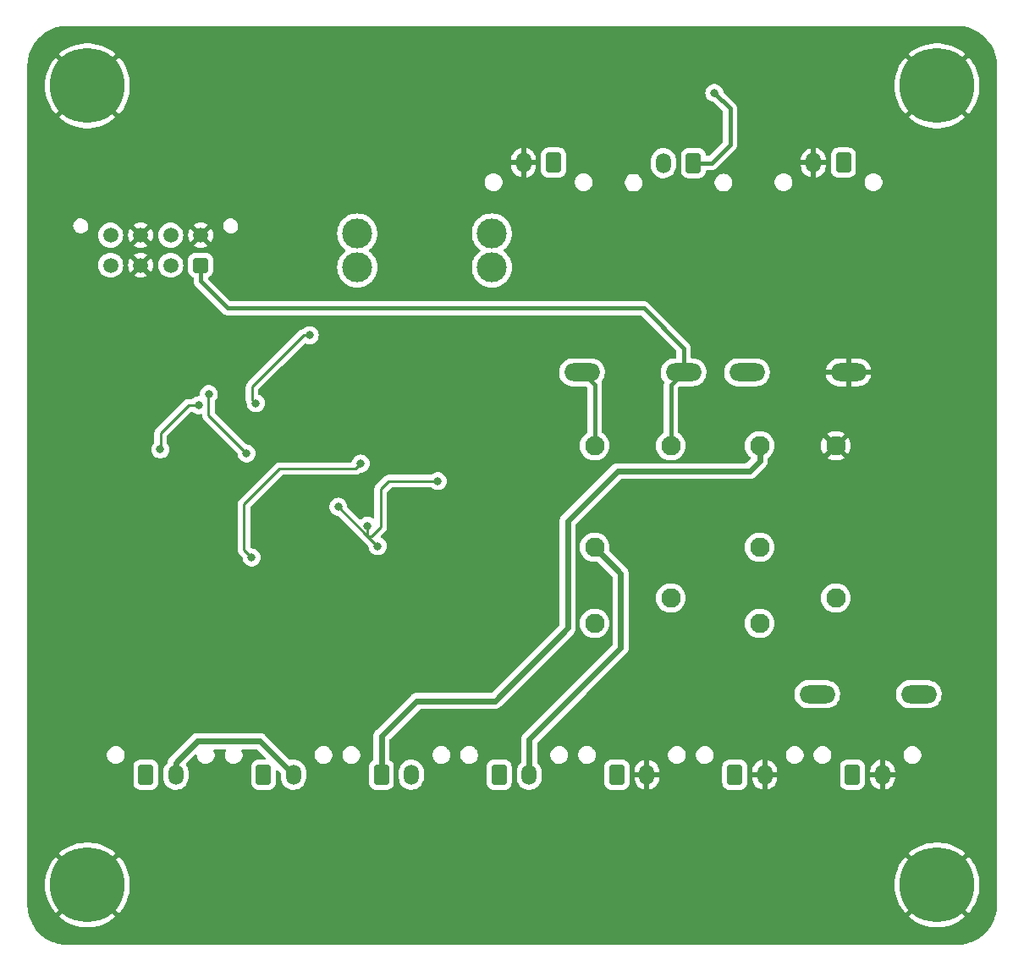
<source format=gbr>
%TF.GenerationSoftware,KiCad,Pcbnew,7.0.7*%
%TF.CreationDate,2023-11-16T19:54:27-05:00*%
%TF.ProjectId,GRC22_ShutdownChargerBoardV1,47524332-325f-4536-9875-74646f776e43,rev?*%
%TF.SameCoordinates,Original*%
%TF.FileFunction,Copper,L2,Bot*%
%TF.FilePolarity,Positive*%
%FSLAX46Y46*%
G04 Gerber Fmt 4.6, Leading zero omitted, Abs format (unit mm)*
G04 Created by KiCad (PCBNEW 7.0.7) date 2023-11-16 19:54:27*
%MOMM*%
%LPD*%
G01*
G04 APERTURE LIST*
G04 Aperture macros list*
%AMRoundRect*
0 Rectangle with rounded corners*
0 $1 Rounding radius*
0 $2 $3 $4 $5 $6 $7 $8 $9 X,Y pos of 4 corners*
0 Add a 4 corners polygon primitive as box body*
4,1,4,$2,$3,$4,$5,$6,$7,$8,$9,$2,$3,0*
0 Add four circle primitives for the rounded corners*
1,1,$1+$1,$2,$3*
1,1,$1+$1,$4,$5*
1,1,$1+$1,$6,$7*
1,1,$1+$1,$8,$9*
0 Add four rect primitives between the rounded corners*
20,1,$1+$1,$2,$3,$4,$5,0*
20,1,$1+$1,$4,$5,$6,$7,0*
20,1,$1+$1,$6,$7,$8,$9,0*
20,1,$1+$1,$8,$9,$2,$3,0*%
G04 Aperture macros list end*
%TA.AperFunction,ComponentPad*%
%ADD10RoundRect,0.250001X-0.499999X-0.759999X0.499999X-0.759999X0.499999X0.759999X-0.499999X0.759999X0*%
%TD*%
%TA.AperFunction,ComponentPad*%
%ADD11O,1.500000X2.020000*%
%TD*%
%TA.AperFunction,ComponentPad*%
%ADD12RoundRect,0.250001X0.499999X0.759999X-0.499999X0.759999X-0.499999X-0.759999X0.499999X-0.759999X0*%
%TD*%
%TA.AperFunction,ComponentPad*%
%ADD13C,7.500000*%
%TD*%
%TA.AperFunction,ComponentPad*%
%ADD14O,3.581400X1.790700*%
%TD*%
%TA.AperFunction,ComponentPad*%
%ADD15C,1.950000*%
%TD*%
%TA.AperFunction,ComponentPad*%
%ADD16C,3.000000*%
%TD*%
%TA.AperFunction,ComponentPad*%
%ADD17RoundRect,0.250001X0.499999X0.499999X-0.499999X0.499999X-0.499999X-0.499999X0.499999X-0.499999X0*%
%TD*%
%TA.AperFunction,ComponentPad*%
%ADD18C,1.500000*%
%TD*%
%TA.AperFunction,ViaPad*%
%ADD19C,0.800000*%
%TD*%
%TA.AperFunction,Conductor*%
%ADD20C,0.250000*%
%TD*%
%TA.AperFunction,Conductor*%
%ADD21C,0.400000*%
%TD*%
%TA.AperFunction,Conductor*%
%ADD22C,0.600000*%
%TD*%
G04 APERTURE END LIST*
D10*
%TO.P,J6,1,Pin_1*%
%TO.N,E-Stop Rtn*%
X146199999Y-116960000D03*
D11*
%TO.P,J6,2,Pin_2*%
%TO.N,E-Stop Out*%
X149199999Y-116960000D03*
%TD*%
D12*
%TO.P,J11,1,Pin_1*%
%TO.N,+12V*%
X165642000Y-55738000D03*
D11*
%TO.P,J11,2,Pin_2*%
%TO.N,Charger Pwr*%
X162642000Y-55738000D03*
%TD*%
D13*
%TO.P,H4,1,1*%
%TO.N,AMS GND*%
X190000000Y-48000000D03*
%TD*%
D10*
%TO.P,J2,1,Pin_1*%
%TO.N,Charger Pwr*%
X181550000Y-116960000D03*
D11*
%TO.P,J2,2,Pin_2*%
%TO.N,AMS GND*%
X184550000Y-116960000D03*
%TD*%
D14*
%TO.P,D5,1,K*%
%TO.N,Net-(D5-K)*%
X154482000Y-76677000D03*
%TO.P,D5,2,A*%
%TO.N,Chg Saftey*%
X164642000Y-76677000D03*
%TD*%
D12*
%TO.P,J9,1,Pin_1*%
%TO.N,Net-(D1-A)*%
X151642000Y-55698000D03*
D11*
%TO.P,J9,2,Pin_2*%
%TO.N,AMS GND*%
X148642000Y-55698000D03*
%TD*%
D13*
%TO.P,H3,1,1*%
%TO.N,AMS GND*%
X190000000Y-128000000D03*
%TD*%
D12*
%TO.P,J10,1,Pin_1*%
%TO.N,Net-(D2-A)*%
X180642000Y-55698000D03*
D11*
%TO.P,J10,2,Pin_2*%
%TO.N,AMS GND*%
X177642000Y-55698000D03*
%TD*%
D10*
%TO.P,J7,1,Pin_1*%
%TO.N,CAN +*%
X110850000Y-116960000D03*
D11*
%TO.P,J7,2,Pin_2*%
%TO.N,CAN -*%
X113850000Y-116960000D03*
%TD*%
D10*
%TO.P,J3,1,Pin_1*%
%TO.N,Charger Pwr*%
X169766665Y-116960000D03*
D11*
%TO.P,J3,2,Pin_2*%
%TO.N,AMS GND*%
X172766665Y-116960000D03*
%TD*%
D15*
%TO.P,K2,1*%
%TO.N,Interlock Rtn*%
X172262000Y-84043000D03*
%TO.P,K2,2*%
%TO.N,AMS GND*%
X179882000Y-84043000D03*
%TO.P,K2,3*%
%TO.N,Charger Pwr*%
X172262000Y-94203000D03*
%TO.P,K2,4*%
%TO.N,Net-(D4-A)*%
X179882000Y-99283000D03*
%TO.P,K2,5*%
%TO.N,+12V*%
X172262000Y-101823000D03*
%TD*%
%TO.P,K1,1*%
%TO.N,Net-(D5-K)*%
X155752000Y-84043000D03*
%TO.P,K1,2*%
%TO.N,Chg Saftey*%
X163372000Y-84043000D03*
%TO.P,K1,3*%
%TO.N,E-Stop Out*%
X155752000Y-94203000D03*
%TO.P,K1,4*%
%TO.N,unconnected-(K1-Pad4)*%
X163372000Y-99283000D03*
%TO.P,K1,5*%
%TO.N,Net-(Q2-D)*%
X155752000Y-101823000D03*
%TD*%
D14*
%TO.P,D4,1,K*%
%TO.N,Charger Pwr*%
X178020000Y-108900000D03*
%TO.P,D4,2,A*%
%TO.N,Net-(D4-A)*%
X188180000Y-108900000D03*
%TD*%
D10*
%TO.P,J4,1,Pin_1*%
%TO.N,Charger Pwr*%
X157983332Y-116960000D03*
D11*
%TO.P,J4,2,Pin_2*%
%TO.N,AMS GND*%
X160983332Y-116960000D03*
%TD*%
D10*
%TO.P,J5,1,Pin_1*%
%TO.N,Interlock Rtn*%
X134416666Y-116960000D03*
D11*
%TO.P,J5,2,Pin_2*%
%TO.N,E-Stop Rtn*%
X137416666Y-116960000D03*
%TD*%
D16*
%TO.P,F2,1*%
%TO.N,GLV +*%
X131999000Y-62785000D03*
X131999000Y-66185000D03*
%TO.P,F2,2*%
%TO.N,+12V*%
X145469000Y-62785000D03*
X145469000Y-66185000D03*
%TD*%
D10*
%TO.P,J8,1,Pin_1*%
%TO.N,CAN +*%
X122633333Y-116960000D03*
D11*
%TO.P,J8,2,Pin_2*%
%TO.N,CAN -*%
X125633333Y-116960000D03*
%TD*%
D14*
%TO.P,D6,1,K*%
%TO.N,Interlock Rtn*%
X170992000Y-76677000D03*
%TO.P,D6,2,A*%
%TO.N,AMS GND*%
X181152000Y-76677000D03*
%TD*%
D13*
%TO.P,H2,1,1*%
%TO.N,AMS GND*%
X105000000Y-128000000D03*
%TD*%
D17*
%TO.P,J1,1,Pin_1*%
%TO.N,Chg Saftey*%
X116335000Y-65961000D03*
D18*
%TO.P,J1,2,Pin_2*%
%TO.N,IMD Error*%
X113335000Y-65961000D03*
%TO.P,J1,3,Pin_3*%
%TO.N,AMS GND*%
X110335000Y-65961000D03*
%TO.P,J1,4,Pin_4*%
%TO.N,AMS Saftey*%
X107335000Y-65961000D03*
%TO.P,J1,5,Pin_5*%
%TO.N,AMS GND*%
X116335000Y-62961000D03*
%TO.P,J1,6,Pin_6*%
%TO.N,GLV +*%
X113335000Y-62961000D03*
%TO.P,J1,7,Pin_7*%
%TO.N,AMS GND*%
X110335000Y-62961000D03*
%TO.P,J1,8,Pin_8*%
%TO.N,unconnected-(J1-Pin_8-Pad8)*%
X107335000Y-62961000D03*
%TD*%
D13*
%TO.P,H1,1,1*%
%TO.N,AMS GND*%
X105000000Y-48000000D03*
%TD*%
D19*
%TO.N,+12V*%
X140050000Y-87575000D03*
X130098000Y-90139000D03*
X134035000Y-94076000D03*
X127250000Y-72975000D03*
X121850000Y-79775000D03*
X167727000Y-48720000D03*
X133019000Y-92044000D03*
%TO.N,Net-(U3-IN_1A)*%
X120920000Y-84805000D03*
X117150000Y-78875000D03*
%TO.N,Net-(U3-IN_1B)*%
X121428000Y-95219000D03*
X132350000Y-85821000D03*
%TO.N,IMD Error*%
X116128000Y-79979000D03*
X112300000Y-84400000D03*
%TO.N,AMS GND*%
X119650000Y-98575000D03*
X124350000Y-85275000D03*
X119650000Y-101275000D03*
X135700000Y-78300000D03*
X145050000Y-92875000D03*
X128050000Y-85275000D03*
X132250000Y-78275000D03*
%TD*%
D20*
%TO.N,+12V*%
X126650000Y-72975000D02*
X127250000Y-72975000D01*
X134350000Y-88375000D02*
X135150000Y-87575000D01*
X134350000Y-92175000D02*
X134350000Y-88375000D01*
X121475000Y-78150000D02*
X121475000Y-79400000D01*
X133019000Y-93060000D02*
X130098000Y-90139000D01*
X121475000Y-79400000D02*
X121850000Y-79775000D01*
X133019000Y-92044000D02*
X133019000Y-93060000D01*
X135150000Y-87575000D02*
X140050000Y-87575000D01*
D21*
X169300000Y-50293000D02*
X167727000Y-48720000D01*
X169300000Y-53900000D02*
X169300000Y-50293000D01*
X165642000Y-55738000D02*
X167462000Y-55738000D01*
X167462000Y-55738000D02*
X169300000Y-53900000D01*
D20*
X121475000Y-78150000D02*
X126650000Y-72975000D01*
X134035000Y-94076000D02*
X133019000Y-93060000D01*
X134350000Y-92175000D02*
X133465000Y-93060000D01*
X133465000Y-93060000D02*
X133019000Y-93060000D01*
%TO.N,Net-(U3-IN_1A)*%
X117110000Y-78915000D02*
X117150000Y-78875000D01*
X117110000Y-80995000D02*
X120920000Y-84805000D01*
X117110000Y-80995000D02*
X117110000Y-78915000D01*
%TO.N,Net-(U3-IN_1B)*%
X130572000Y-86329000D02*
X131842000Y-86329000D01*
X120666000Y-89885000D02*
X122698000Y-87853000D01*
X124222000Y-86329000D02*
X130572000Y-86329000D01*
X122698000Y-87853000D02*
X124222000Y-86329000D01*
X121428000Y-95219000D02*
X120666000Y-94457000D01*
X120666000Y-91917000D02*
X120666000Y-89885000D01*
X120666000Y-94457000D02*
X120666000Y-91917000D01*
X131842000Y-86329000D02*
X132350000Y-85821000D01*
D21*
%TO.N,Net-(D5-K)*%
X155752000Y-84043000D02*
X155752000Y-77947000D01*
X155752000Y-77947000D02*
X154482000Y-76677000D01*
%TO.N,Chg Saftey*%
X164650000Y-74275000D02*
X164650000Y-74775000D01*
X160650000Y-70275000D02*
X164650000Y-74275000D01*
X164650000Y-74775000D02*
X164642000Y-74783000D01*
X164642000Y-74783000D02*
X164642000Y-76677000D01*
X119050000Y-70275000D02*
X160650000Y-70275000D01*
X163372000Y-77947000D02*
X164642000Y-76677000D01*
X116335000Y-65961000D02*
X116335000Y-67560000D01*
X116335000Y-67560000D02*
X119050000Y-70275000D01*
X163372000Y-84043000D02*
X163372000Y-77947000D01*
D22*
%TO.N,Interlock Rtn*%
X158050000Y-86575000D02*
X171250000Y-86575000D01*
X153050000Y-102275000D02*
X153050000Y-91575000D01*
X153050000Y-91575000D02*
X158050000Y-86575000D01*
X171250000Y-86575000D02*
X172262000Y-85563000D01*
X134416666Y-113108334D02*
X134416666Y-116960000D01*
X172262000Y-85563000D02*
X172262000Y-84043000D01*
X137950000Y-109575000D02*
X145750000Y-109575000D01*
X145750000Y-109575000D02*
X153050000Y-102275000D01*
X137950000Y-109575000D02*
X134416666Y-113108334D01*
D20*
%TO.N,IMD Error*%
X112318000Y-82773000D02*
X115112000Y-79979000D01*
X112318000Y-84382000D02*
X112300000Y-84400000D01*
X115112000Y-79979000D02*
X116128000Y-79979000D01*
X112318000Y-82773000D02*
X112318000Y-84382000D01*
D22*
%TO.N,E-Stop Out*%
X158350000Y-104275000D02*
X149199999Y-113425001D01*
X149199999Y-113425001D02*
X149199999Y-116960000D01*
X155752000Y-94203000D02*
X158350000Y-96801000D01*
X158350000Y-96801000D02*
X158350000Y-104275000D01*
%TO.N,CAN -*%
X122273333Y-113600000D02*
X116000000Y-113600000D01*
X125633333Y-116960000D02*
X122273333Y-113600000D01*
X116000000Y-113600000D02*
X113850000Y-115750000D01*
X113850000Y-115750000D02*
X113850000Y-116960000D01*
%TD*%
%TA.AperFunction,Conductor*%
%TO.N,AMS GND*%
G36*
X192001423Y-42000566D02*
G01*
X192040986Y-42002394D01*
X192172950Y-42008495D01*
X192372549Y-42018302D01*
X192378048Y-42018819D01*
X192563357Y-42044668D01*
X192749828Y-42072329D01*
X192754871Y-42073294D01*
X192939341Y-42116681D01*
X193120221Y-42161989D01*
X193124797Y-42163327D01*
X193305568Y-42223916D01*
X193480339Y-42286450D01*
X193484471Y-42288100D01*
X193542986Y-42313936D01*
X193659474Y-42365370D01*
X193826973Y-42444592D01*
X193830601Y-42446457D01*
X193998128Y-42539770D01*
X193998142Y-42539778D01*
X194156964Y-42634972D01*
X194160119Y-42636996D01*
X194318603Y-42745559D01*
X194467377Y-42855897D01*
X194470001Y-42857957D01*
X194618027Y-42980876D01*
X194755321Y-43105314D01*
X194757514Y-43107402D01*
X194892596Y-43242484D01*
X194894695Y-43244688D01*
X195019129Y-43381980D01*
X195142034Y-43529989D01*
X195144109Y-43532632D01*
X195254443Y-43681400D01*
X195363002Y-43839879D01*
X195365032Y-43843044D01*
X195460221Y-44001857D01*
X195553527Y-44169371D01*
X195555410Y-44173034D01*
X195634638Y-44340547D01*
X195711899Y-44515527D01*
X195713558Y-44519685D01*
X195776093Y-44694459D01*
X195836662Y-44875173D01*
X195838018Y-44879812D01*
X195883317Y-45060654D01*
X195926696Y-45245090D01*
X195927672Y-45250189D01*
X195955337Y-45436689D01*
X195981177Y-45621933D01*
X195981697Y-45627459D01*
X195991512Y-45827238D01*
X195999434Y-45998575D01*
X195999500Y-46001439D01*
X195999500Y-129998560D01*
X195999434Y-130001424D01*
X195991512Y-130172761D01*
X195981697Y-130372539D01*
X195981177Y-130378065D01*
X195955337Y-130563310D01*
X195927672Y-130749809D01*
X195926696Y-130754908D01*
X195883317Y-130939345D01*
X195838018Y-131120186D01*
X195836662Y-131124825D01*
X195776093Y-131305540D01*
X195713557Y-131480314D01*
X195711899Y-131484470D01*
X195634638Y-131659452D01*
X195555410Y-131826964D01*
X195553527Y-131830627D01*
X195460221Y-131998142D01*
X195365032Y-132156954D01*
X195363002Y-132160118D01*
X195254437Y-132318608D01*
X195144121Y-132467350D01*
X195142021Y-132470025D01*
X195019132Y-132618016D01*
X194894695Y-132755310D01*
X194892596Y-132757514D01*
X194757514Y-132892596D01*
X194755310Y-132894695D01*
X194618016Y-133019132D01*
X194470025Y-133142021D01*
X194467350Y-133144121D01*
X194318608Y-133254437D01*
X194160118Y-133363002D01*
X194156954Y-133365032D01*
X193998142Y-133460221D01*
X193830627Y-133553527D01*
X193826964Y-133555410D01*
X193659452Y-133634638D01*
X193484470Y-133711899D01*
X193480314Y-133713557D01*
X193305540Y-133776093D01*
X193124825Y-133836662D01*
X193120186Y-133838018D01*
X192939345Y-133883317D01*
X192754908Y-133926696D01*
X192749809Y-133927672D01*
X192563310Y-133955337D01*
X192378065Y-133981177D01*
X192372539Y-133981697D01*
X192172761Y-133991512D01*
X192001424Y-133999434D01*
X191998560Y-133999500D01*
X103001440Y-133999500D01*
X102998576Y-133999434D01*
X102827238Y-133991512D01*
X102627459Y-133981697D01*
X102621933Y-133981177D01*
X102436689Y-133955337D01*
X102250189Y-133927672D01*
X102245090Y-133926696D01*
X102060654Y-133883317D01*
X101879812Y-133838018D01*
X101875173Y-133836662D01*
X101694459Y-133776093D01*
X101519685Y-133713558D01*
X101515527Y-133711899D01*
X101340547Y-133634638D01*
X101173034Y-133555410D01*
X101169371Y-133553527D01*
X101001857Y-133460221D01*
X100843044Y-133365032D01*
X100839879Y-133363002D01*
X100730371Y-133287989D01*
X100681392Y-133254437D01*
X100532632Y-133144109D01*
X100529989Y-133142034D01*
X100381980Y-133019129D01*
X100244688Y-132894695D01*
X100242484Y-132892596D01*
X100107402Y-132757514D01*
X100105314Y-132755321D01*
X99980867Y-132618016D01*
X99857957Y-132470001D01*
X99855897Y-132467377D01*
X99745559Y-132318603D01*
X99636995Y-132160118D01*
X99634966Y-132156954D01*
X99621735Y-132134880D01*
X99539778Y-131998142D01*
X99512261Y-131948740D01*
X99446457Y-131830601D01*
X99444588Y-131826964D01*
X99365361Y-131659452D01*
X99288100Y-131484471D01*
X99286450Y-131480339D01*
X99223906Y-131305540D01*
X99163327Y-131124797D01*
X99161989Y-131120221D01*
X99116675Y-130939315D01*
X99111402Y-130916895D01*
X99073294Y-130754871D01*
X99072329Y-130749828D01*
X99044662Y-130563310D01*
X99018819Y-130378048D01*
X99018302Y-130372549D01*
X99008487Y-130172761D01*
X99000566Y-130001423D01*
X99000500Y-129998560D01*
X99000500Y-128000000D01*
X100745181Y-128000000D01*
X100764447Y-128404450D01*
X100822071Y-128805231D01*
X100917531Y-129198722D01*
X100917534Y-129198733D01*
X101049956Y-129581340D01*
X101049966Y-129581365D01*
X101218168Y-129949675D01*
X101420621Y-130300335D01*
X101420627Y-130300343D01*
X101655476Y-130630143D01*
X101655487Y-130630156D01*
X101822986Y-130823458D01*
X103215946Y-129430499D01*
X103277269Y-129397014D01*
X103346961Y-129401998D01*
X103399814Y-129439923D01*
X103412166Y-129455104D01*
X103425031Y-129470918D01*
X103503364Y-129544076D01*
X103567876Y-129604327D01*
X103603435Y-129664471D01*
X103600832Y-129734292D01*
X103570920Y-129782631D01*
X102174929Y-131178623D01*
X102174929Y-131178624D01*
X102213673Y-131215567D01*
X102213685Y-131215578D01*
X102531968Y-131465877D01*
X102872594Y-131684782D01*
X103232485Y-131870319D01*
X103608383Y-132020806D01*
X103608395Y-132020810D01*
X103996882Y-132134880D01*
X103996899Y-132134884D01*
X104394460Y-132211508D01*
X104394472Y-132211510D01*
X104797554Y-132250000D01*
X105202446Y-132250000D01*
X105605527Y-132211510D01*
X105605539Y-132211508D01*
X106003100Y-132134884D01*
X106003117Y-132134880D01*
X106391604Y-132020810D01*
X106391616Y-132020806D01*
X106767507Y-131870322D01*
X106767511Y-131870320D01*
X107127406Y-131684782D01*
X107468031Y-131465877D01*
X107786304Y-131215585D01*
X107786323Y-131215568D01*
X107825070Y-131178623D01*
X106429078Y-129782631D01*
X106395593Y-129721308D01*
X106400577Y-129651616D01*
X106432121Y-129604328D01*
X106574969Y-129470918D01*
X106600183Y-129439925D01*
X106657758Y-129400345D01*
X106727594Y-129398175D01*
X106784052Y-129430499D01*
X108177012Y-130823459D01*
X108177013Y-130823458D01*
X108344503Y-130630168D01*
X108344523Y-130630143D01*
X108579372Y-130300343D01*
X108579378Y-130300335D01*
X108781831Y-129949675D01*
X108950033Y-129581365D01*
X108950043Y-129581340D01*
X109082465Y-129198733D01*
X109082468Y-129198722D01*
X109177928Y-128805231D01*
X109235552Y-128404450D01*
X109254818Y-128000000D01*
X185745181Y-128000000D01*
X185764447Y-128404450D01*
X185822071Y-128805231D01*
X185917531Y-129198722D01*
X185917534Y-129198733D01*
X186049956Y-129581340D01*
X186049966Y-129581365D01*
X186218168Y-129949675D01*
X186420621Y-130300335D01*
X186420627Y-130300343D01*
X186655476Y-130630143D01*
X186655487Y-130630156D01*
X186822986Y-130823458D01*
X188215946Y-129430499D01*
X188277269Y-129397014D01*
X188346961Y-129401998D01*
X188399814Y-129439923D01*
X188412166Y-129455104D01*
X188425031Y-129470918D01*
X188503364Y-129544076D01*
X188567876Y-129604327D01*
X188603435Y-129664471D01*
X188600832Y-129734292D01*
X188570920Y-129782631D01*
X187174929Y-131178623D01*
X187174929Y-131178624D01*
X187213673Y-131215567D01*
X187213685Y-131215578D01*
X187531968Y-131465877D01*
X187872594Y-131684782D01*
X188232485Y-131870319D01*
X188608383Y-132020806D01*
X188608395Y-132020810D01*
X188996882Y-132134880D01*
X188996899Y-132134884D01*
X189394460Y-132211508D01*
X189394472Y-132211510D01*
X189797554Y-132250000D01*
X190202446Y-132250000D01*
X190605527Y-132211510D01*
X190605539Y-132211508D01*
X191003100Y-132134884D01*
X191003117Y-132134880D01*
X191391604Y-132020810D01*
X191391616Y-132020806D01*
X191767507Y-131870322D01*
X191767511Y-131870320D01*
X192127406Y-131684782D01*
X192468031Y-131465877D01*
X192786304Y-131215585D01*
X192786323Y-131215568D01*
X192825070Y-131178623D01*
X191429078Y-129782631D01*
X191395593Y-129721308D01*
X191400577Y-129651616D01*
X191432121Y-129604328D01*
X191574969Y-129470918D01*
X191600183Y-129439925D01*
X191657758Y-129400345D01*
X191727594Y-129398175D01*
X191784052Y-129430499D01*
X193177012Y-130823459D01*
X193177013Y-130823458D01*
X193344503Y-130630168D01*
X193344523Y-130630143D01*
X193579372Y-130300343D01*
X193579378Y-130300335D01*
X193781831Y-129949675D01*
X193950033Y-129581365D01*
X193950043Y-129581340D01*
X194082465Y-129198733D01*
X194082468Y-129198722D01*
X194177928Y-128805231D01*
X194235552Y-128404450D01*
X194254818Y-128000000D01*
X194235552Y-127595549D01*
X194177928Y-127194768D01*
X194082468Y-126801277D01*
X194082465Y-126801266D01*
X193950043Y-126418659D01*
X193950033Y-126418634D01*
X193781831Y-126050324D01*
X193579378Y-125699664D01*
X193579372Y-125699656D01*
X193344523Y-125369856D01*
X193344512Y-125369843D01*
X193177012Y-125176540D01*
X191784052Y-126569499D01*
X191722729Y-126602984D01*
X191653037Y-126598000D01*
X191600184Y-126560074D01*
X191574972Y-126529086D01*
X191574973Y-126529086D01*
X191574969Y-126529082D01*
X191497462Y-126456695D01*
X191432122Y-126395671D01*
X191396563Y-126335527D01*
X191399166Y-126265706D01*
X191429078Y-126217367D01*
X192825069Y-124821375D01*
X192825069Y-124821374D01*
X192786326Y-124784432D01*
X192786314Y-124784421D01*
X192468031Y-124534122D01*
X192127406Y-124315217D01*
X191767511Y-124129679D01*
X191767507Y-124129677D01*
X191391616Y-123979193D01*
X191391604Y-123979189D01*
X191003117Y-123865119D01*
X191003100Y-123865115D01*
X190605539Y-123788491D01*
X190605527Y-123788489D01*
X190202446Y-123750000D01*
X189797554Y-123750000D01*
X189394472Y-123788489D01*
X189394460Y-123788491D01*
X188996899Y-123865115D01*
X188996882Y-123865119D01*
X188608395Y-123979189D01*
X188608383Y-123979193D01*
X188232485Y-124129680D01*
X187872594Y-124315217D01*
X187531974Y-124534119D01*
X187213681Y-124784426D01*
X187174928Y-124821375D01*
X188570921Y-126217368D01*
X188604406Y-126278691D01*
X188599422Y-126348383D01*
X188567877Y-126395672D01*
X188425026Y-126529086D01*
X188399815Y-126560075D01*
X188342237Y-126599655D01*
X188272401Y-126601823D01*
X188215947Y-126569500D01*
X186822985Y-125176539D01*
X186655485Y-125369845D01*
X186420627Y-125699656D01*
X186420621Y-125699664D01*
X186218168Y-126050324D01*
X186049966Y-126418634D01*
X186049956Y-126418659D01*
X185917534Y-126801266D01*
X185917531Y-126801277D01*
X185822071Y-127194768D01*
X185764447Y-127595549D01*
X185745181Y-128000000D01*
X109254818Y-128000000D01*
X109235552Y-127595549D01*
X109177928Y-127194768D01*
X109082468Y-126801277D01*
X109082465Y-126801266D01*
X108950043Y-126418659D01*
X108950033Y-126418634D01*
X108781831Y-126050324D01*
X108579378Y-125699664D01*
X108579372Y-125699656D01*
X108344523Y-125369856D01*
X108344512Y-125369843D01*
X108177012Y-125176540D01*
X106784052Y-126569499D01*
X106722729Y-126602984D01*
X106653037Y-126598000D01*
X106600184Y-126560074D01*
X106574972Y-126529086D01*
X106574973Y-126529086D01*
X106574969Y-126529082D01*
X106497462Y-126456695D01*
X106432122Y-126395671D01*
X106396563Y-126335527D01*
X106399166Y-126265706D01*
X106429078Y-126217367D01*
X107825069Y-124821375D01*
X107825069Y-124821374D01*
X107786326Y-124784432D01*
X107786314Y-124784421D01*
X107468031Y-124534122D01*
X107127406Y-124315217D01*
X106767511Y-124129679D01*
X106767507Y-124129677D01*
X106391616Y-123979193D01*
X106391604Y-123979189D01*
X106003117Y-123865119D01*
X106003100Y-123865115D01*
X105605539Y-123788491D01*
X105605527Y-123788489D01*
X105202446Y-123750000D01*
X104797554Y-123750000D01*
X104394472Y-123788489D01*
X104394460Y-123788491D01*
X103996899Y-123865115D01*
X103996882Y-123865119D01*
X103608395Y-123979189D01*
X103608383Y-123979193D01*
X103232485Y-124129680D01*
X102872594Y-124315217D01*
X102531974Y-124534119D01*
X102213681Y-124784426D01*
X102174928Y-124821375D01*
X103570921Y-126217368D01*
X103604406Y-126278691D01*
X103599422Y-126348383D01*
X103567877Y-126395672D01*
X103425026Y-126529086D01*
X103399815Y-126560075D01*
X103342237Y-126599655D01*
X103272401Y-126601823D01*
X103215947Y-126569500D01*
X101822985Y-125176539D01*
X101655485Y-125369845D01*
X101420627Y-125699656D01*
X101420621Y-125699664D01*
X101218168Y-126050324D01*
X101049966Y-126418634D01*
X101049956Y-126418659D01*
X100917534Y-126801266D01*
X100917531Y-126801277D01*
X100822071Y-127194768D01*
X100764447Y-127595549D01*
X100745181Y-128000000D01*
X99000500Y-128000000D01*
X99000500Y-117770015D01*
X109599500Y-117770015D01*
X109610000Y-117872795D01*
X109610001Y-117872796D01*
X109665186Y-118039335D01*
X109665187Y-118039337D01*
X109757286Y-118188651D01*
X109757289Y-118188655D01*
X109881344Y-118312710D01*
X109881348Y-118312713D01*
X110030662Y-118404812D01*
X110030664Y-118404813D01*
X110030666Y-118404814D01*
X110197203Y-118459999D01*
X110299992Y-118470500D01*
X110299997Y-118470500D01*
X111400003Y-118470500D01*
X111400008Y-118470500D01*
X111502797Y-118459999D01*
X111669334Y-118404814D01*
X111818655Y-118312711D01*
X111942711Y-118188655D01*
X112034814Y-118039334D01*
X112089999Y-117872797D01*
X112100500Y-117770008D01*
X112100500Y-117276151D01*
X112599500Y-117276151D01*
X112614622Y-117444186D01*
X112614623Y-117444192D01*
X112674503Y-117661160D01*
X112674508Y-117661173D01*
X112772167Y-117863966D01*
X112772171Y-117863974D01*
X112904473Y-118046072D01*
X112904474Y-118046074D01*
X113067176Y-118201633D01*
X113255033Y-118325636D01*
X113462004Y-118414100D01*
X113462007Y-118414101D01*
X113462012Y-118414103D01*
X113681463Y-118464191D01*
X113906330Y-118474290D01*
X114129387Y-118444075D01*
X114343464Y-118374517D01*
X114541681Y-118267852D01*
X114717666Y-118127508D01*
X114865765Y-117957996D01*
X114981215Y-117764764D01*
X115060307Y-117554024D01*
X115080255Y-117444102D01*
X115100500Y-117332549D01*
X115100500Y-116643851D01*
X115100500Y-116643845D01*
X115085377Y-116475812D01*
X115082566Y-116465627D01*
X115025496Y-116258839D01*
X115025491Y-116258826D01*
X114927832Y-116056033D01*
X114927831Y-116056032D01*
X114927829Y-116056027D01*
X114884126Y-115995876D01*
X114860648Y-115930070D01*
X114876474Y-115862016D01*
X114896761Y-115835315D01*
X115752821Y-114979255D01*
X115814142Y-114945772D01*
X115883834Y-114950756D01*
X115939767Y-114992628D01*
X115964184Y-115058092D01*
X115964500Y-115066938D01*
X115964500Y-115093069D01*
X116003199Y-115275141D01*
X116003201Y-115275147D01*
X116041948Y-115362171D01*
X116078014Y-115443177D01*
X116078910Y-115445188D01*
X116078909Y-115445188D01*
X116109979Y-115487952D01*
X116188320Y-115595779D01*
X116188321Y-115595780D01*
X116188322Y-115595781D01*
X116188324Y-115595784D01*
X116250924Y-115652148D01*
X116326649Y-115720331D01*
X116487851Y-115813401D01*
X116487853Y-115813401D01*
X116487856Y-115813403D01*
X116555283Y-115835311D01*
X116664880Y-115870921D01*
X116803589Y-115885500D01*
X116803594Y-115885500D01*
X116896406Y-115885500D01*
X116896411Y-115885500D01*
X117035120Y-115870921D01*
X117212149Y-115813401D01*
X117373351Y-115720331D01*
X117498900Y-115607286D01*
X117511675Y-115595784D01*
X117511675Y-115595782D01*
X117511680Y-115595779D01*
X117621090Y-115445189D01*
X117676200Y-115321410D01*
X117696798Y-115275147D01*
X117696800Y-115275141D01*
X117702625Y-115247739D01*
X117735500Y-115093070D01*
X117735500Y-114906930D01*
X117696800Y-114724858D01*
X117696798Y-114724852D01*
X117630050Y-114574936D01*
X117620765Y-114505686D01*
X117650393Y-114442409D01*
X117709528Y-114405196D01*
X117743329Y-114400500D01*
X118740004Y-114400500D01*
X118807043Y-114420185D01*
X118852798Y-114472989D01*
X118862742Y-114542147D01*
X118853283Y-114574936D01*
X118786534Y-114724852D01*
X118786532Y-114724858D01*
X118747833Y-114906930D01*
X118747833Y-115093069D01*
X118786532Y-115275141D01*
X118786534Y-115275147D01*
X118825281Y-115362171D01*
X118861347Y-115443177D01*
X118862243Y-115445188D01*
X118862242Y-115445188D01*
X118893312Y-115487952D01*
X118971653Y-115595779D01*
X118971654Y-115595780D01*
X118971655Y-115595781D01*
X118971657Y-115595784D01*
X119034257Y-115652148D01*
X119109982Y-115720331D01*
X119271184Y-115813401D01*
X119271186Y-115813401D01*
X119271189Y-115813403D01*
X119338616Y-115835311D01*
X119448213Y-115870921D01*
X119586922Y-115885500D01*
X119586927Y-115885500D01*
X119679739Y-115885500D01*
X119679744Y-115885500D01*
X119818453Y-115870921D01*
X119995482Y-115813401D01*
X120156684Y-115720331D01*
X120282233Y-115607286D01*
X120295008Y-115595784D01*
X120295008Y-115595782D01*
X120295013Y-115595779D01*
X120404423Y-115445189D01*
X120459533Y-115321410D01*
X120480131Y-115275147D01*
X120480133Y-115275141D01*
X120485958Y-115247739D01*
X120518833Y-115093070D01*
X120518833Y-114906930D01*
X120480133Y-114724858D01*
X120480131Y-114724852D01*
X120413383Y-114574936D01*
X120404098Y-114505686D01*
X120433726Y-114442409D01*
X120492861Y-114405196D01*
X120526662Y-114400500D01*
X121890393Y-114400500D01*
X121957432Y-114420185D01*
X121978074Y-114436819D01*
X122779074Y-115237819D01*
X122812559Y-115299142D01*
X122807575Y-115368834D01*
X122765703Y-115424767D01*
X122700239Y-115449184D01*
X122691393Y-115449500D01*
X122083317Y-115449500D01*
X121980537Y-115460000D01*
X121980536Y-115460001D01*
X121813997Y-115515186D01*
X121813995Y-115515187D01*
X121664681Y-115607286D01*
X121664677Y-115607289D01*
X121540622Y-115731344D01*
X121540619Y-115731348D01*
X121448520Y-115880662D01*
X121448519Y-115880664D01*
X121393334Y-116047203D01*
X121393333Y-116047204D01*
X121382833Y-116149984D01*
X121382833Y-117770015D01*
X121393333Y-117872795D01*
X121393334Y-117872796D01*
X121448519Y-118039335D01*
X121448520Y-118039337D01*
X121540619Y-118188651D01*
X121540622Y-118188655D01*
X121664677Y-118312710D01*
X121664681Y-118312713D01*
X121813995Y-118404812D01*
X121813997Y-118404813D01*
X121813999Y-118404814D01*
X121980536Y-118459999D01*
X122083325Y-118470500D01*
X122083330Y-118470500D01*
X123183336Y-118470500D01*
X123183341Y-118470500D01*
X123286130Y-118459999D01*
X123452667Y-118404814D01*
X123601988Y-118312711D01*
X123726044Y-118188655D01*
X123818147Y-118039334D01*
X123873332Y-117872797D01*
X123883833Y-117770008D01*
X123883833Y-116641939D01*
X123903518Y-116574901D01*
X123956322Y-116529146D01*
X124025480Y-116519202D01*
X124089036Y-116548227D01*
X124095514Y-116554259D01*
X124346514Y-116805259D01*
X124379999Y-116866582D01*
X124382833Y-116892940D01*
X124382833Y-117276151D01*
X124397955Y-117444186D01*
X124397956Y-117444192D01*
X124457836Y-117661160D01*
X124457841Y-117661173D01*
X124555500Y-117863966D01*
X124555504Y-117863974D01*
X124687806Y-118046072D01*
X124687807Y-118046074D01*
X124850509Y-118201633D01*
X125038366Y-118325636D01*
X125245337Y-118414100D01*
X125245340Y-118414101D01*
X125245345Y-118414103D01*
X125464796Y-118464191D01*
X125689663Y-118474290D01*
X125912720Y-118444075D01*
X126126797Y-118374517D01*
X126325014Y-118267852D01*
X126500999Y-118127508D01*
X126649098Y-117957996D01*
X126761411Y-117770015D01*
X133166166Y-117770015D01*
X133176666Y-117872795D01*
X133176667Y-117872796D01*
X133231852Y-118039335D01*
X133231853Y-118039337D01*
X133323952Y-118188651D01*
X133323955Y-118188655D01*
X133448010Y-118312710D01*
X133448014Y-118312713D01*
X133597328Y-118404812D01*
X133597330Y-118404813D01*
X133597332Y-118404814D01*
X133763869Y-118459999D01*
X133866658Y-118470500D01*
X133866663Y-118470500D01*
X134966669Y-118470500D01*
X134966674Y-118470500D01*
X135069463Y-118459999D01*
X135236000Y-118404814D01*
X135385321Y-118312711D01*
X135509377Y-118188655D01*
X135601480Y-118039334D01*
X135656665Y-117872797D01*
X135667166Y-117770008D01*
X135667166Y-117276151D01*
X136166166Y-117276151D01*
X136181288Y-117444186D01*
X136181289Y-117444192D01*
X136241169Y-117661160D01*
X136241174Y-117661173D01*
X136338833Y-117863966D01*
X136338837Y-117863974D01*
X136471139Y-118046072D01*
X136471140Y-118046074D01*
X136633842Y-118201633D01*
X136821699Y-118325636D01*
X137028670Y-118414100D01*
X137028673Y-118414101D01*
X137028678Y-118414103D01*
X137248129Y-118464191D01*
X137472996Y-118474290D01*
X137696053Y-118444075D01*
X137910130Y-118374517D01*
X138108347Y-118267852D01*
X138284332Y-118127508D01*
X138432431Y-117957996D01*
X138544744Y-117770015D01*
X144949499Y-117770015D01*
X144959999Y-117872795D01*
X144960000Y-117872796D01*
X145015185Y-118039335D01*
X145015186Y-118039337D01*
X145107285Y-118188651D01*
X145107288Y-118188655D01*
X145231343Y-118312710D01*
X145231347Y-118312713D01*
X145380661Y-118404812D01*
X145380663Y-118404813D01*
X145380665Y-118404814D01*
X145547202Y-118459999D01*
X145649991Y-118470500D01*
X145649996Y-118470500D01*
X146750002Y-118470500D01*
X146750007Y-118470500D01*
X146852796Y-118459999D01*
X147019333Y-118404814D01*
X147168654Y-118312711D01*
X147292710Y-118188655D01*
X147384813Y-118039334D01*
X147439998Y-117872797D01*
X147450499Y-117770008D01*
X147450499Y-117276151D01*
X147949499Y-117276151D01*
X147964621Y-117444186D01*
X147964622Y-117444192D01*
X148024502Y-117661160D01*
X148024507Y-117661173D01*
X148122166Y-117863966D01*
X148122170Y-117863974D01*
X148254472Y-118046072D01*
X148254473Y-118046074D01*
X148417175Y-118201633D01*
X148605032Y-118325636D01*
X148812003Y-118414100D01*
X148812006Y-118414101D01*
X148812011Y-118414103D01*
X149031462Y-118464191D01*
X149256329Y-118474290D01*
X149479386Y-118444075D01*
X149693463Y-118374517D01*
X149891680Y-118267852D01*
X150067665Y-118127508D01*
X150215764Y-117957996D01*
X150328077Y-117770015D01*
X156732832Y-117770015D01*
X156743332Y-117872795D01*
X156743333Y-117872796D01*
X156798518Y-118039335D01*
X156798519Y-118039337D01*
X156890618Y-118188651D01*
X156890621Y-118188655D01*
X157014676Y-118312710D01*
X157014680Y-118312713D01*
X157163994Y-118404812D01*
X157163996Y-118404813D01*
X157163998Y-118404814D01*
X157330535Y-118459999D01*
X157433324Y-118470500D01*
X157433329Y-118470500D01*
X158533335Y-118470500D01*
X158533340Y-118470500D01*
X158636129Y-118459999D01*
X158802666Y-118404814D01*
X158951987Y-118312711D01*
X159076043Y-118188655D01*
X159168146Y-118039334D01*
X159223331Y-117872797D01*
X159233832Y-117770008D01*
X159233832Y-117276129D01*
X159733332Y-117276129D01*
X159748448Y-117444096D01*
X159748449Y-117444102D01*
X159808305Y-117660984D01*
X159808310Y-117660997D01*
X159905930Y-117863708D01*
X159905934Y-117863716D01*
X160038183Y-118045741D01*
X160038189Y-118045749D01*
X160200818Y-118201237D01*
X160388598Y-118325191D01*
X160595501Y-118413624D01*
X160595510Y-118413627D01*
X160733331Y-118445084D01*
X160733332Y-118445083D01*
X160733332Y-117582403D01*
X160753017Y-117515364D01*
X160805821Y-117469609D01*
X160874978Y-117459665D01*
X160946859Y-117470000D01*
X160946862Y-117470000D01*
X161019802Y-117470000D01*
X161019805Y-117470000D01*
X161091685Y-117459665D01*
X161160844Y-117469609D01*
X161213648Y-117515364D01*
X161233332Y-117582403D01*
X161233332Y-118447549D01*
X161262599Y-118443586D01*
X161262605Y-118443585D01*
X161476600Y-118374054D01*
X161674733Y-118267434D01*
X161674736Y-118267432D01*
X161850652Y-118127145D01*
X161998684Y-117957707D01*
X161998691Y-117957699D01*
X162110828Y-117770015D01*
X168516165Y-117770015D01*
X168526665Y-117872795D01*
X168526666Y-117872796D01*
X168581851Y-118039335D01*
X168581852Y-118039337D01*
X168673951Y-118188651D01*
X168673954Y-118188655D01*
X168798009Y-118312710D01*
X168798013Y-118312713D01*
X168947327Y-118404812D01*
X168947329Y-118404813D01*
X168947331Y-118404814D01*
X169113868Y-118459999D01*
X169216657Y-118470500D01*
X169216662Y-118470500D01*
X170316668Y-118470500D01*
X170316673Y-118470500D01*
X170419462Y-118459999D01*
X170585999Y-118404814D01*
X170735320Y-118312711D01*
X170859376Y-118188655D01*
X170951479Y-118039334D01*
X171006664Y-117872797D01*
X171017165Y-117770008D01*
X171017165Y-117276129D01*
X171516665Y-117276129D01*
X171531781Y-117444096D01*
X171531782Y-117444102D01*
X171591638Y-117660984D01*
X171591643Y-117660997D01*
X171689263Y-117863708D01*
X171689267Y-117863716D01*
X171821516Y-118045741D01*
X171821522Y-118045749D01*
X171984151Y-118201237D01*
X172171931Y-118325191D01*
X172378834Y-118413624D01*
X172378843Y-118413627D01*
X172516664Y-118445084D01*
X172516665Y-118445084D01*
X172516665Y-117582403D01*
X172536350Y-117515364D01*
X172589154Y-117469609D01*
X172658311Y-117459665D01*
X172730192Y-117470000D01*
X172730195Y-117470000D01*
X172803135Y-117470000D01*
X172803138Y-117470000D01*
X172875018Y-117459665D01*
X172944177Y-117469609D01*
X172996981Y-117515364D01*
X173016665Y-117582403D01*
X173016665Y-118447549D01*
X173045932Y-118443586D01*
X173045938Y-118443585D01*
X173259933Y-118374054D01*
X173458066Y-118267434D01*
X173458069Y-118267432D01*
X173633985Y-118127145D01*
X173782017Y-117957707D01*
X173782024Y-117957699D01*
X173894161Y-117770015D01*
X180299500Y-117770015D01*
X180310000Y-117872795D01*
X180310001Y-117872796D01*
X180365186Y-118039335D01*
X180365187Y-118039337D01*
X180457286Y-118188651D01*
X180457289Y-118188655D01*
X180581344Y-118312710D01*
X180581348Y-118312713D01*
X180730662Y-118404812D01*
X180730664Y-118404813D01*
X180730666Y-118404814D01*
X180897203Y-118459999D01*
X180999992Y-118470500D01*
X180999997Y-118470500D01*
X182100003Y-118470500D01*
X182100008Y-118470500D01*
X182202797Y-118459999D01*
X182369334Y-118404814D01*
X182518655Y-118312711D01*
X182642711Y-118188655D01*
X182734814Y-118039334D01*
X182789999Y-117872797D01*
X182800500Y-117770008D01*
X182800500Y-117276129D01*
X183300000Y-117276129D01*
X183315116Y-117444096D01*
X183315117Y-117444102D01*
X183374973Y-117660984D01*
X183374978Y-117660997D01*
X183472598Y-117863708D01*
X183472602Y-117863716D01*
X183604851Y-118045741D01*
X183604857Y-118045749D01*
X183767486Y-118201237D01*
X183955266Y-118325191D01*
X184162169Y-118413624D01*
X184162178Y-118413627D01*
X184299999Y-118445084D01*
X184300000Y-118445084D01*
X184300000Y-117582403D01*
X184319685Y-117515364D01*
X184372489Y-117469609D01*
X184441646Y-117459665D01*
X184513527Y-117470000D01*
X184513530Y-117470000D01*
X184586470Y-117470000D01*
X184586473Y-117470000D01*
X184658353Y-117459665D01*
X184727512Y-117469609D01*
X184780316Y-117515364D01*
X184800000Y-117582403D01*
X184800000Y-118447549D01*
X184829267Y-118443586D01*
X184829273Y-118443585D01*
X185043268Y-118374054D01*
X185241401Y-118267434D01*
X185241404Y-118267432D01*
X185417320Y-118127145D01*
X185565352Y-117957707D01*
X185565359Y-117957699D01*
X185680759Y-117764553D01*
X185680761Y-117764548D01*
X185759824Y-117553889D01*
X185759824Y-117553888D01*
X185800000Y-117332505D01*
X185800000Y-117210000D01*
X185173769Y-117210000D01*
X185106730Y-117190315D01*
X185060975Y-117137511D01*
X185051031Y-117068353D01*
X185054792Y-117051064D01*
X185060000Y-117033327D01*
X185060000Y-116886672D01*
X185054792Y-116868936D01*
X185054792Y-116799066D01*
X185092566Y-116740288D01*
X185156121Y-116711262D01*
X185173769Y-116710000D01*
X185800000Y-116710000D01*
X185800000Y-116643874D01*
X185799999Y-116643870D01*
X185784883Y-116475903D01*
X185784882Y-116475897D01*
X185725026Y-116259015D01*
X185725021Y-116259002D01*
X185627401Y-116056291D01*
X185627397Y-116056283D01*
X185495148Y-115874258D01*
X185495142Y-115874250D01*
X185332513Y-115718762D01*
X185144733Y-115594808D01*
X184937830Y-115506375D01*
X184937823Y-115506373D01*
X184800000Y-115474915D01*
X184800000Y-116337596D01*
X184780315Y-116404635D01*
X184727511Y-116450390D01*
X184658355Y-116460334D01*
X184586476Y-116450000D01*
X184586473Y-116450000D01*
X184513527Y-116450000D01*
X184513523Y-116450000D01*
X184441645Y-116460334D01*
X184372487Y-116450390D01*
X184319684Y-116404634D01*
X184300000Y-116337596D01*
X184300000Y-115472449D01*
X184299999Y-115472449D01*
X184270721Y-115476415D01*
X184056731Y-115545945D01*
X183858598Y-115652565D01*
X183858595Y-115652567D01*
X183682679Y-115792854D01*
X183534647Y-115962292D01*
X183534640Y-115962300D01*
X183419240Y-116155446D01*
X183419238Y-116155451D01*
X183340175Y-116366110D01*
X183340175Y-116366111D01*
X183300000Y-116587494D01*
X183300000Y-116710000D01*
X183926231Y-116710000D01*
X183993270Y-116729685D01*
X184039025Y-116782489D01*
X184048969Y-116851647D01*
X184045208Y-116868936D01*
X184040000Y-116886672D01*
X184040000Y-117033327D01*
X184045208Y-117051064D01*
X184045208Y-117120934D01*
X184007434Y-117179712D01*
X183943879Y-117208738D01*
X183926231Y-117210000D01*
X183300000Y-117210000D01*
X183300000Y-117276129D01*
X182800500Y-117276129D01*
X182800500Y-116149992D01*
X182789999Y-116047203D01*
X182734814Y-115880666D01*
X182730861Y-115874258D01*
X182642713Y-115731348D01*
X182642710Y-115731344D01*
X182518655Y-115607289D01*
X182518651Y-115607286D01*
X182369337Y-115515187D01*
X182369335Y-115515186D01*
X182252331Y-115476415D01*
X182202797Y-115460001D01*
X182202795Y-115460000D01*
X182100015Y-115449500D01*
X182100008Y-115449500D01*
X180999992Y-115449500D01*
X180999984Y-115449500D01*
X180897204Y-115460000D01*
X180897203Y-115460001D01*
X180730664Y-115515186D01*
X180730662Y-115515187D01*
X180581348Y-115607286D01*
X180581344Y-115607289D01*
X180457289Y-115731344D01*
X180457286Y-115731348D01*
X180365187Y-115880662D01*
X180365186Y-115880664D01*
X180310001Y-116047203D01*
X180310000Y-116047204D01*
X180299500Y-116149984D01*
X180299500Y-117770015D01*
X173894161Y-117770015D01*
X173897424Y-117764553D01*
X173897426Y-117764548D01*
X173976489Y-117553889D01*
X173976489Y-117553888D01*
X174016665Y-117332505D01*
X174016665Y-117210000D01*
X173390434Y-117210000D01*
X173323395Y-117190315D01*
X173277640Y-117137511D01*
X173267696Y-117068353D01*
X173271457Y-117051064D01*
X173276665Y-117033327D01*
X173276665Y-116886672D01*
X173271457Y-116868936D01*
X173271457Y-116799066D01*
X173309231Y-116740288D01*
X173372786Y-116711262D01*
X173390434Y-116710000D01*
X174016665Y-116710000D01*
X174016665Y-116643873D01*
X174016664Y-116643870D01*
X174001548Y-116475903D01*
X174001547Y-116475897D01*
X173941691Y-116259015D01*
X173941686Y-116259002D01*
X173844066Y-116056291D01*
X173844062Y-116056283D01*
X173711813Y-115874258D01*
X173711807Y-115874250D01*
X173549178Y-115718762D01*
X173361398Y-115594808D01*
X173154495Y-115506375D01*
X173154488Y-115506373D01*
X173016665Y-115474915D01*
X173016665Y-116337596D01*
X172996980Y-116404635D01*
X172944176Y-116450390D01*
X172875020Y-116460334D01*
X172803141Y-116450000D01*
X172803138Y-116450000D01*
X172730192Y-116450000D01*
X172730188Y-116450000D01*
X172658309Y-116460334D01*
X172589151Y-116450390D01*
X172536347Y-116404634D01*
X172516664Y-116337596D01*
X172516664Y-115472449D01*
X172487386Y-115476415D01*
X172273396Y-115545945D01*
X172075263Y-115652565D01*
X172075260Y-115652567D01*
X171899344Y-115792854D01*
X171751312Y-115962292D01*
X171751305Y-115962300D01*
X171635905Y-116155446D01*
X171635903Y-116155451D01*
X171556840Y-116366110D01*
X171556840Y-116366111D01*
X171516665Y-116587494D01*
X171516665Y-116710000D01*
X172142896Y-116710000D01*
X172209935Y-116729685D01*
X172255690Y-116782489D01*
X172265634Y-116851647D01*
X172261873Y-116868936D01*
X172256665Y-116886672D01*
X172256665Y-117033327D01*
X172261873Y-117051064D01*
X172261873Y-117120934D01*
X172224099Y-117179712D01*
X172160544Y-117208738D01*
X172142896Y-117210000D01*
X171516665Y-117210000D01*
X171516665Y-117276129D01*
X171017165Y-117276129D01*
X171017165Y-116149992D01*
X171006664Y-116047203D01*
X170951479Y-115880666D01*
X170947526Y-115874258D01*
X170859378Y-115731348D01*
X170859375Y-115731344D01*
X170735320Y-115607289D01*
X170735316Y-115607286D01*
X170586002Y-115515187D01*
X170586000Y-115515186D01*
X170468996Y-115476415D01*
X170419462Y-115460001D01*
X170419460Y-115460000D01*
X170316680Y-115449500D01*
X170316673Y-115449500D01*
X169216657Y-115449500D01*
X169216649Y-115449500D01*
X169113869Y-115460000D01*
X169113868Y-115460001D01*
X168947329Y-115515186D01*
X168947327Y-115515187D01*
X168798013Y-115607286D01*
X168798009Y-115607289D01*
X168673954Y-115731344D01*
X168673951Y-115731348D01*
X168581852Y-115880662D01*
X168581851Y-115880664D01*
X168526666Y-116047203D01*
X168526665Y-116047204D01*
X168516165Y-116149984D01*
X168516165Y-117770015D01*
X162110828Y-117770015D01*
X162114091Y-117764553D01*
X162114093Y-117764548D01*
X162193156Y-117553889D01*
X162193156Y-117553888D01*
X162233332Y-117332505D01*
X162233332Y-117210000D01*
X161607101Y-117210000D01*
X161540062Y-117190315D01*
X161494307Y-117137511D01*
X161484363Y-117068353D01*
X161488124Y-117051064D01*
X161493332Y-117033327D01*
X161493332Y-116886672D01*
X161488124Y-116868936D01*
X161488124Y-116799066D01*
X161525898Y-116740288D01*
X161589453Y-116711262D01*
X161607101Y-116710000D01*
X162233332Y-116710000D01*
X162233332Y-116643874D01*
X162233331Y-116643870D01*
X162218215Y-116475903D01*
X162218214Y-116475897D01*
X162158358Y-116259015D01*
X162158353Y-116259002D01*
X162060733Y-116056291D01*
X162060729Y-116056283D01*
X161928480Y-115874258D01*
X161928474Y-115874250D01*
X161765845Y-115718762D01*
X161578065Y-115594808D01*
X161371162Y-115506375D01*
X161371155Y-115506373D01*
X161233332Y-115474915D01*
X161233332Y-116337596D01*
X161213647Y-116404635D01*
X161160843Y-116450390D01*
X161091687Y-116460334D01*
X161019808Y-116450000D01*
X161019805Y-116450000D01*
X160946859Y-116450000D01*
X160946855Y-116450000D01*
X160874977Y-116460334D01*
X160805819Y-116450390D01*
X160753016Y-116404634D01*
X160733332Y-116337596D01*
X160733332Y-115472449D01*
X160733331Y-115472449D01*
X160704053Y-115476415D01*
X160490063Y-115545945D01*
X160291930Y-115652565D01*
X160291927Y-115652567D01*
X160116011Y-115792854D01*
X159967979Y-115962292D01*
X159967972Y-115962300D01*
X159852572Y-116155446D01*
X159852570Y-116155451D01*
X159773507Y-116366110D01*
X159773507Y-116366111D01*
X159733332Y-116587494D01*
X159733332Y-116710000D01*
X160359563Y-116710000D01*
X160426602Y-116729685D01*
X160472357Y-116782489D01*
X160482301Y-116851647D01*
X160478540Y-116868936D01*
X160473332Y-116886672D01*
X160473332Y-117033327D01*
X160478540Y-117051064D01*
X160478540Y-117120934D01*
X160440766Y-117179712D01*
X160377211Y-117208738D01*
X160359563Y-117210000D01*
X159733332Y-117210000D01*
X159733332Y-117276129D01*
X159233832Y-117276129D01*
X159233832Y-116149992D01*
X159223331Y-116047203D01*
X159168146Y-115880666D01*
X159164193Y-115874258D01*
X159076045Y-115731348D01*
X159076042Y-115731344D01*
X158951987Y-115607289D01*
X158951983Y-115607286D01*
X158802669Y-115515187D01*
X158802667Y-115515186D01*
X158685663Y-115476415D01*
X158636129Y-115460001D01*
X158636127Y-115460000D01*
X158533347Y-115449500D01*
X158533340Y-115449500D01*
X157433324Y-115449500D01*
X157433316Y-115449500D01*
X157330536Y-115460000D01*
X157330535Y-115460001D01*
X157163996Y-115515186D01*
X157163994Y-115515187D01*
X157014680Y-115607286D01*
X157014676Y-115607289D01*
X156890621Y-115731344D01*
X156890618Y-115731348D01*
X156798519Y-115880662D01*
X156798518Y-115880664D01*
X156743333Y-116047203D01*
X156743332Y-116047204D01*
X156732832Y-116149984D01*
X156732832Y-117770015D01*
X150328077Y-117770015D01*
X150331214Y-117764764D01*
X150410306Y-117554024D01*
X150430254Y-117444102D01*
X150450499Y-117332549D01*
X150450499Y-116643851D01*
X150450499Y-116643845D01*
X150435376Y-116475812D01*
X150432565Y-116465627D01*
X150375495Y-116258839D01*
X150375490Y-116258826D01*
X150277831Y-116056033D01*
X150277827Y-116056025D01*
X150145525Y-115873927D01*
X150145518Y-115873919D01*
X150038807Y-115771892D01*
X150003955Y-115711336D01*
X150000499Y-115682266D01*
X150000499Y-115093069D01*
X151314499Y-115093069D01*
X151353198Y-115275141D01*
X151353200Y-115275147D01*
X151391947Y-115362171D01*
X151428013Y-115443177D01*
X151428909Y-115445188D01*
X151428908Y-115445188D01*
X151459978Y-115487952D01*
X151538319Y-115595779D01*
X151538320Y-115595780D01*
X151538321Y-115595781D01*
X151538323Y-115595784D01*
X151600923Y-115652148D01*
X151676648Y-115720331D01*
X151837850Y-115813401D01*
X151837852Y-115813401D01*
X151837855Y-115813403D01*
X151905282Y-115835311D01*
X152014879Y-115870921D01*
X152153588Y-115885500D01*
X152153593Y-115885500D01*
X152246405Y-115885500D01*
X152246410Y-115885500D01*
X152385119Y-115870921D01*
X152562148Y-115813401D01*
X152723350Y-115720331D01*
X152848899Y-115607286D01*
X152861674Y-115595784D01*
X152861674Y-115595782D01*
X152861679Y-115595779D01*
X152971089Y-115445189D01*
X153026199Y-115321410D01*
X153046797Y-115275147D01*
X153046799Y-115275141D01*
X153052624Y-115247739D01*
X153085499Y-115093070D01*
X153085499Y-115093069D01*
X154097832Y-115093069D01*
X154136531Y-115275141D01*
X154136533Y-115275147D01*
X154175280Y-115362171D01*
X154211346Y-115443177D01*
X154212242Y-115445188D01*
X154212241Y-115445188D01*
X154243311Y-115487952D01*
X154321652Y-115595779D01*
X154321653Y-115595780D01*
X154321654Y-115595781D01*
X154321656Y-115595784D01*
X154384256Y-115652148D01*
X154459981Y-115720331D01*
X154621183Y-115813401D01*
X154621185Y-115813401D01*
X154621188Y-115813403D01*
X154688615Y-115835311D01*
X154798212Y-115870921D01*
X154936921Y-115885500D01*
X154936926Y-115885500D01*
X155029738Y-115885500D01*
X155029743Y-115885500D01*
X155168452Y-115870921D01*
X155345481Y-115813401D01*
X155506683Y-115720331D01*
X155632232Y-115607286D01*
X155645007Y-115595784D01*
X155645007Y-115595782D01*
X155645012Y-115595779D01*
X155754422Y-115445189D01*
X155809532Y-115321410D01*
X155830130Y-115275147D01*
X155830132Y-115275141D01*
X155835957Y-115247739D01*
X155868832Y-115093070D01*
X155868832Y-115093069D01*
X163097832Y-115093069D01*
X163136531Y-115275141D01*
X163136533Y-115275147D01*
X163175280Y-115362171D01*
X163211346Y-115443177D01*
X163212242Y-115445188D01*
X163212241Y-115445188D01*
X163243311Y-115487952D01*
X163321652Y-115595779D01*
X163321653Y-115595780D01*
X163321654Y-115595781D01*
X163321656Y-115595784D01*
X163384256Y-115652148D01*
X163459981Y-115720331D01*
X163621183Y-115813401D01*
X163621185Y-115813401D01*
X163621188Y-115813403D01*
X163688615Y-115835311D01*
X163798212Y-115870921D01*
X163936921Y-115885500D01*
X163936926Y-115885500D01*
X164029738Y-115885500D01*
X164029743Y-115885500D01*
X164168452Y-115870921D01*
X164345481Y-115813401D01*
X164506683Y-115720331D01*
X164632232Y-115607286D01*
X164645007Y-115595784D01*
X164645007Y-115595782D01*
X164645012Y-115595779D01*
X164754422Y-115445189D01*
X164809532Y-115321410D01*
X164830130Y-115275147D01*
X164830132Y-115275141D01*
X164835957Y-115247739D01*
X164868832Y-115093070D01*
X164868832Y-115093069D01*
X165881165Y-115093069D01*
X165919864Y-115275141D01*
X165919866Y-115275147D01*
X165958613Y-115362171D01*
X165994679Y-115443177D01*
X165995575Y-115445188D01*
X165995574Y-115445188D01*
X166026644Y-115487952D01*
X166104985Y-115595779D01*
X166104986Y-115595780D01*
X166104987Y-115595781D01*
X166104989Y-115595784D01*
X166167589Y-115652148D01*
X166243314Y-115720331D01*
X166404516Y-115813401D01*
X166404518Y-115813401D01*
X166404521Y-115813403D01*
X166471948Y-115835311D01*
X166581545Y-115870921D01*
X166720254Y-115885500D01*
X166720259Y-115885500D01*
X166813071Y-115885500D01*
X166813076Y-115885500D01*
X166951785Y-115870921D01*
X167128814Y-115813401D01*
X167290016Y-115720331D01*
X167415565Y-115607286D01*
X167428340Y-115595784D01*
X167428340Y-115595782D01*
X167428345Y-115595779D01*
X167537755Y-115445189D01*
X167592865Y-115321410D01*
X167613463Y-115275147D01*
X167613465Y-115275141D01*
X167619290Y-115247739D01*
X167652165Y-115093070D01*
X167652165Y-115093069D01*
X174881165Y-115093069D01*
X174919864Y-115275141D01*
X174919866Y-115275147D01*
X174958613Y-115362171D01*
X174994679Y-115443177D01*
X174995575Y-115445188D01*
X174995574Y-115445188D01*
X175026644Y-115487952D01*
X175104985Y-115595779D01*
X175104986Y-115595780D01*
X175104987Y-115595781D01*
X175104989Y-115595784D01*
X175167589Y-115652148D01*
X175243314Y-115720331D01*
X175404516Y-115813401D01*
X175404518Y-115813401D01*
X175404521Y-115813403D01*
X175471948Y-115835311D01*
X175581545Y-115870921D01*
X175720254Y-115885500D01*
X175720259Y-115885500D01*
X175813071Y-115885500D01*
X175813076Y-115885500D01*
X175951785Y-115870921D01*
X176128814Y-115813401D01*
X176290016Y-115720331D01*
X176415565Y-115607286D01*
X176428340Y-115595784D01*
X176428340Y-115595782D01*
X176428345Y-115595779D01*
X176537755Y-115445189D01*
X176592865Y-115321410D01*
X176613463Y-115275147D01*
X176613465Y-115275141D01*
X176619290Y-115247739D01*
X176652165Y-115093070D01*
X176652165Y-115093069D01*
X177664500Y-115093069D01*
X177703199Y-115275141D01*
X177703201Y-115275147D01*
X177741948Y-115362171D01*
X177778014Y-115443177D01*
X177778910Y-115445188D01*
X177778909Y-115445188D01*
X177809979Y-115487952D01*
X177888320Y-115595779D01*
X177888321Y-115595780D01*
X177888322Y-115595781D01*
X177888324Y-115595784D01*
X177950924Y-115652148D01*
X178026649Y-115720331D01*
X178187851Y-115813401D01*
X178187853Y-115813401D01*
X178187856Y-115813403D01*
X178255283Y-115835311D01*
X178364880Y-115870921D01*
X178503589Y-115885500D01*
X178503594Y-115885500D01*
X178596406Y-115885500D01*
X178596411Y-115885500D01*
X178735120Y-115870921D01*
X178912149Y-115813401D01*
X179073351Y-115720331D01*
X179198900Y-115607286D01*
X179211675Y-115595784D01*
X179211675Y-115595782D01*
X179211680Y-115595779D01*
X179321090Y-115445189D01*
X179376200Y-115321410D01*
X179396798Y-115275147D01*
X179396800Y-115275141D01*
X179402625Y-115247739D01*
X179435500Y-115093070D01*
X179435500Y-115093069D01*
X186664500Y-115093069D01*
X186703199Y-115275141D01*
X186703201Y-115275147D01*
X186741948Y-115362171D01*
X186778014Y-115443177D01*
X186778910Y-115445188D01*
X186778909Y-115445188D01*
X186809979Y-115487952D01*
X186888320Y-115595779D01*
X186888321Y-115595780D01*
X186888322Y-115595781D01*
X186888324Y-115595784D01*
X186950924Y-115652148D01*
X187026649Y-115720331D01*
X187187851Y-115813401D01*
X187187853Y-115813401D01*
X187187856Y-115813403D01*
X187255283Y-115835311D01*
X187364880Y-115870921D01*
X187503589Y-115885500D01*
X187503594Y-115885500D01*
X187596406Y-115885500D01*
X187596411Y-115885500D01*
X187735120Y-115870921D01*
X187912149Y-115813401D01*
X188073351Y-115720331D01*
X188198900Y-115607286D01*
X188211675Y-115595784D01*
X188211675Y-115595782D01*
X188211680Y-115595779D01*
X188321090Y-115445189D01*
X188376200Y-115321410D01*
X188396798Y-115275147D01*
X188396800Y-115275141D01*
X188402625Y-115247739D01*
X188435500Y-115093070D01*
X188435500Y-114906930D01*
X188396800Y-114724858D01*
X188396798Y-114724852D01*
X188366386Y-114656547D01*
X188321090Y-114554811D01*
X188211680Y-114404221D01*
X188211677Y-114404218D01*
X188211675Y-114404215D01*
X188121536Y-114323055D01*
X188073351Y-114279669D01*
X187912149Y-114186599D01*
X187912143Y-114186596D01*
X187735124Y-114129080D01*
X187735122Y-114129079D01*
X187695488Y-114124913D01*
X187596411Y-114114500D01*
X187503589Y-114114500D01*
X187416895Y-114123611D01*
X187364877Y-114129079D01*
X187364875Y-114129080D01*
X187187856Y-114186596D01*
X187187850Y-114186599D01*
X187026650Y-114279668D01*
X186888324Y-114404215D01*
X186888322Y-114404218D01*
X186778909Y-114554811D01*
X186703201Y-114724852D01*
X186703199Y-114724858D01*
X186664500Y-114906930D01*
X186664500Y-115093069D01*
X179435500Y-115093069D01*
X179435500Y-114906930D01*
X179396800Y-114724858D01*
X179396798Y-114724852D01*
X179366386Y-114656547D01*
X179321090Y-114554811D01*
X179211680Y-114404221D01*
X179211677Y-114404218D01*
X179211675Y-114404215D01*
X179121536Y-114323055D01*
X179073351Y-114279669D01*
X178912149Y-114186599D01*
X178912143Y-114186596D01*
X178735124Y-114129080D01*
X178735122Y-114129079D01*
X178695488Y-114124913D01*
X178596411Y-114114500D01*
X178503589Y-114114500D01*
X178416895Y-114123611D01*
X178364877Y-114129079D01*
X178364875Y-114129080D01*
X178187856Y-114186596D01*
X178187850Y-114186599D01*
X178026650Y-114279668D01*
X177888324Y-114404215D01*
X177888322Y-114404218D01*
X177778909Y-114554811D01*
X177703201Y-114724852D01*
X177703199Y-114724858D01*
X177664500Y-114906930D01*
X177664500Y-115093069D01*
X176652165Y-115093069D01*
X176652165Y-114906930D01*
X176613465Y-114724858D01*
X176613463Y-114724852D01*
X176583051Y-114656547D01*
X176537755Y-114554811D01*
X176428345Y-114404221D01*
X176428342Y-114404218D01*
X176428340Y-114404215D01*
X176338201Y-114323055D01*
X176290016Y-114279669D01*
X176128814Y-114186599D01*
X176128808Y-114186596D01*
X175951789Y-114129080D01*
X175951787Y-114129079D01*
X175912153Y-114124913D01*
X175813076Y-114114500D01*
X175720254Y-114114500D01*
X175633560Y-114123611D01*
X175581542Y-114129079D01*
X175581540Y-114129080D01*
X175404521Y-114186596D01*
X175404515Y-114186599D01*
X175243315Y-114279668D01*
X175104989Y-114404215D01*
X175104987Y-114404218D01*
X174995574Y-114554811D01*
X174919866Y-114724852D01*
X174919864Y-114724858D01*
X174881165Y-114906930D01*
X174881165Y-115093069D01*
X167652165Y-115093069D01*
X167652165Y-114906930D01*
X167613465Y-114724858D01*
X167613463Y-114724852D01*
X167583051Y-114656547D01*
X167537755Y-114554811D01*
X167428345Y-114404221D01*
X167428342Y-114404218D01*
X167428340Y-114404215D01*
X167338201Y-114323055D01*
X167290016Y-114279669D01*
X167128814Y-114186599D01*
X167128808Y-114186596D01*
X166951789Y-114129080D01*
X166951787Y-114129079D01*
X166912153Y-114124913D01*
X166813076Y-114114500D01*
X166720254Y-114114500D01*
X166633560Y-114123611D01*
X166581542Y-114129079D01*
X166581540Y-114129080D01*
X166404521Y-114186596D01*
X166404515Y-114186599D01*
X166243315Y-114279668D01*
X166104989Y-114404215D01*
X166104987Y-114404218D01*
X165995574Y-114554811D01*
X165919866Y-114724852D01*
X165919864Y-114724858D01*
X165881165Y-114906930D01*
X165881165Y-115093069D01*
X164868832Y-115093069D01*
X164868832Y-114906930D01*
X164830132Y-114724858D01*
X164830130Y-114724852D01*
X164799718Y-114656547D01*
X164754422Y-114554811D01*
X164645012Y-114404221D01*
X164645009Y-114404218D01*
X164645007Y-114404215D01*
X164554868Y-114323055D01*
X164506683Y-114279669D01*
X164345481Y-114186599D01*
X164345475Y-114186596D01*
X164168456Y-114129080D01*
X164168454Y-114129079D01*
X164128820Y-114124913D01*
X164029743Y-114114500D01*
X163936921Y-114114500D01*
X163850227Y-114123611D01*
X163798209Y-114129079D01*
X163798207Y-114129080D01*
X163621188Y-114186596D01*
X163621182Y-114186599D01*
X163459982Y-114279668D01*
X163321656Y-114404215D01*
X163321654Y-114404218D01*
X163212241Y-114554811D01*
X163136533Y-114724852D01*
X163136531Y-114724858D01*
X163097832Y-114906930D01*
X163097832Y-115093069D01*
X155868832Y-115093069D01*
X155868832Y-114906930D01*
X155830132Y-114724858D01*
X155830130Y-114724852D01*
X155799718Y-114656547D01*
X155754422Y-114554811D01*
X155645012Y-114404221D01*
X155645009Y-114404218D01*
X155645007Y-114404215D01*
X155554868Y-114323055D01*
X155506683Y-114279669D01*
X155345481Y-114186599D01*
X155345475Y-114186596D01*
X155168456Y-114129080D01*
X155168454Y-114129079D01*
X155128820Y-114124913D01*
X155029743Y-114114500D01*
X154936921Y-114114500D01*
X154850227Y-114123611D01*
X154798209Y-114129079D01*
X154798207Y-114129080D01*
X154621188Y-114186596D01*
X154621182Y-114186599D01*
X154459982Y-114279668D01*
X154321656Y-114404215D01*
X154321654Y-114404218D01*
X154212241Y-114554811D01*
X154136533Y-114724852D01*
X154136531Y-114724858D01*
X154097832Y-114906930D01*
X154097832Y-115093069D01*
X153085499Y-115093069D01*
X153085499Y-114906930D01*
X153046799Y-114724858D01*
X153046797Y-114724852D01*
X153016385Y-114656547D01*
X152971089Y-114554811D01*
X152861679Y-114404221D01*
X152861676Y-114404218D01*
X152861674Y-114404215D01*
X152771535Y-114323055D01*
X152723350Y-114279669D01*
X152562148Y-114186599D01*
X152562142Y-114186596D01*
X152385123Y-114129080D01*
X152385121Y-114129079D01*
X152345487Y-114124913D01*
X152246410Y-114114500D01*
X152153588Y-114114500D01*
X152066894Y-114123611D01*
X152014876Y-114129079D01*
X152014874Y-114129080D01*
X151837855Y-114186596D01*
X151837849Y-114186599D01*
X151676649Y-114279668D01*
X151538323Y-114404215D01*
X151538321Y-114404218D01*
X151428908Y-114554811D01*
X151353200Y-114724852D01*
X151353198Y-114724858D01*
X151314499Y-114906930D01*
X151314499Y-115093069D01*
X150000499Y-115093069D01*
X150000499Y-113807940D01*
X150020184Y-113740901D01*
X150036818Y-113720259D01*
X154446862Y-109310215D01*
X154916533Y-108840544D01*
X175725015Y-108840544D01*
X175735099Y-109077932D01*
X175735100Y-109077941D01*
X175785159Y-109310216D01*
X175785160Y-109310219D01*
X175830212Y-109422334D01*
X175873753Y-109530689D01*
X175998333Y-109733020D01*
X176155315Y-109911386D01*
X176340183Y-110060657D01*
X176547619Y-110176537D01*
X176771655Y-110255694D01*
X176771661Y-110255695D01*
X177005836Y-110295849D01*
X177005844Y-110295849D01*
X177005846Y-110295850D01*
X177005847Y-110295850D01*
X178974652Y-110295850D01*
X179152096Y-110280747D01*
X179152097Y-110280746D01*
X179152103Y-110280746D01*
X179382045Y-110220874D01*
X179514324Y-110161079D01*
X179598554Y-110123006D01*
X179598555Y-110123004D01*
X179598560Y-110123003D01*
X179795422Y-109989948D01*
X179966965Y-109825537D01*
X180108255Y-109634501D01*
X180215227Y-109422334D01*
X180284804Y-109195140D01*
X180314985Y-108959456D01*
X180309933Y-108840544D01*
X185885015Y-108840544D01*
X185895099Y-109077932D01*
X185895100Y-109077941D01*
X185945159Y-109310216D01*
X185945160Y-109310219D01*
X185990212Y-109422334D01*
X186033753Y-109530689D01*
X186158333Y-109733020D01*
X186315315Y-109911386D01*
X186500183Y-110060657D01*
X186707619Y-110176537D01*
X186931655Y-110255694D01*
X186931661Y-110255695D01*
X187165836Y-110295849D01*
X187165844Y-110295849D01*
X187165846Y-110295850D01*
X187165847Y-110295850D01*
X189134652Y-110295850D01*
X189312096Y-110280747D01*
X189312097Y-110280746D01*
X189312103Y-110280746D01*
X189542045Y-110220874D01*
X189674324Y-110161079D01*
X189758554Y-110123006D01*
X189758555Y-110123004D01*
X189758560Y-110123003D01*
X189955422Y-109989948D01*
X190126965Y-109825537D01*
X190268255Y-109634501D01*
X190375227Y-109422334D01*
X190444804Y-109195140D01*
X190474985Y-108959456D01*
X190464900Y-108722061D01*
X190414841Y-108489785D01*
X190326247Y-108269311D01*
X190201667Y-108066980D01*
X190044685Y-107888614D01*
X189859817Y-107739343D01*
X189748205Y-107676993D01*
X189652382Y-107623463D01*
X189428348Y-107544307D01*
X189428338Y-107544304D01*
X189194163Y-107504150D01*
X189194154Y-107504150D01*
X187225353Y-107504150D01*
X187225348Y-107504150D01*
X187047903Y-107519252D01*
X187047900Y-107519253D01*
X186817955Y-107579125D01*
X186601445Y-107676993D01*
X186601437Y-107676998D01*
X186404579Y-107810050D01*
X186233034Y-107974463D01*
X186233033Y-107974464D01*
X186091747Y-108165494D01*
X185984776Y-108377660D01*
X185984773Y-108377666D01*
X185915195Y-108604863D01*
X185885015Y-108840544D01*
X180309933Y-108840544D01*
X180304900Y-108722061D01*
X180254841Y-108489785D01*
X180166247Y-108269311D01*
X180041667Y-108066980D01*
X179884685Y-107888614D01*
X179699817Y-107739343D01*
X179588205Y-107676993D01*
X179492382Y-107623463D01*
X179268348Y-107544307D01*
X179268338Y-107544304D01*
X179034163Y-107504150D01*
X179034154Y-107504150D01*
X177065353Y-107504150D01*
X177065348Y-107504150D01*
X176887903Y-107519252D01*
X176887900Y-107519253D01*
X176657955Y-107579125D01*
X176441445Y-107676993D01*
X176441437Y-107676998D01*
X176244579Y-107810050D01*
X176073034Y-107974463D01*
X176073033Y-107974464D01*
X175931747Y-108165494D01*
X175824776Y-108377660D01*
X175824773Y-108377666D01*
X175755195Y-108604863D01*
X175725015Y-108840544D01*
X154916533Y-108840544D01*
X158947827Y-104809251D01*
X158947827Y-104809250D01*
X158979816Y-104777262D01*
X159002036Y-104741896D01*
X159006054Y-104736234D01*
X159032092Y-104703586D01*
X159050211Y-104665961D01*
X159053570Y-104659881D01*
X159075789Y-104624522D01*
X159089581Y-104585107D01*
X159092244Y-104578679D01*
X159110360Y-104541061D01*
X159119658Y-104500321D01*
X159121571Y-104493680D01*
X159135368Y-104454255D01*
X159140043Y-104412760D01*
X159141208Y-104405905D01*
X159142726Y-104399249D01*
X159150500Y-104365194D01*
X159150500Y-104184805D01*
X159150500Y-101823005D01*
X170781443Y-101823005D01*
X170801634Y-102066683D01*
X170801636Y-102066695D01*
X170861663Y-102303734D01*
X170959888Y-102527666D01*
X171093632Y-102732378D01*
X171259242Y-102912277D01*
X171259246Y-102912281D01*
X171452212Y-103062473D01*
X171667267Y-103178855D01*
X171667270Y-103178856D01*
X171898541Y-103258251D01*
X171898543Y-103258251D01*
X171898545Y-103258252D01*
X172139737Y-103298500D01*
X172139738Y-103298500D01*
X172384262Y-103298500D01*
X172384263Y-103298500D01*
X172625455Y-103258252D01*
X172856733Y-103178855D01*
X173071788Y-103062473D01*
X173264754Y-102912281D01*
X173430368Y-102732377D01*
X173564111Y-102527667D01*
X173662336Y-102303736D01*
X173722364Y-102066692D01*
X173742557Y-101823000D01*
X173722364Y-101579308D01*
X173662336Y-101342264D01*
X173564111Y-101118333D01*
X173430368Y-100913623D01*
X173430367Y-100913621D01*
X173264757Y-100733722D01*
X173264747Y-100733713D01*
X173071791Y-100583529D01*
X173071787Y-100583526D01*
X172856734Y-100467145D01*
X172856729Y-100467143D01*
X172625458Y-100387748D01*
X172444560Y-100357562D01*
X172384263Y-100347500D01*
X172139737Y-100347500D01*
X172091498Y-100355549D01*
X171898541Y-100387748D01*
X171667270Y-100467143D01*
X171667265Y-100467145D01*
X171452212Y-100583526D01*
X171452208Y-100583529D01*
X171259252Y-100733713D01*
X171259242Y-100733722D01*
X171093632Y-100913621D01*
X170959888Y-101118333D01*
X170861663Y-101342265D01*
X170801636Y-101579304D01*
X170801634Y-101579316D01*
X170781443Y-101822994D01*
X170781443Y-101823005D01*
X159150500Y-101823005D01*
X159150500Y-99283005D01*
X161891443Y-99283005D01*
X161911634Y-99526683D01*
X161911636Y-99526695D01*
X161971663Y-99763734D01*
X162069888Y-99987666D01*
X162203632Y-100192378D01*
X162369242Y-100372277D01*
X162369252Y-100372286D01*
X162562208Y-100522470D01*
X162562212Y-100522473D01*
X162675033Y-100583529D01*
X162777267Y-100638855D01*
X162777270Y-100638856D01*
X163008541Y-100718251D01*
X163008543Y-100718251D01*
X163008545Y-100718252D01*
X163249737Y-100758500D01*
X163249738Y-100758500D01*
X163494262Y-100758500D01*
X163494263Y-100758500D01*
X163735455Y-100718252D01*
X163966733Y-100638855D01*
X164181788Y-100522473D01*
X164374754Y-100372281D01*
X164540368Y-100192377D01*
X164674111Y-99987667D01*
X164772336Y-99763736D01*
X164832364Y-99526692D01*
X164852557Y-99283005D01*
X178401443Y-99283005D01*
X178421634Y-99526683D01*
X178421636Y-99526695D01*
X178481663Y-99763734D01*
X178579888Y-99987666D01*
X178713632Y-100192378D01*
X178879242Y-100372277D01*
X178879252Y-100372286D01*
X179072208Y-100522470D01*
X179072212Y-100522473D01*
X179185033Y-100583529D01*
X179287267Y-100638855D01*
X179287270Y-100638856D01*
X179518541Y-100718251D01*
X179518543Y-100718251D01*
X179518545Y-100718252D01*
X179759737Y-100758500D01*
X179759738Y-100758500D01*
X180004262Y-100758500D01*
X180004263Y-100758500D01*
X180245455Y-100718252D01*
X180476733Y-100638855D01*
X180691788Y-100522473D01*
X180884754Y-100372281D01*
X181050368Y-100192377D01*
X181184111Y-99987667D01*
X181282336Y-99763736D01*
X181342364Y-99526692D01*
X181362557Y-99283000D01*
X181342364Y-99039308D01*
X181282336Y-98802264D01*
X181184111Y-98578333D01*
X181050368Y-98373623D01*
X181050367Y-98373621D01*
X180884757Y-98193722D01*
X180884747Y-98193713D01*
X180691791Y-98043529D01*
X180691787Y-98043526D01*
X180476734Y-97927145D01*
X180476729Y-97927143D01*
X180245458Y-97847748D01*
X180064560Y-97817562D01*
X180004263Y-97807500D01*
X179759737Y-97807500D01*
X179711498Y-97815549D01*
X179518541Y-97847748D01*
X179287270Y-97927143D01*
X179287265Y-97927145D01*
X179072212Y-98043526D01*
X179072208Y-98043529D01*
X178879252Y-98193713D01*
X178879242Y-98193722D01*
X178713632Y-98373621D01*
X178579888Y-98578333D01*
X178481663Y-98802265D01*
X178421636Y-99039304D01*
X178421634Y-99039316D01*
X178401443Y-99282994D01*
X178401443Y-99283005D01*
X164852557Y-99283005D01*
X164852557Y-99283000D01*
X164832364Y-99039308D01*
X164772336Y-98802264D01*
X164674111Y-98578333D01*
X164540368Y-98373623D01*
X164540367Y-98373621D01*
X164374757Y-98193722D01*
X164374747Y-98193713D01*
X164181791Y-98043529D01*
X164181787Y-98043526D01*
X163966734Y-97927145D01*
X163966729Y-97927143D01*
X163735458Y-97847748D01*
X163554560Y-97817562D01*
X163494263Y-97807500D01*
X163249737Y-97807500D01*
X163201498Y-97815549D01*
X163008541Y-97847748D01*
X162777270Y-97927143D01*
X162777265Y-97927145D01*
X162562212Y-98043526D01*
X162562208Y-98043529D01*
X162369252Y-98193713D01*
X162369242Y-98193722D01*
X162203632Y-98373621D01*
X162069888Y-98578333D01*
X161971663Y-98802265D01*
X161911636Y-99039304D01*
X161911634Y-99039316D01*
X161891443Y-99282994D01*
X161891443Y-99283005D01*
X159150500Y-99283005D01*
X159150500Y-96756046D01*
X159150500Y-96756045D01*
X159150500Y-96710806D01*
X159141207Y-96670093D01*
X159140042Y-96663233D01*
X159135368Y-96621745D01*
X159135367Y-96621742D01*
X159121576Y-96582328D01*
X159119650Y-96575641D01*
X159110360Y-96534939D01*
X159092238Y-96497307D01*
X159089583Y-96490899D01*
X159075789Y-96451478D01*
X159075785Y-96451471D01*
X159053574Y-96416122D01*
X159050209Y-96410033D01*
X159040289Y-96389435D01*
X159032092Y-96372414D01*
X159031728Y-96371957D01*
X159006055Y-96339763D01*
X159002029Y-96334089D01*
X158979819Y-96298742D01*
X158979817Y-96298739D01*
X157245090Y-94564012D01*
X157211605Y-94502689D01*
X157212469Y-94451902D01*
X157211520Y-94451744D01*
X157212359Y-94446709D01*
X157212364Y-94446692D01*
X157227481Y-94264256D01*
X157232557Y-94203005D01*
X170781443Y-94203005D01*
X170801634Y-94446683D01*
X170801636Y-94446695D01*
X170861663Y-94683734D01*
X170959888Y-94907666D01*
X171093632Y-95112378D01*
X171259242Y-95292277D01*
X171259246Y-95292281D01*
X171452212Y-95442473D01*
X171667267Y-95558855D01*
X171667270Y-95558856D01*
X171898541Y-95638251D01*
X171898543Y-95638251D01*
X171898545Y-95638252D01*
X172139737Y-95678500D01*
X172139738Y-95678500D01*
X172384262Y-95678500D01*
X172384263Y-95678500D01*
X172625455Y-95638252D01*
X172856733Y-95558855D01*
X173071788Y-95442473D01*
X173264754Y-95292281D01*
X173430368Y-95112377D01*
X173564111Y-94907667D01*
X173662336Y-94683736D01*
X173722364Y-94446692D01*
X173723345Y-94434851D01*
X173742557Y-94203005D01*
X173742557Y-94202994D01*
X173722365Y-93959316D01*
X173722363Y-93959304D01*
X173662336Y-93722265D01*
X173655954Y-93707716D01*
X173564111Y-93498333D01*
X173430368Y-93293623D01*
X173430367Y-93293621D01*
X173264757Y-93113722D01*
X173264747Y-93113713D01*
X173071791Y-92963529D01*
X173071787Y-92963526D01*
X172856734Y-92847145D01*
X172856729Y-92847143D01*
X172625458Y-92767748D01*
X172444560Y-92737562D01*
X172384263Y-92727500D01*
X172139737Y-92727500D01*
X172091498Y-92735549D01*
X171898541Y-92767748D01*
X171667270Y-92847143D01*
X171667265Y-92847145D01*
X171452212Y-92963526D01*
X171452208Y-92963529D01*
X171259252Y-93113713D01*
X171259242Y-93113722D01*
X171093632Y-93293621D01*
X170959888Y-93498333D01*
X170861663Y-93722265D01*
X170801636Y-93959304D01*
X170801634Y-93959316D01*
X170781443Y-94202994D01*
X170781443Y-94203005D01*
X157232557Y-94203005D01*
X157232557Y-94202994D01*
X157212365Y-93959316D01*
X157212363Y-93959304D01*
X157152336Y-93722265D01*
X157145954Y-93707716D01*
X157054111Y-93498333D01*
X156920368Y-93293623D01*
X156920367Y-93293621D01*
X156754757Y-93113722D01*
X156754747Y-93113713D01*
X156561791Y-92963529D01*
X156561787Y-92963526D01*
X156346734Y-92847145D01*
X156346729Y-92847143D01*
X156115458Y-92767748D01*
X155934560Y-92737562D01*
X155874263Y-92727500D01*
X155629737Y-92727500D01*
X155581498Y-92735549D01*
X155388541Y-92767748D01*
X155157270Y-92847143D01*
X155157265Y-92847145D01*
X154942212Y-92963526D01*
X154942208Y-92963529D01*
X154749252Y-93113713D01*
X154749242Y-93113722D01*
X154583632Y-93293621D01*
X154449888Y-93498333D01*
X154351663Y-93722265D01*
X154291636Y-93959304D01*
X154291634Y-93959316D01*
X154271443Y-94202994D01*
X154271443Y-94203005D01*
X154291634Y-94446683D01*
X154291636Y-94446695D01*
X154351663Y-94683734D01*
X154449888Y-94907666D01*
X154583632Y-95112378D01*
X154749242Y-95292277D01*
X154749246Y-95292281D01*
X154942212Y-95442473D01*
X155157267Y-95558855D01*
X155157270Y-95558856D01*
X155388541Y-95638251D01*
X155388543Y-95638251D01*
X155388545Y-95638252D01*
X155629737Y-95678500D01*
X155629738Y-95678500D01*
X155874260Y-95678500D01*
X155874263Y-95678500D01*
X156000839Y-95657377D01*
X156070200Y-95665758D01*
X156108927Y-95692005D01*
X157513181Y-97096259D01*
X157546666Y-97157582D01*
X157549500Y-97183940D01*
X157549500Y-103892059D01*
X157529815Y-103959098D01*
X157513181Y-103979740D01*
X148639158Y-112853761D01*
X148639150Y-112853772D01*
X148570182Y-112922740D01*
X148547965Y-112958097D01*
X148543940Y-112963770D01*
X148517909Y-112996411D01*
X148499790Y-113034034D01*
X148496426Y-113040121D01*
X148474211Y-113075477D01*
X148474207Y-113075484D01*
X148460415Y-113114896D01*
X148457754Y-113121321D01*
X148439638Y-113158940D01*
X148430343Y-113199660D01*
X148428418Y-113206342D01*
X148414631Y-113245745D01*
X148409954Y-113287236D01*
X148408790Y-113294090D01*
X148399499Y-113334807D01*
X148399499Y-115679213D01*
X148379814Y-115746252D01*
X148352813Y-115776159D01*
X148332336Y-115792488D01*
X148294923Y-115835311D01*
X148184234Y-115962004D01*
X148068784Y-116155236D01*
X148052997Y-116197299D01*
X147989691Y-116365976D01*
X147949499Y-116587450D01*
X147949499Y-117276151D01*
X147450499Y-117276151D01*
X147450499Y-116149992D01*
X147439998Y-116047203D01*
X147384813Y-115880666D01*
X147380860Y-115874258D01*
X147292712Y-115731348D01*
X147292709Y-115731344D01*
X147168654Y-115607289D01*
X147168650Y-115607286D01*
X147019336Y-115515187D01*
X147019334Y-115515186D01*
X146902330Y-115476415D01*
X146852796Y-115460001D01*
X146852794Y-115460000D01*
X146750014Y-115449500D01*
X146750007Y-115449500D01*
X145649991Y-115449500D01*
X145649983Y-115449500D01*
X145547203Y-115460000D01*
X145547202Y-115460001D01*
X145380663Y-115515186D01*
X145380661Y-115515187D01*
X145231347Y-115607286D01*
X145231343Y-115607289D01*
X145107288Y-115731344D01*
X145107285Y-115731348D01*
X145015186Y-115880662D01*
X145015185Y-115880664D01*
X144960000Y-116047203D01*
X144959999Y-116047204D01*
X144949499Y-116149984D01*
X144949499Y-117770015D01*
X138544744Y-117770015D01*
X138547881Y-117764764D01*
X138626973Y-117554024D01*
X138646921Y-117444102D01*
X138667166Y-117332549D01*
X138667166Y-116643852D01*
X138667166Y-116643851D01*
X138667166Y-116643845D01*
X138652043Y-116475812D01*
X138649232Y-116465627D01*
X138592162Y-116258839D01*
X138592157Y-116258826D01*
X138494498Y-116056033D01*
X138494494Y-116056025D01*
X138362192Y-115873927D01*
X138362191Y-115873925D01*
X138199489Y-115718366D01*
X138011632Y-115594363D01*
X137804661Y-115505899D01*
X137804648Y-115505895D01*
X137585208Y-115455810D01*
X137585204Y-115455809D01*
X137585203Y-115455809D01*
X137585202Y-115455808D01*
X137585197Y-115455808D01*
X137360340Y-115445710D01*
X137360339Y-115445710D01*
X137360336Y-115445710D01*
X137137279Y-115475925D01*
X137137276Y-115475925D01*
X137137275Y-115475926D01*
X136923200Y-115545483D01*
X136724987Y-115652146D01*
X136724984Y-115652148D01*
X136549002Y-115792489D01*
X136477852Y-115873927D01*
X136400901Y-115962004D01*
X136285451Y-116155236D01*
X136269664Y-116197299D01*
X136206358Y-116365976D01*
X136166166Y-116587450D01*
X136166166Y-117276151D01*
X135667166Y-117276151D01*
X135667166Y-116149992D01*
X135656665Y-116047203D01*
X135601480Y-115880666D01*
X135597527Y-115874258D01*
X135509379Y-115731348D01*
X135509376Y-115731344D01*
X135385320Y-115607288D01*
X135276068Y-115539900D01*
X135229344Y-115487952D01*
X135217166Y-115434362D01*
X135217166Y-115093069D01*
X139531166Y-115093069D01*
X139569865Y-115275141D01*
X139569867Y-115275147D01*
X139608614Y-115362171D01*
X139644680Y-115443177D01*
X139645576Y-115445188D01*
X139645575Y-115445188D01*
X139676645Y-115487952D01*
X139754986Y-115595779D01*
X139754987Y-115595780D01*
X139754988Y-115595781D01*
X139754990Y-115595784D01*
X139817590Y-115652148D01*
X139893315Y-115720331D01*
X140054517Y-115813401D01*
X140054519Y-115813401D01*
X140054522Y-115813403D01*
X140121949Y-115835311D01*
X140231546Y-115870921D01*
X140370255Y-115885500D01*
X140370260Y-115885500D01*
X140463072Y-115885500D01*
X140463077Y-115885500D01*
X140601786Y-115870921D01*
X140778815Y-115813401D01*
X140940017Y-115720331D01*
X141065566Y-115607286D01*
X141078341Y-115595784D01*
X141078341Y-115595782D01*
X141078346Y-115595779D01*
X141187756Y-115445189D01*
X141242866Y-115321410D01*
X141263464Y-115275147D01*
X141263466Y-115275141D01*
X141302166Y-115093070D01*
X141302166Y-115093069D01*
X142314499Y-115093069D01*
X142353198Y-115275141D01*
X142353200Y-115275147D01*
X142391947Y-115362171D01*
X142428013Y-115443177D01*
X142428909Y-115445188D01*
X142428908Y-115445188D01*
X142459978Y-115487952D01*
X142538319Y-115595779D01*
X142538320Y-115595780D01*
X142538321Y-115595781D01*
X142538323Y-115595784D01*
X142600923Y-115652148D01*
X142676648Y-115720331D01*
X142837850Y-115813401D01*
X142837852Y-115813401D01*
X142837855Y-115813403D01*
X142905282Y-115835311D01*
X143014879Y-115870921D01*
X143153588Y-115885500D01*
X143153593Y-115885500D01*
X143246405Y-115885500D01*
X143246410Y-115885500D01*
X143385119Y-115870921D01*
X143562148Y-115813401D01*
X143723350Y-115720331D01*
X143848899Y-115607286D01*
X143861674Y-115595784D01*
X143861674Y-115595782D01*
X143861679Y-115595779D01*
X143971089Y-115445189D01*
X144026199Y-115321410D01*
X144046797Y-115275147D01*
X144046799Y-115275141D01*
X144052624Y-115247739D01*
X144085499Y-115093070D01*
X144085499Y-114906930D01*
X144046799Y-114724858D01*
X144046797Y-114724852D01*
X144016385Y-114656547D01*
X143971089Y-114554811D01*
X143861679Y-114404221D01*
X143861676Y-114404218D01*
X143861674Y-114404215D01*
X143771535Y-114323055D01*
X143723350Y-114279669D01*
X143562148Y-114186599D01*
X143562142Y-114186596D01*
X143385123Y-114129080D01*
X143385121Y-114129079D01*
X143345487Y-114124913D01*
X143246410Y-114114500D01*
X143153588Y-114114500D01*
X143066894Y-114123611D01*
X143014876Y-114129079D01*
X143014874Y-114129080D01*
X142837855Y-114186596D01*
X142837849Y-114186599D01*
X142676649Y-114279668D01*
X142538323Y-114404215D01*
X142538321Y-114404218D01*
X142428908Y-114554811D01*
X142353200Y-114724852D01*
X142353198Y-114724858D01*
X142314499Y-114906930D01*
X142314499Y-115093069D01*
X141302166Y-115093069D01*
X141302166Y-114906930D01*
X141263466Y-114724858D01*
X141263464Y-114724852D01*
X141233052Y-114656547D01*
X141187756Y-114554811D01*
X141078346Y-114404221D01*
X141078343Y-114404218D01*
X141078341Y-114404215D01*
X140988202Y-114323055D01*
X140940017Y-114279669D01*
X140778815Y-114186599D01*
X140778809Y-114186596D01*
X140601790Y-114129080D01*
X140601788Y-114129079D01*
X140562154Y-114124913D01*
X140463077Y-114114500D01*
X140370255Y-114114500D01*
X140283561Y-114123611D01*
X140231543Y-114129079D01*
X140231541Y-114129080D01*
X140054522Y-114186596D01*
X140054516Y-114186599D01*
X139893316Y-114279668D01*
X139754990Y-114404215D01*
X139754988Y-114404218D01*
X139645575Y-114554811D01*
X139569867Y-114724852D01*
X139569865Y-114724858D01*
X139531166Y-114906930D01*
X139531166Y-115093069D01*
X135217166Y-115093069D01*
X135217166Y-113491274D01*
X135236851Y-113424235D01*
X135253485Y-113403593D01*
X138245259Y-110411819D01*
X138306582Y-110378334D01*
X138332940Y-110375500D01*
X145840194Y-110375500D01*
X145880903Y-110366208D01*
X145887760Y-110365043D01*
X145929255Y-110360368D01*
X145968680Y-110346571D01*
X145975321Y-110344658D01*
X146016061Y-110335360D01*
X146053693Y-110317236D01*
X146060105Y-110314580D01*
X146099522Y-110300789D01*
X146134889Y-110278565D01*
X146140961Y-110275209D01*
X146178587Y-110257091D01*
X146211236Y-110231052D01*
X146216895Y-110227037D01*
X146252262Y-110204816D01*
X146379816Y-110077262D01*
X153647826Y-102809252D01*
X153684077Y-102773001D01*
X153686628Y-102766419D01*
X153702035Y-102741899D01*
X153706052Y-102736236D01*
X153732091Y-102703587D01*
X153750209Y-102665961D01*
X153753565Y-102659889D01*
X153775789Y-102624522D01*
X153789580Y-102585105D01*
X153792236Y-102578693D01*
X153810360Y-102541061D01*
X153819658Y-102500321D01*
X153821571Y-102493680D01*
X153835368Y-102454255D01*
X153840043Y-102412760D01*
X153841208Y-102405905D01*
X153842726Y-102399249D01*
X153850500Y-102365194D01*
X153850500Y-102184806D01*
X153850500Y-102184805D01*
X153850500Y-101823005D01*
X154271443Y-101823005D01*
X154291634Y-102066683D01*
X154291636Y-102066695D01*
X154351663Y-102303734D01*
X154449888Y-102527666D01*
X154583632Y-102732378D01*
X154749242Y-102912277D01*
X154749246Y-102912281D01*
X154942212Y-103062473D01*
X155157267Y-103178855D01*
X155157270Y-103178856D01*
X155388541Y-103258251D01*
X155388543Y-103258251D01*
X155388545Y-103258252D01*
X155629737Y-103298500D01*
X155629738Y-103298500D01*
X155874262Y-103298500D01*
X155874263Y-103298500D01*
X156115455Y-103258252D01*
X156346733Y-103178855D01*
X156561788Y-103062473D01*
X156754754Y-102912281D01*
X156920368Y-102732377D01*
X157054111Y-102527667D01*
X157152336Y-102303736D01*
X157212364Y-102066692D01*
X157232557Y-101823000D01*
X157212364Y-101579308D01*
X157152336Y-101342264D01*
X157054111Y-101118333D01*
X156920368Y-100913623D01*
X156920367Y-100913621D01*
X156754757Y-100733722D01*
X156754747Y-100733713D01*
X156561791Y-100583529D01*
X156561787Y-100583526D01*
X156346734Y-100467145D01*
X156346729Y-100467143D01*
X156115458Y-100387748D01*
X155934560Y-100357562D01*
X155874263Y-100347500D01*
X155629737Y-100347500D01*
X155581498Y-100355549D01*
X155388541Y-100387748D01*
X155157270Y-100467143D01*
X155157265Y-100467145D01*
X154942212Y-100583526D01*
X154942208Y-100583529D01*
X154749252Y-100733713D01*
X154749242Y-100733722D01*
X154583632Y-100913621D01*
X154449888Y-101118333D01*
X154351663Y-101342265D01*
X154291636Y-101579304D01*
X154291634Y-101579316D01*
X154271443Y-101822994D01*
X154271443Y-101823005D01*
X153850500Y-101823005D01*
X153850500Y-91957940D01*
X153870185Y-91890901D01*
X153886819Y-91870259D01*
X158345259Y-87411819D01*
X158406582Y-87378334D01*
X158432940Y-87375500D01*
X171340194Y-87375500D01*
X171380903Y-87366208D01*
X171387760Y-87365043D01*
X171429255Y-87360368D01*
X171468680Y-87346571D01*
X171475321Y-87344658D01*
X171516061Y-87335360D01*
X171553693Y-87317236D01*
X171560105Y-87314580D01*
X171599522Y-87300789D01*
X171634889Y-87278565D01*
X171640961Y-87275209D01*
X171678587Y-87257091D01*
X171711236Y-87231052D01*
X171716895Y-87227037D01*
X171752262Y-87204816D01*
X171879816Y-87077262D01*
X171879815Y-87077261D01*
X172859826Y-86097252D01*
X172859826Y-86097251D01*
X172891816Y-86065262D01*
X172914037Y-86029895D01*
X172918052Y-86024236D01*
X172944091Y-85991587D01*
X172962209Y-85953961D01*
X172965565Y-85947889D01*
X172987789Y-85912522D01*
X173001580Y-85873105D01*
X173004236Y-85866693D01*
X173022360Y-85829061D01*
X173031658Y-85788321D01*
X173033571Y-85781680D01*
X173047368Y-85742255D01*
X173052043Y-85700760D01*
X173053208Y-85693905D01*
X173059544Y-85666144D01*
X173062500Y-85653194D01*
X173062500Y-85472806D01*
X173062500Y-85472805D01*
X173062500Y-85350321D01*
X173082185Y-85283282D01*
X173110334Y-85252471D01*
X173264754Y-85132281D01*
X173430368Y-84952377D01*
X173564111Y-84747667D01*
X173662336Y-84523736D01*
X173722364Y-84286692D01*
X173722371Y-84286605D01*
X173742557Y-84043005D01*
X178401945Y-84043005D01*
X178422130Y-84286605D01*
X178482138Y-84523573D01*
X178580328Y-84747424D01*
X178676626Y-84894820D01*
X179164332Y-84407114D01*
X179225655Y-84373629D01*
X179295346Y-84378613D01*
X179351280Y-84420484D01*
X179356709Y-84428352D01*
X179377187Y-84460620D01*
X179377188Y-84460621D01*
X179496904Y-84573041D01*
X179500266Y-84575484D01*
X179502264Y-84578074D01*
X179502590Y-84578381D01*
X179502540Y-84578433D01*
X179542934Y-84630812D01*
X179548915Y-84700425D01*
X179516311Y-84762221D01*
X179515065Y-84763485D01*
X179029757Y-85248792D01*
X179029758Y-85248794D01*
X179072485Y-85282050D01*
X179072485Y-85282051D01*
X179287468Y-85398394D01*
X179287476Y-85398397D01*
X179518664Y-85477765D01*
X179759779Y-85518000D01*
X180004221Y-85518000D01*
X180245335Y-85477765D01*
X180476523Y-85398397D01*
X180476531Y-85398394D01*
X180691515Y-85282050D01*
X180691516Y-85282048D01*
X180734240Y-85248794D01*
X180734241Y-85248793D01*
X180245234Y-84759787D01*
X180211749Y-84698464D01*
X180216733Y-84628773D01*
X180258604Y-84572839D01*
X180259949Y-84571847D01*
X180330492Y-84520595D01*
X180416871Y-84416180D01*
X180474768Y-84377074D01*
X180544620Y-84375478D01*
X180600094Y-84407541D01*
X181087372Y-84894820D01*
X181183669Y-84747429D01*
X181281861Y-84523573D01*
X181341869Y-84286605D01*
X181362055Y-84043005D01*
X181362055Y-84042994D01*
X181341869Y-83799394D01*
X181281861Y-83562426D01*
X181183671Y-83338575D01*
X181087372Y-83191178D01*
X180599667Y-83678884D01*
X180538344Y-83712369D01*
X180468652Y-83707385D01*
X180412719Y-83665513D01*
X180407290Y-83657646D01*
X180405771Y-83655252D01*
X180386814Y-83625381D01*
X180322942Y-83565402D01*
X180267097Y-83512960D01*
X180263732Y-83510515D01*
X180261731Y-83507920D01*
X180261410Y-83507619D01*
X180261458Y-83507567D01*
X180221064Y-83455187D01*
X180215082Y-83385574D01*
X180247685Y-83323778D01*
X180248932Y-83322513D01*
X180734240Y-82837205D01*
X180734240Y-82837204D01*
X180691514Y-82803949D01*
X180691514Y-82803948D01*
X180476531Y-82687605D01*
X180476523Y-82687602D01*
X180245335Y-82608234D01*
X180004221Y-82568000D01*
X179759779Y-82568000D01*
X179518664Y-82608234D01*
X179287476Y-82687602D01*
X179287468Y-82687605D01*
X179072484Y-82803949D01*
X179072478Y-82803953D01*
X179029758Y-82837203D01*
X179029758Y-82837205D01*
X179518765Y-83326212D01*
X179552250Y-83387535D01*
X179547266Y-83457227D01*
X179505394Y-83513160D01*
X179503970Y-83514210D01*
X179433510Y-83565402D01*
X179433508Y-83565405D01*
X179347130Y-83669818D01*
X179289230Y-83708925D01*
X179219378Y-83710521D01*
X179163905Y-83678458D01*
X178676625Y-83191178D01*
X178580329Y-83338572D01*
X178482138Y-83562426D01*
X178422130Y-83799394D01*
X178401945Y-84042994D01*
X178401945Y-84043005D01*
X173742557Y-84043005D01*
X173742557Y-84042994D01*
X173722365Y-83799316D01*
X173722363Y-83799304D01*
X173691760Y-83678458D01*
X173662336Y-83562264D01*
X173564111Y-83338333D01*
X173553775Y-83322513D01*
X173430367Y-83133621D01*
X173264757Y-82953722D01*
X173264747Y-82953713D01*
X173071791Y-82803529D01*
X173071787Y-82803526D01*
X172856734Y-82687145D01*
X172856729Y-82687143D01*
X172625458Y-82607748D01*
X172397800Y-82569759D01*
X172384263Y-82567500D01*
X172139737Y-82567500D01*
X172126200Y-82569759D01*
X171898541Y-82607748D01*
X171667270Y-82687143D01*
X171667265Y-82687145D01*
X171452212Y-82803526D01*
X171452208Y-82803529D01*
X171259252Y-82953713D01*
X171259242Y-82953722D01*
X171093632Y-83133621D01*
X170959888Y-83338333D01*
X170861663Y-83562265D01*
X170801636Y-83799304D01*
X170801634Y-83799316D01*
X170781443Y-84042994D01*
X170781443Y-84043005D01*
X170801634Y-84286683D01*
X170801636Y-84286695D01*
X170861663Y-84523734D01*
X170959888Y-84747666D01*
X171093632Y-84952378D01*
X171259242Y-85132277D01*
X171259246Y-85132281D01*
X171317920Y-85177949D01*
X171358733Y-85234659D01*
X171362407Y-85304432D01*
X171329438Y-85363483D01*
X170954741Y-85738181D01*
X170893418Y-85771666D01*
X170867060Y-85774500D01*
X158140194Y-85774500D01*
X157959806Y-85774500D01*
X157953888Y-85775850D01*
X157919089Y-85783791D01*
X157912235Y-85784955D01*
X157870743Y-85789632D01*
X157831339Y-85803419D01*
X157824658Y-85805344D01*
X157783935Y-85814641D01*
X157746308Y-85832759D01*
X157739885Y-85835420D01*
X157700481Y-85849210D01*
X157700475Y-85849212D01*
X157665122Y-85871425D01*
X157659036Y-85874789D01*
X157621414Y-85892907D01*
X157588768Y-85918941D01*
X157583096Y-85922965D01*
X157547739Y-85945182D01*
X157547736Y-85945185D01*
X157479430Y-86013487D01*
X157479428Y-86013492D01*
X152511427Y-90981492D01*
X152511419Y-90981503D01*
X152420183Y-91072739D01*
X152397966Y-91108096D01*
X152393941Y-91113769D01*
X152367910Y-91146410D01*
X152349791Y-91184033D01*
X152346427Y-91190120D01*
X152324212Y-91225476D01*
X152324208Y-91225483D01*
X152310416Y-91264895D01*
X152307755Y-91271320D01*
X152289639Y-91308939D01*
X152280344Y-91349659D01*
X152278419Y-91356341D01*
X152264632Y-91395744D01*
X152259955Y-91437235D01*
X152258791Y-91444089D01*
X152249500Y-91484806D01*
X152249500Y-101892059D01*
X152229815Y-101959098D01*
X152213181Y-101979740D01*
X145454741Y-108738181D01*
X145393418Y-108771666D01*
X145367060Y-108774500D01*
X138040194Y-108774500D01*
X137859806Y-108774500D01*
X137853888Y-108775850D01*
X137819089Y-108783791D01*
X137812235Y-108784955D01*
X137770744Y-108789632D01*
X137731341Y-108803419D01*
X137724659Y-108805344D01*
X137683939Y-108814640D01*
X137646306Y-108832761D01*
X137639880Y-108835423D01*
X137600475Y-108849212D01*
X137565123Y-108871424D01*
X137559037Y-108874787D01*
X137521413Y-108892907D01*
X137521408Y-108892911D01*
X137488762Y-108918944D01*
X137483090Y-108922969D01*
X137447738Y-108945183D01*
X137447733Y-108945187D01*
X137398310Y-108994609D01*
X137398306Y-108994615D01*
X133896962Y-112495959D01*
X133786849Y-112606073D01*
X133764632Y-112641430D01*
X133760607Y-112647103D01*
X133734576Y-112679744D01*
X133716457Y-112717367D01*
X133713093Y-112723454D01*
X133690878Y-112758810D01*
X133690874Y-112758817D01*
X133677082Y-112798229D01*
X133674421Y-112804654D01*
X133656305Y-112842273D01*
X133647010Y-112882993D01*
X133645085Y-112889675D01*
X133631298Y-112929077D01*
X133626621Y-112970570D01*
X133625457Y-112977424D01*
X133616165Y-113018138D01*
X133616164Y-113088037D01*
X133616166Y-113088046D01*
X133616166Y-115434362D01*
X133596481Y-115501401D01*
X133557264Y-115539900D01*
X133448011Y-115607288D01*
X133323955Y-115731344D01*
X133323952Y-115731348D01*
X133231853Y-115880662D01*
X133231852Y-115880664D01*
X133176667Y-116047203D01*
X133176666Y-116047204D01*
X133166166Y-116149984D01*
X133166166Y-117770015D01*
X126761411Y-117770015D01*
X126764548Y-117764764D01*
X126843640Y-117554024D01*
X126863588Y-117444102D01*
X126883833Y-117332549D01*
X126883833Y-116643851D01*
X126883833Y-116643845D01*
X126868710Y-116475812D01*
X126865899Y-116465627D01*
X126808829Y-116258839D01*
X126808824Y-116258826D01*
X126711165Y-116056033D01*
X126711161Y-116056025D01*
X126578859Y-115873927D01*
X126578858Y-115873925D01*
X126416156Y-115718366D01*
X126228299Y-115594363D01*
X126021328Y-115505899D01*
X126021315Y-115505895D01*
X125801875Y-115455810D01*
X125801871Y-115455809D01*
X125801870Y-115455809D01*
X125801869Y-115455808D01*
X125801864Y-115455808D01*
X125577006Y-115445710D01*
X125577005Y-115445710D01*
X125577004Y-115445710D01*
X125577003Y-115445710D01*
X125502449Y-115455809D01*
X125350879Y-115476340D01*
X125281804Y-115465832D01*
X125246554Y-115441143D01*
X124898480Y-115093069D01*
X127747833Y-115093069D01*
X127786532Y-115275141D01*
X127786534Y-115275147D01*
X127825281Y-115362171D01*
X127861347Y-115443177D01*
X127862243Y-115445188D01*
X127862242Y-115445188D01*
X127893312Y-115487952D01*
X127971653Y-115595779D01*
X127971654Y-115595780D01*
X127971655Y-115595781D01*
X127971657Y-115595784D01*
X128034257Y-115652148D01*
X128109982Y-115720331D01*
X128271184Y-115813401D01*
X128271186Y-115813401D01*
X128271189Y-115813403D01*
X128338616Y-115835311D01*
X128448213Y-115870921D01*
X128586922Y-115885500D01*
X128586927Y-115885500D01*
X128679739Y-115885500D01*
X128679744Y-115885500D01*
X128818453Y-115870921D01*
X128995482Y-115813401D01*
X129156684Y-115720331D01*
X129282233Y-115607286D01*
X129295008Y-115595784D01*
X129295008Y-115595782D01*
X129295013Y-115595779D01*
X129404423Y-115445189D01*
X129459533Y-115321410D01*
X129480131Y-115275147D01*
X129480133Y-115275141D01*
X129485958Y-115247739D01*
X129518833Y-115093070D01*
X129518833Y-115093069D01*
X130531166Y-115093069D01*
X130569865Y-115275141D01*
X130569867Y-115275147D01*
X130608614Y-115362171D01*
X130644680Y-115443177D01*
X130645576Y-115445188D01*
X130645575Y-115445188D01*
X130676645Y-115487952D01*
X130754986Y-115595779D01*
X130754987Y-115595780D01*
X130754988Y-115595781D01*
X130754990Y-115595784D01*
X130817590Y-115652148D01*
X130893315Y-115720331D01*
X131054517Y-115813401D01*
X131054519Y-115813401D01*
X131054522Y-115813403D01*
X131121949Y-115835311D01*
X131231546Y-115870921D01*
X131370255Y-115885500D01*
X131370260Y-115885500D01*
X131463072Y-115885500D01*
X131463077Y-115885500D01*
X131601786Y-115870921D01*
X131778815Y-115813401D01*
X131940017Y-115720331D01*
X132065566Y-115607286D01*
X132078341Y-115595784D01*
X132078341Y-115595782D01*
X132078346Y-115595779D01*
X132187756Y-115445189D01*
X132242866Y-115321410D01*
X132263464Y-115275147D01*
X132263466Y-115275141D01*
X132269291Y-115247739D01*
X132302166Y-115093070D01*
X132302166Y-114906930D01*
X132263466Y-114724858D01*
X132263464Y-114724852D01*
X132233052Y-114656547D01*
X132187756Y-114554811D01*
X132078346Y-114404221D01*
X132078343Y-114404218D01*
X132078341Y-114404215D01*
X131988202Y-114323055D01*
X131940017Y-114279669D01*
X131778815Y-114186599D01*
X131778809Y-114186596D01*
X131601790Y-114129080D01*
X131601788Y-114129079D01*
X131562154Y-114124913D01*
X131463077Y-114114500D01*
X131370255Y-114114500D01*
X131283561Y-114123611D01*
X131231543Y-114129079D01*
X131231541Y-114129080D01*
X131054522Y-114186596D01*
X131054516Y-114186599D01*
X130893316Y-114279668D01*
X130754990Y-114404215D01*
X130754988Y-114404218D01*
X130645575Y-114554811D01*
X130569867Y-114724852D01*
X130569865Y-114724858D01*
X130531166Y-114906930D01*
X130531166Y-115093069D01*
X129518833Y-115093069D01*
X129518833Y-114906930D01*
X129480133Y-114724858D01*
X129480131Y-114724852D01*
X129449719Y-114656547D01*
X129404423Y-114554811D01*
X129295013Y-114404221D01*
X129295010Y-114404218D01*
X129295008Y-114404215D01*
X129204869Y-114323055D01*
X129156684Y-114279669D01*
X128995482Y-114186599D01*
X128995476Y-114186596D01*
X128818457Y-114129080D01*
X128818455Y-114129079D01*
X128778821Y-114124913D01*
X128679744Y-114114500D01*
X128586922Y-114114500D01*
X128500228Y-114123611D01*
X128448210Y-114129079D01*
X128448208Y-114129080D01*
X128271189Y-114186596D01*
X128271183Y-114186599D01*
X128109983Y-114279668D01*
X127971657Y-114404215D01*
X127971655Y-114404218D01*
X127862242Y-114554811D01*
X127786534Y-114724852D01*
X127786532Y-114724858D01*
X127747833Y-114906930D01*
X127747833Y-115093069D01*
X124898480Y-115093069D01*
X122775595Y-112970184D01*
X122775592Y-112970182D01*
X122740237Y-112947966D01*
X122734562Y-112943940D01*
X122701922Y-112917910D01*
X122664292Y-112899787D01*
X122658205Y-112896422D01*
X122622858Y-112874212D01*
X122583447Y-112860421D01*
X122577021Y-112857759D01*
X122539394Y-112839639D01*
X122498678Y-112830345D01*
X122491995Y-112828420D01*
X122452592Y-112814632D01*
X122411096Y-112809955D01*
X122404241Y-112808791D01*
X122363533Y-112799501D01*
X122363529Y-112799500D01*
X122363527Y-112799500D01*
X122318287Y-112799500D01*
X116090194Y-112799500D01*
X115909806Y-112799500D01*
X115903888Y-112800850D01*
X115869089Y-112808791D01*
X115862235Y-112809955D01*
X115820744Y-112814632D01*
X115781341Y-112828419D01*
X115774659Y-112830344D01*
X115733939Y-112839639D01*
X115696320Y-112857755D01*
X115689895Y-112860416D01*
X115650483Y-112874208D01*
X115650476Y-112874212D01*
X115615120Y-112896427D01*
X115609033Y-112899791D01*
X115571410Y-112917910D01*
X115538769Y-112943941D01*
X115533096Y-112947966D01*
X115497739Y-112970183D01*
X115497735Y-112970186D01*
X115465748Y-113002174D01*
X113289159Y-115178760D01*
X113289151Y-115178771D01*
X113220183Y-115247739D01*
X113197966Y-115283096D01*
X113193941Y-115288769D01*
X113167910Y-115321410D01*
X113149791Y-115359033D01*
X113146427Y-115365120D01*
X113124212Y-115400476D01*
X113124208Y-115400483D01*
X113110416Y-115439895D01*
X113107755Y-115446320D01*
X113089639Y-115483939D01*
X113080344Y-115524659D01*
X113078419Y-115531341D01*
X113064632Y-115570744D01*
X113059955Y-115612235D01*
X113058791Y-115619089D01*
X113049500Y-115659806D01*
X113049500Y-115679213D01*
X113029815Y-115746252D01*
X113002814Y-115776159D01*
X112982337Y-115792488D01*
X112944924Y-115835311D01*
X112834235Y-115962004D01*
X112718785Y-116155236D01*
X112702998Y-116197299D01*
X112639692Y-116365976D01*
X112599500Y-116587450D01*
X112599500Y-117276151D01*
X112100500Y-117276151D01*
X112100500Y-116149992D01*
X112089999Y-116047203D01*
X112034814Y-115880666D01*
X112030861Y-115874258D01*
X111942713Y-115731348D01*
X111942710Y-115731344D01*
X111818655Y-115607289D01*
X111818651Y-115607286D01*
X111669337Y-115515187D01*
X111669335Y-115515186D01*
X111552331Y-115476415D01*
X111502797Y-115460001D01*
X111502795Y-115460000D01*
X111400015Y-115449500D01*
X111400008Y-115449500D01*
X110299992Y-115449500D01*
X110299984Y-115449500D01*
X110197204Y-115460000D01*
X110197203Y-115460001D01*
X110030664Y-115515186D01*
X110030662Y-115515187D01*
X109881348Y-115607286D01*
X109881344Y-115607289D01*
X109757289Y-115731344D01*
X109757286Y-115731348D01*
X109665187Y-115880662D01*
X109665186Y-115880664D01*
X109610001Y-116047203D01*
X109610000Y-116047204D01*
X109599500Y-116149984D01*
X109599500Y-117770015D01*
X99000500Y-117770015D01*
X99000500Y-115093069D01*
X106964500Y-115093069D01*
X107003199Y-115275141D01*
X107003201Y-115275147D01*
X107041948Y-115362171D01*
X107078014Y-115443177D01*
X107078910Y-115445188D01*
X107078909Y-115445188D01*
X107109979Y-115487952D01*
X107188320Y-115595779D01*
X107188321Y-115595780D01*
X107188322Y-115595781D01*
X107188324Y-115595784D01*
X107250924Y-115652148D01*
X107326649Y-115720331D01*
X107487851Y-115813401D01*
X107487853Y-115813401D01*
X107487856Y-115813403D01*
X107555283Y-115835311D01*
X107664880Y-115870921D01*
X107803589Y-115885500D01*
X107803594Y-115885500D01*
X107896406Y-115885500D01*
X107896411Y-115885500D01*
X108035120Y-115870921D01*
X108212149Y-115813401D01*
X108373351Y-115720331D01*
X108498900Y-115607286D01*
X108511675Y-115595784D01*
X108511675Y-115595782D01*
X108511680Y-115595779D01*
X108621090Y-115445189D01*
X108676200Y-115321410D01*
X108696798Y-115275147D01*
X108696800Y-115275141D01*
X108702625Y-115247739D01*
X108735500Y-115093070D01*
X108735500Y-114906930D01*
X108696800Y-114724858D01*
X108696798Y-114724852D01*
X108666386Y-114656547D01*
X108621090Y-114554811D01*
X108511680Y-114404221D01*
X108511677Y-114404218D01*
X108511675Y-114404215D01*
X108421536Y-114323055D01*
X108373351Y-114279669D01*
X108212149Y-114186599D01*
X108212143Y-114186596D01*
X108035124Y-114129080D01*
X108035122Y-114129079D01*
X107995488Y-114124913D01*
X107896411Y-114114500D01*
X107803589Y-114114500D01*
X107716895Y-114123611D01*
X107664877Y-114129079D01*
X107664875Y-114129080D01*
X107487856Y-114186596D01*
X107487850Y-114186599D01*
X107326650Y-114279668D01*
X107188324Y-114404215D01*
X107188322Y-114404218D01*
X107078909Y-114554811D01*
X107003201Y-114724852D01*
X107003199Y-114724858D01*
X106964500Y-114906930D01*
X106964500Y-115093069D01*
X99000500Y-115093069D01*
X99000500Y-89865195D01*
X120035840Y-89865195D01*
X120040225Y-89911583D01*
X120040500Y-89917421D01*
X120040500Y-94374255D01*
X120038775Y-94389872D01*
X120039061Y-94389899D01*
X120038326Y-94397665D01*
X120040500Y-94466814D01*
X120040500Y-94496343D01*
X120040501Y-94496360D01*
X120041368Y-94503231D01*
X120041826Y-94509050D01*
X120043290Y-94555624D01*
X120043291Y-94555627D01*
X120048880Y-94574867D01*
X120052824Y-94593911D01*
X120054632Y-94608216D01*
X120055336Y-94613791D01*
X120072490Y-94657119D01*
X120074382Y-94662647D01*
X120087381Y-94707388D01*
X120097580Y-94724634D01*
X120106138Y-94742103D01*
X120113514Y-94760732D01*
X120140898Y-94798423D01*
X120144106Y-94803307D01*
X120167827Y-94843416D01*
X120167833Y-94843424D01*
X120181990Y-94857580D01*
X120194628Y-94872376D01*
X120206405Y-94888586D01*
X120206406Y-94888587D01*
X120242309Y-94918288D01*
X120246620Y-94922210D01*
X120436787Y-95112377D01*
X120489038Y-95164628D01*
X120522523Y-95225951D01*
X120524678Y-95239347D01*
X120530242Y-95292281D01*
X120542326Y-95407256D01*
X120542327Y-95407259D01*
X120600818Y-95587277D01*
X120600821Y-95587284D01*
X120695467Y-95751216D01*
X120822129Y-95891887D01*
X120822129Y-95891888D01*
X120975265Y-96003148D01*
X120975270Y-96003151D01*
X121148192Y-96080142D01*
X121148197Y-96080144D01*
X121333354Y-96119500D01*
X121333355Y-96119500D01*
X121522644Y-96119500D01*
X121522646Y-96119500D01*
X121707803Y-96080144D01*
X121880730Y-96003151D01*
X122033871Y-95891888D01*
X122160533Y-95751216D01*
X122255179Y-95587284D01*
X122313674Y-95407256D01*
X122333460Y-95219000D01*
X122313674Y-95030744D01*
X122255179Y-94850716D01*
X122160533Y-94686784D01*
X122033871Y-94546112D01*
X121989937Y-94514192D01*
X121880734Y-94434851D01*
X121880729Y-94434848D01*
X121707807Y-94357857D01*
X121707802Y-94357855D01*
X121562000Y-94326865D01*
X121522646Y-94318500D01*
X121522645Y-94318500D01*
X121463453Y-94318500D01*
X121396414Y-94298815D01*
X121375772Y-94282181D01*
X121327819Y-94234228D01*
X121294334Y-94172905D01*
X121291500Y-94146547D01*
X121291500Y-91852988D01*
X121291499Y-91852982D01*
X121291499Y-91039500D01*
X121291499Y-90195448D01*
X121308075Y-90139000D01*
X129192540Y-90139000D01*
X129212326Y-90327256D01*
X129212327Y-90327259D01*
X129270818Y-90507277D01*
X129270821Y-90507284D01*
X129365467Y-90671216D01*
X129492128Y-90811887D01*
X129492129Y-90811888D01*
X129645265Y-90923148D01*
X129645270Y-90923151D01*
X129818192Y-91000142D01*
X129818197Y-91000144D01*
X130003354Y-91039500D01*
X130062548Y-91039500D01*
X130129587Y-91059185D01*
X130150228Y-91075818D01*
X131373561Y-92299152D01*
X132518195Y-93443786D01*
X132528015Y-93456042D01*
X132528236Y-93455860D01*
X132533214Y-93461877D01*
X132539166Y-93467466D01*
X132554602Y-93484975D01*
X132559406Y-93491587D01*
X132559405Y-93491587D01*
X132595302Y-93521283D01*
X132599625Y-93525216D01*
X132606065Y-93531657D01*
X132606092Y-93531682D01*
X133096038Y-94021629D01*
X133129523Y-94082952D01*
X133131678Y-94096348D01*
X133139725Y-94172905D01*
X133149326Y-94264256D01*
X133149327Y-94264259D01*
X133207818Y-94444277D01*
X133207821Y-94444284D01*
X133302467Y-94608216D01*
X133373211Y-94686785D01*
X133429129Y-94748888D01*
X133582265Y-94860148D01*
X133582270Y-94860151D01*
X133755192Y-94937142D01*
X133755197Y-94937144D01*
X133940354Y-94976500D01*
X133940355Y-94976500D01*
X134129644Y-94976500D01*
X134129646Y-94976500D01*
X134314803Y-94937144D01*
X134487730Y-94860151D01*
X134640871Y-94748888D01*
X134767533Y-94608216D01*
X134862179Y-94444284D01*
X134920674Y-94264256D01*
X134940460Y-94076000D01*
X134920674Y-93887744D01*
X134862179Y-93707716D01*
X134767533Y-93543784D01*
X134640871Y-93403112D01*
X134640870Y-93403111D01*
X134487734Y-93291851D01*
X134487732Y-93291850D01*
X134396543Y-93251249D01*
X134343307Y-93205998D01*
X134322986Y-93139149D01*
X134342032Y-93071925D01*
X134359293Y-93050295D01*
X134733787Y-92675802D01*
X134746042Y-92665986D01*
X134745859Y-92665764D01*
X134751866Y-92660792D01*
X134751877Y-92660786D01*
X134782775Y-92627882D01*
X134799227Y-92610364D01*
X134809671Y-92599918D01*
X134820120Y-92589471D01*
X134824379Y-92583978D01*
X134828152Y-92579561D01*
X134860062Y-92545582D01*
X134869715Y-92528020D01*
X134880389Y-92511770D01*
X134892673Y-92495936D01*
X134911180Y-92453167D01*
X134913749Y-92447924D01*
X134936196Y-92407093D01*
X134936197Y-92407092D01*
X134941177Y-92387691D01*
X134947478Y-92369288D01*
X134955438Y-92350896D01*
X134962730Y-92304849D01*
X134963911Y-92299152D01*
X134975500Y-92254019D01*
X134975500Y-92233982D01*
X134977027Y-92214582D01*
X134980160Y-92194804D01*
X134975775Y-92148415D01*
X134975500Y-92142577D01*
X134975500Y-88685452D01*
X134995185Y-88618413D01*
X135011819Y-88597771D01*
X135372772Y-88236819D01*
X135434095Y-88203334D01*
X135460453Y-88200500D01*
X139346252Y-88200500D01*
X139413291Y-88220185D01*
X139438400Y-88241526D01*
X139444126Y-88247885D01*
X139444130Y-88247889D01*
X139597265Y-88359148D01*
X139597270Y-88359151D01*
X139770192Y-88436142D01*
X139770197Y-88436144D01*
X139955354Y-88475500D01*
X139955355Y-88475500D01*
X140144644Y-88475500D01*
X140144646Y-88475500D01*
X140329803Y-88436144D01*
X140502730Y-88359151D01*
X140655871Y-88247888D01*
X140782533Y-88107216D01*
X140877179Y-87943284D01*
X140935674Y-87763256D01*
X140955460Y-87575000D01*
X140935674Y-87386744D01*
X140877179Y-87206716D01*
X140782533Y-87042784D01*
X140655871Y-86902112D01*
X140655870Y-86902111D01*
X140502734Y-86790851D01*
X140502729Y-86790848D01*
X140329807Y-86713857D01*
X140329802Y-86713855D01*
X140180599Y-86682142D01*
X140144646Y-86674500D01*
X139955354Y-86674500D01*
X139922897Y-86681398D01*
X139770197Y-86713855D01*
X139770192Y-86713857D01*
X139597270Y-86790848D01*
X139597265Y-86790851D01*
X139444130Y-86902110D01*
X139444126Y-86902114D01*
X139438400Y-86908474D01*
X139378913Y-86945121D01*
X139346252Y-86949500D01*
X135232743Y-86949500D01*
X135217122Y-86947775D01*
X135217096Y-86948061D01*
X135209334Y-86947327D01*
X135209333Y-86947327D01*
X135140186Y-86949500D01*
X135110649Y-86949500D01*
X135103766Y-86950369D01*
X135097949Y-86950826D01*
X135051373Y-86952290D01*
X135032129Y-86957881D01*
X135013079Y-86961825D01*
X134993211Y-86964334D01*
X134949884Y-86981488D01*
X134944358Y-86983379D01*
X134899614Y-86996379D01*
X134899610Y-86996381D01*
X134882366Y-87006579D01*
X134864905Y-87015133D01*
X134846274Y-87022510D01*
X134846262Y-87022517D01*
X134808570Y-87049902D01*
X134803687Y-87053109D01*
X134763580Y-87076829D01*
X134749414Y-87090995D01*
X134734624Y-87103627D01*
X134718414Y-87115404D01*
X134718411Y-87115407D01*
X134688710Y-87151309D01*
X134684777Y-87155631D01*
X133966208Y-87874199D01*
X133953951Y-87884020D01*
X133954134Y-87884241D01*
X133948123Y-87889213D01*
X133900772Y-87939636D01*
X133879889Y-87960519D01*
X133879877Y-87960532D01*
X133875621Y-87966017D01*
X133871837Y-87970447D01*
X133839937Y-88004418D01*
X133839936Y-88004420D01*
X133830284Y-88021976D01*
X133819610Y-88038226D01*
X133807329Y-88054061D01*
X133807324Y-88054068D01*
X133788815Y-88096838D01*
X133786245Y-88102084D01*
X133763803Y-88142906D01*
X133758822Y-88162307D01*
X133752521Y-88180710D01*
X133744562Y-88199102D01*
X133744561Y-88199105D01*
X133737271Y-88245127D01*
X133736087Y-88250846D01*
X133724501Y-88295972D01*
X133724500Y-88295982D01*
X133724500Y-88316016D01*
X133722973Y-88335415D01*
X133719840Y-88355194D01*
X133719840Y-88355195D01*
X133724225Y-88401583D01*
X133724500Y-88407421D01*
X133724500Y-91200132D01*
X133704815Y-91267171D01*
X133652011Y-91312926D01*
X133582853Y-91322870D01*
X133527616Y-91300451D01*
X133471733Y-91259851D01*
X133471729Y-91259848D01*
X133298807Y-91182857D01*
X133298802Y-91182855D01*
X133153000Y-91151865D01*
X133113646Y-91143500D01*
X132924354Y-91143500D01*
X132891897Y-91150398D01*
X132739197Y-91182855D01*
X132739192Y-91182857D01*
X132566270Y-91259848D01*
X132566265Y-91259851D01*
X132413135Y-91371106D01*
X132413127Y-91371113D01*
X132406543Y-91378425D01*
X132347053Y-91415069D01*
X132277196Y-91413734D01*
X132226718Y-91383127D01*
X131036960Y-90193369D01*
X131003475Y-90132046D01*
X131001323Y-90118668D01*
X130983674Y-89950744D01*
X130925179Y-89770716D01*
X130830533Y-89606784D01*
X130703871Y-89466112D01*
X130681194Y-89449636D01*
X130550734Y-89354851D01*
X130550729Y-89354848D01*
X130377807Y-89277857D01*
X130377802Y-89277855D01*
X130232000Y-89246865D01*
X130192646Y-89238500D01*
X130003354Y-89238500D01*
X129970897Y-89245398D01*
X129818197Y-89277855D01*
X129818192Y-89277857D01*
X129645270Y-89354848D01*
X129645265Y-89354851D01*
X129492129Y-89466111D01*
X129365466Y-89606785D01*
X129270821Y-89770715D01*
X129270818Y-89770722D01*
X129240122Y-89865196D01*
X129212326Y-89950744D01*
X129192540Y-90139000D01*
X121308075Y-90139000D01*
X121311184Y-90128413D01*
X121327813Y-90107776D01*
X123168120Y-88267471D01*
X123168120Y-88267470D01*
X123173484Y-88262107D01*
X123173499Y-88262089D01*
X124444771Y-86990819D01*
X124506095Y-86957334D01*
X124532453Y-86954500D01*
X130492981Y-86954500D01*
X131759257Y-86954500D01*
X131774877Y-86956224D01*
X131774904Y-86955939D01*
X131782660Y-86956671D01*
X131782667Y-86956673D01*
X131851814Y-86954500D01*
X131881350Y-86954500D01*
X131888228Y-86953630D01*
X131894041Y-86953172D01*
X131940627Y-86951709D01*
X131959869Y-86946117D01*
X131978912Y-86942174D01*
X131998792Y-86939664D01*
X132042122Y-86922507D01*
X132047646Y-86920617D01*
X132051396Y-86919527D01*
X132092390Y-86907618D01*
X132109629Y-86897422D01*
X132127103Y-86888862D01*
X132145727Y-86881488D01*
X132145727Y-86881487D01*
X132145732Y-86881486D01*
X132183449Y-86854082D01*
X132188305Y-86850892D01*
X132228420Y-86827170D01*
X132242589Y-86812999D01*
X132257379Y-86800368D01*
X132273587Y-86788594D01*
X132291894Y-86766463D01*
X132349793Y-86727353D01*
X132387441Y-86721500D01*
X132444644Y-86721500D01*
X132444646Y-86721500D01*
X132629803Y-86682144D01*
X132802730Y-86605151D01*
X132955871Y-86493888D01*
X133082533Y-86353216D01*
X133177179Y-86189284D01*
X133235674Y-86009256D01*
X133255460Y-85821000D01*
X133235674Y-85632744D01*
X133177179Y-85452716D01*
X133082533Y-85288784D01*
X132955871Y-85148112D01*
X132955870Y-85148111D01*
X132802734Y-85036851D01*
X132802729Y-85036848D01*
X132629807Y-84959857D01*
X132629802Y-84959855D01*
X132484000Y-84928865D01*
X132444646Y-84920500D01*
X132255354Y-84920500D01*
X132222897Y-84927398D01*
X132070197Y-84959855D01*
X132070192Y-84959857D01*
X131897270Y-85036848D01*
X131897265Y-85036851D01*
X131744129Y-85148111D01*
X131617466Y-85288785D01*
X131522821Y-85452715D01*
X131522818Y-85452721D01*
X131469176Y-85617818D01*
X131429739Y-85675493D01*
X131365380Y-85702692D01*
X131351245Y-85703500D01*
X124304737Y-85703500D01*
X124289120Y-85701776D01*
X124289093Y-85702062D01*
X124281331Y-85701327D01*
X124212203Y-85703500D01*
X124182650Y-85703500D01*
X124181929Y-85703590D01*
X124175757Y-85704369D01*
X124169945Y-85704826D01*
X124123372Y-85706290D01*
X124123369Y-85706291D01*
X124104126Y-85711881D01*
X124085083Y-85715825D01*
X124065204Y-85718336D01*
X124065203Y-85718337D01*
X124021878Y-85735490D01*
X124016352Y-85737382D01*
X123971608Y-85750383D01*
X123971604Y-85750385D01*
X123954365Y-85760580D01*
X123936898Y-85769137D01*
X123918269Y-85776512D01*
X123918267Y-85776513D01*
X123880564Y-85803906D01*
X123875682Y-85807112D01*
X123835580Y-85830828D01*
X123821408Y-85845000D01*
X123806623Y-85857628D01*
X123790412Y-85869407D01*
X123760709Y-85905310D01*
X123756777Y-85909631D01*
X122227880Y-87438529D01*
X122227876Y-87438533D01*
X120282208Y-89384199D01*
X120269951Y-89394020D01*
X120270134Y-89394241D01*
X120264123Y-89399213D01*
X120216772Y-89449636D01*
X120195889Y-89470519D01*
X120195877Y-89470532D01*
X120191621Y-89476017D01*
X120187837Y-89480447D01*
X120155937Y-89514418D01*
X120155936Y-89514420D01*
X120146284Y-89531976D01*
X120135610Y-89548226D01*
X120123329Y-89564061D01*
X120123324Y-89564068D01*
X120104815Y-89606838D01*
X120102245Y-89612084D01*
X120079803Y-89652906D01*
X120074822Y-89672307D01*
X120068521Y-89690710D01*
X120060562Y-89709102D01*
X120060561Y-89709105D01*
X120053271Y-89755127D01*
X120052087Y-89760846D01*
X120040501Y-89805972D01*
X120040500Y-89805982D01*
X120040500Y-89826016D01*
X120038973Y-89845415D01*
X120035840Y-89865194D01*
X120035840Y-89865195D01*
X99000500Y-89865195D01*
X99000500Y-84400000D01*
X111394540Y-84400000D01*
X111414326Y-84588256D01*
X111414327Y-84588259D01*
X111472818Y-84768277D01*
X111472821Y-84768284D01*
X111567467Y-84932216D01*
X111661679Y-85036849D01*
X111694129Y-85072888D01*
X111847265Y-85184148D01*
X111847270Y-85184151D01*
X112020192Y-85261142D01*
X112020197Y-85261144D01*
X112205354Y-85300500D01*
X112205355Y-85300500D01*
X112394644Y-85300500D01*
X112394646Y-85300500D01*
X112579803Y-85261144D01*
X112752730Y-85184151D01*
X112905871Y-85072888D01*
X113032533Y-84932216D01*
X113127179Y-84768284D01*
X113185674Y-84588256D01*
X113205460Y-84400000D01*
X113185674Y-84211744D01*
X113127179Y-84031716D01*
X113032533Y-83867784D01*
X112975348Y-83804274D01*
X112945120Y-83741283D01*
X112943500Y-83721303D01*
X112943500Y-83083451D01*
X112963185Y-83016412D01*
X112979814Y-82995775D01*
X115334771Y-80640819D01*
X115396094Y-80607334D01*
X115422452Y-80604500D01*
X115424252Y-80604500D01*
X115491291Y-80624185D01*
X115516400Y-80645526D01*
X115522126Y-80651885D01*
X115522130Y-80651889D01*
X115675265Y-80763148D01*
X115675270Y-80763151D01*
X115848192Y-80840142D01*
X115848197Y-80840144D01*
X116033354Y-80879500D01*
X116033355Y-80879500D01*
X116222644Y-80879500D01*
X116222646Y-80879500D01*
X116333788Y-80855876D01*
X116403455Y-80861192D01*
X116459189Y-80903329D01*
X116483294Y-80968909D01*
X116483508Y-80973267D01*
X116484500Y-81004812D01*
X116484500Y-81034343D01*
X116484501Y-81034360D01*
X116485368Y-81041231D01*
X116485826Y-81047050D01*
X116487290Y-81093624D01*
X116487291Y-81093627D01*
X116492880Y-81112867D01*
X116496824Y-81131911D01*
X116499336Y-81151791D01*
X116516490Y-81195119D01*
X116518382Y-81200647D01*
X116531381Y-81245388D01*
X116541580Y-81262634D01*
X116550138Y-81280103D01*
X116557514Y-81298732D01*
X116584898Y-81336423D01*
X116588106Y-81341307D01*
X116611827Y-81381416D01*
X116611833Y-81381424D01*
X116625990Y-81395580D01*
X116638628Y-81410376D01*
X116650405Y-81426586D01*
X116650406Y-81426587D01*
X116686309Y-81456288D01*
X116690620Y-81460210D01*
X118364031Y-83133621D01*
X119981038Y-84750628D01*
X120014523Y-84811951D01*
X120016678Y-84825347D01*
X120023980Y-84894820D01*
X120034326Y-84993256D01*
X120034327Y-84993259D01*
X120092818Y-85173277D01*
X120092821Y-85173284D01*
X120187467Y-85337216D01*
X120309552Y-85472805D01*
X120314129Y-85477888D01*
X120467265Y-85589148D01*
X120467270Y-85589151D01*
X120640192Y-85666142D01*
X120640197Y-85666144D01*
X120825354Y-85705500D01*
X120825355Y-85705500D01*
X121014644Y-85705500D01*
X121014646Y-85705500D01*
X121199803Y-85666144D01*
X121372730Y-85589151D01*
X121525871Y-85477888D01*
X121652533Y-85337216D01*
X121747179Y-85173284D01*
X121805674Y-84993256D01*
X121825460Y-84805000D01*
X121805674Y-84616744D01*
X121747179Y-84436716D01*
X121652533Y-84272784D01*
X121525871Y-84132112D01*
X121525870Y-84132111D01*
X121372734Y-84020851D01*
X121372729Y-84020848D01*
X121199807Y-83943857D01*
X121199802Y-83943855D01*
X121054000Y-83912865D01*
X121014646Y-83904500D01*
X121014645Y-83904500D01*
X120955452Y-83904500D01*
X120888413Y-83884815D01*
X120867771Y-83868181D01*
X117771819Y-80772228D01*
X117738334Y-80710905D01*
X117735500Y-80684547D01*
X117735500Y-79618111D01*
X117755185Y-79551072D01*
X117767350Y-79535139D01*
X117797284Y-79501894D01*
X117882533Y-79407216D01*
X117977179Y-79243284D01*
X118035674Y-79063256D01*
X118055460Y-78875000D01*
X118035674Y-78686744D01*
X117977179Y-78506716D01*
X117882533Y-78342784D01*
X117755871Y-78202112D01*
X117755870Y-78202111D01*
X117656886Y-78130195D01*
X120844840Y-78130195D01*
X120849225Y-78176583D01*
X120849500Y-78182421D01*
X120849500Y-79317255D01*
X120847775Y-79332872D01*
X120848061Y-79332899D01*
X120847326Y-79340665D01*
X120849500Y-79409814D01*
X120849500Y-79439343D01*
X120849501Y-79439360D01*
X120850368Y-79446231D01*
X120850826Y-79452050D01*
X120852290Y-79498624D01*
X120852291Y-79498627D01*
X120857880Y-79517867D01*
X120861824Y-79536911D01*
X120864336Y-79556792D01*
X120876193Y-79586740D01*
X120881490Y-79600119D01*
X120883382Y-79605647D01*
X120896381Y-79650388D01*
X120906580Y-79667634D01*
X120915138Y-79685103D01*
X120922514Y-79703732D01*
X120926274Y-79710571D01*
X120924467Y-79711564D01*
X120944338Y-79767273D01*
X120944539Y-79774321D01*
X120944539Y-79774988D01*
X120944540Y-79774998D01*
X120944540Y-79775000D01*
X120964326Y-79963256D01*
X120964327Y-79963259D01*
X121022818Y-80143277D01*
X121022821Y-80143284D01*
X121117467Y-80307216D01*
X121244128Y-80447888D01*
X121244129Y-80447888D01*
X121397265Y-80559148D01*
X121397270Y-80559151D01*
X121570192Y-80636142D01*
X121570197Y-80636144D01*
X121755354Y-80675500D01*
X121755355Y-80675500D01*
X121944644Y-80675500D01*
X121944646Y-80675500D01*
X122129803Y-80636144D01*
X122302730Y-80559151D01*
X122455871Y-80447888D01*
X122582533Y-80307216D01*
X122677179Y-80143284D01*
X122735674Y-79963256D01*
X122755460Y-79775000D01*
X122735674Y-79586744D01*
X122678186Y-79409814D01*
X122677181Y-79406722D01*
X122677180Y-79406721D01*
X122677179Y-79406716D01*
X122582533Y-79242784D01*
X122455871Y-79102112D01*
X122455870Y-79102111D01*
X122302734Y-78990851D01*
X122302729Y-78990848D01*
X122174064Y-78933562D01*
X122120827Y-78888312D01*
X122100506Y-78821462D01*
X122100500Y-78820283D01*
X122100500Y-78460452D01*
X122120185Y-78393413D01*
X122136819Y-78372771D01*
X123892046Y-76617544D01*
X152187015Y-76617544D01*
X152197099Y-76854932D01*
X152197100Y-76854941D01*
X152247159Y-77087216D01*
X152247160Y-77087219D01*
X152335751Y-77307685D01*
X152335753Y-77307689D01*
X152460333Y-77510020D01*
X152617315Y-77688386D01*
X152802183Y-77837657D01*
X153009619Y-77953537D01*
X153233655Y-78032694D01*
X153233661Y-78032695D01*
X153467836Y-78072849D01*
X153467844Y-78072849D01*
X153467846Y-78072850D01*
X154835831Y-78072850D01*
X154902870Y-78092535D01*
X154923512Y-78109169D01*
X155015181Y-78200838D01*
X155048666Y-78262161D01*
X155051500Y-78288519D01*
X155051500Y-82670494D01*
X155031815Y-82737533D01*
X154986519Y-82779548D01*
X154942217Y-82803523D01*
X154942208Y-82803529D01*
X154749252Y-82953713D01*
X154749242Y-82953722D01*
X154583632Y-83133621D01*
X154449888Y-83338333D01*
X154351663Y-83562265D01*
X154291636Y-83799304D01*
X154291634Y-83799316D01*
X154271443Y-84042994D01*
X154271443Y-84043005D01*
X154291634Y-84286683D01*
X154291636Y-84286695D01*
X154351663Y-84523734D01*
X154449888Y-84747666D01*
X154583632Y-84952378D01*
X154749242Y-85132277D01*
X154749252Y-85132286D01*
X154941670Y-85282051D01*
X154942212Y-85282473D01*
X155157267Y-85398855D01*
X155157270Y-85398856D01*
X155388541Y-85478251D01*
X155388543Y-85478251D01*
X155388545Y-85478252D01*
X155629737Y-85518500D01*
X155629738Y-85518500D01*
X155874262Y-85518500D01*
X155874263Y-85518500D01*
X156115455Y-85478252D01*
X156346733Y-85398855D01*
X156561788Y-85282473D01*
X156754754Y-85132281D01*
X156920368Y-84952377D01*
X157054111Y-84747667D01*
X157152336Y-84523736D01*
X157212364Y-84286692D01*
X157212371Y-84286605D01*
X157232557Y-84043005D01*
X157232557Y-84042994D01*
X157212365Y-83799316D01*
X157212363Y-83799304D01*
X157181760Y-83678458D01*
X157152336Y-83562264D01*
X157054111Y-83338333D01*
X157043775Y-83322513D01*
X156920367Y-83133621D01*
X156754757Y-82953722D01*
X156754747Y-82953713D01*
X156561791Y-82803529D01*
X156561782Y-82803523D01*
X156517481Y-82779548D01*
X156467891Y-82730328D01*
X156452500Y-82670494D01*
X156452500Y-77970035D01*
X156452613Y-77966290D01*
X156456357Y-77904394D01*
X156445177Y-77843386D01*
X156444615Y-77839689D01*
X156437140Y-77778129D01*
X156437139Y-77778125D01*
X156433546Y-77768651D01*
X156427519Y-77747029D01*
X156426839Y-77743319D01*
X156425694Y-77737068D01*
X156419097Y-77722411D01*
X156409534Y-77653202D01*
X156432476Y-77597788D01*
X156570255Y-77411501D01*
X156677227Y-77199334D01*
X156746804Y-76972140D01*
X156776985Y-76736456D01*
X156766900Y-76499061D01*
X156716841Y-76266785D01*
X156628247Y-76046311D01*
X156503667Y-75843980D01*
X156346685Y-75665614D01*
X156161817Y-75516343D01*
X155954382Y-75400463D01*
X155730348Y-75321307D01*
X155730338Y-75321304D01*
X155496163Y-75281150D01*
X155496154Y-75281150D01*
X153527353Y-75281150D01*
X153527348Y-75281150D01*
X153349903Y-75296252D01*
X153349900Y-75296253D01*
X153119955Y-75356125D01*
X152903445Y-75453993D01*
X152903437Y-75453998D01*
X152706579Y-75587050D01*
X152535034Y-75751463D01*
X152535033Y-75751464D01*
X152393747Y-75942494D01*
X152286776Y-76154660D01*
X152286773Y-76154666D01*
X152217195Y-76381863D01*
X152187015Y-76617544D01*
X123892046Y-76617544D01*
X124420184Y-76089406D01*
X126704606Y-73804983D01*
X126765927Y-73771500D01*
X126835619Y-73776484D01*
X126842700Y-73779378D01*
X126970197Y-73836144D01*
X127155354Y-73875500D01*
X127155355Y-73875500D01*
X127344644Y-73875500D01*
X127344646Y-73875500D01*
X127529803Y-73836144D01*
X127702730Y-73759151D01*
X127855871Y-73647888D01*
X127982533Y-73507216D01*
X128077179Y-73343284D01*
X128135674Y-73163256D01*
X128155460Y-72975000D01*
X128135674Y-72786744D01*
X128077179Y-72606716D01*
X127982533Y-72442784D01*
X127855871Y-72302112D01*
X127855870Y-72302111D01*
X127702734Y-72190851D01*
X127702729Y-72190848D01*
X127529807Y-72113857D01*
X127529802Y-72113855D01*
X127384000Y-72082865D01*
X127344646Y-72074500D01*
X127155354Y-72074500D01*
X127122897Y-72081398D01*
X126970197Y-72113855D01*
X126970192Y-72113857D01*
X126797270Y-72190848D01*
X126797265Y-72190851D01*
X126644131Y-72302110D01*
X126644123Y-72302117D01*
X126635716Y-72311453D01*
X126576227Y-72348097D01*
X126559018Y-72350680D01*
X126559080Y-72351070D01*
X126551373Y-72352290D01*
X126532129Y-72357881D01*
X126513079Y-72361825D01*
X126493211Y-72364334D01*
X126493209Y-72364335D01*
X126449884Y-72381488D01*
X126444357Y-72383380D01*
X126399610Y-72396381D01*
X126399609Y-72396382D01*
X126382367Y-72406579D01*
X126364899Y-72415137D01*
X126346269Y-72422513D01*
X126346267Y-72422514D01*
X126308576Y-72449898D01*
X126303694Y-72453105D01*
X126263579Y-72476830D01*
X126249408Y-72491000D01*
X126234623Y-72503628D01*
X126218412Y-72515407D01*
X126188709Y-72551310D01*
X126184777Y-72555631D01*
X121091208Y-77649199D01*
X121078951Y-77659020D01*
X121079134Y-77659241D01*
X121073123Y-77664213D01*
X121025772Y-77714636D01*
X121004889Y-77735519D01*
X121004877Y-77735532D01*
X121000621Y-77741017D01*
X120996837Y-77745447D01*
X120964937Y-77779418D01*
X120964936Y-77779420D01*
X120955284Y-77796976D01*
X120944610Y-77813226D01*
X120932329Y-77829061D01*
X120932324Y-77829068D01*
X120913815Y-77871838D01*
X120911245Y-77877084D01*
X120888803Y-77917906D01*
X120883822Y-77937307D01*
X120877521Y-77955710D01*
X120869562Y-77974102D01*
X120869561Y-77974105D01*
X120862271Y-78020127D01*
X120861087Y-78025846D01*
X120849501Y-78070972D01*
X120849500Y-78070982D01*
X120849500Y-78091016D01*
X120847973Y-78110415D01*
X120844840Y-78130194D01*
X120844840Y-78130195D01*
X117656886Y-78130195D01*
X117602734Y-78090851D01*
X117602729Y-78090848D01*
X117429807Y-78013857D01*
X117429802Y-78013855D01*
X117284000Y-77982865D01*
X117244646Y-77974500D01*
X117055354Y-77974500D01*
X117022897Y-77981398D01*
X116870197Y-78013855D01*
X116870192Y-78013857D01*
X116697270Y-78090848D01*
X116697265Y-78090851D01*
X116544129Y-78202111D01*
X116417466Y-78342785D01*
X116322821Y-78506715D01*
X116322818Y-78506722D01*
X116264327Y-78686740D01*
X116264326Y-78686744D01*
X116250291Y-78820283D01*
X116244540Y-78875000D01*
X116251533Y-78941540D01*
X116238963Y-79010270D01*
X116191230Y-79061293D01*
X116128212Y-79078500D01*
X116033354Y-79078500D01*
X116000897Y-79085398D01*
X115848197Y-79117855D01*
X115848192Y-79117857D01*
X115675270Y-79194848D01*
X115675265Y-79194851D01*
X115522130Y-79306110D01*
X115522126Y-79306114D01*
X115516400Y-79312474D01*
X115456913Y-79349121D01*
X115424252Y-79353500D01*
X115194743Y-79353500D01*
X115179122Y-79351775D01*
X115179095Y-79352061D01*
X115171333Y-79351326D01*
X115102172Y-79353500D01*
X115072649Y-79353500D01*
X115065778Y-79354367D01*
X115059959Y-79354825D01*
X115013374Y-79356289D01*
X115013368Y-79356290D01*
X114994126Y-79361880D01*
X114975087Y-79365823D01*
X114955217Y-79368334D01*
X114955203Y-79368337D01*
X114911883Y-79385488D01*
X114906358Y-79387380D01*
X114861613Y-79400380D01*
X114861610Y-79400381D01*
X114844366Y-79410579D01*
X114826905Y-79419133D01*
X114808274Y-79426510D01*
X114808262Y-79426517D01*
X114770570Y-79453902D01*
X114765687Y-79457109D01*
X114725580Y-79480829D01*
X114711414Y-79494995D01*
X114696624Y-79507627D01*
X114680414Y-79519404D01*
X114680411Y-79519407D01*
X114650710Y-79555309D01*
X114646777Y-79559631D01*
X111934208Y-82272199D01*
X111921951Y-82282020D01*
X111922134Y-82282241D01*
X111916123Y-82287213D01*
X111868772Y-82337636D01*
X111847889Y-82358519D01*
X111847877Y-82358532D01*
X111843621Y-82364017D01*
X111839837Y-82368447D01*
X111807937Y-82402418D01*
X111807936Y-82402420D01*
X111798284Y-82419976D01*
X111787610Y-82436226D01*
X111775329Y-82452061D01*
X111775324Y-82452068D01*
X111756815Y-82494838D01*
X111754245Y-82500084D01*
X111731803Y-82540906D01*
X111726822Y-82560307D01*
X111720521Y-82578710D01*
X111712562Y-82597102D01*
X111712561Y-82597105D01*
X111705271Y-82643127D01*
X111704087Y-82648846D01*
X111692501Y-82693972D01*
X111692500Y-82693982D01*
X111692500Y-82714016D01*
X111690973Y-82733415D01*
X111687840Y-82753194D01*
X111687840Y-82753195D01*
X111692225Y-82799583D01*
X111692500Y-82805421D01*
X111692500Y-83681321D01*
X111672815Y-83748360D01*
X111660650Y-83764293D01*
X111567466Y-83867784D01*
X111472821Y-84031715D01*
X111472818Y-84031722D01*
X111440200Y-84132111D01*
X111414326Y-84211744D01*
X111394540Y-84400000D01*
X99000500Y-84400000D01*
X99000500Y-65961000D01*
X106079723Y-65961000D01*
X106098081Y-66170844D01*
X106098793Y-66178975D01*
X106098793Y-66178979D01*
X106155422Y-66390322D01*
X106155424Y-66390326D01*
X106155425Y-66390330D01*
X106179825Y-66442655D01*
X106247897Y-66588638D01*
X106247898Y-66588639D01*
X106373402Y-66767877D01*
X106528123Y-66922598D01*
X106707361Y-67048102D01*
X106905670Y-67140575D01*
X106905676Y-67140576D01*
X106905677Y-67140577D01*
X106925207Y-67145810D01*
X107117023Y-67197207D01*
X107299926Y-67213208D01*
X107334998Y-67216277D01*
X107335000Y-67216277D01*
X107335002Y-67216277D01*
X107363254Y-67213805D01*
X107552977Y-67197207D01*
X107764330Y-67140575D01*
X107962639Y-67048102D01*
X108141877Y-66922598D01*
X108296598Y-66767877D01*
X108422102Y-66588639D01*
X108514575Y-66390330D01*
X108571207Y-66178977D01*
X108590277Y-65961000D01*
X109080225Y-65961000D01*
X109099287Y-66178884D01*
X109099289Y-66178894D01*
X109155894Y-66390150D01*
X109155898Y-66390159D01*
X109248335Y-66588391D01*
X109291873Y-66650571D01*
X109291874Y-66650572D01*
X109726050Y-66216395D01*
X109787373Y-66182910D01*
X109857064Y-66187894D01*
X109912998Y-66229765D01*
X109918039Y-66237025D01*
X109918048Y-66237039D01*
X109953239Y-66291798D01*
X110068602Y-66391759D01*
X110066293Y-66394422D01*
X110101006Y-66434499D01*
X110110935Y-66503660D01*
X110081898Y-66567210D01*
X110075882Y-66573669D01*
X109645426Y-67004124D01*
X109707611Y-67047666D01*
X109707613Y-67047667D01*
X109905840Y-67140101D01*
X109905849Y-67140105D01*
X110117105Y-67196710D01*
X110117115Y-67196712D01*
X110334999Y-67215775D01*
X110335001Y-67215775D01*
X110552884Y-67196712D01*
X110552894Y-67196710D01*
X110764150Y-67140105D01*
X110764159Y-67140101D01*
X110962387Y-67047666D01*
X111024572Y-67004124D01*
X110594116Y-66573669D01*
X110560631Y-66512346D01*
X110565615Y-66442655D01*
X110602640Y-66393193D01*
X110601398Y-66391759D01*
X110608100Y-66385952D01*
X110716761Y-66291798D01*
X110751954Y-66237037D01*
X110804755Y-66191283D01*
X110873914Y-66181339D01*
X110937470Y-66210363D01*
X110943949Y-66216396D01*
X111378124Y-66650572D01*
X111421666Y-66588387D01*
X111514101Y-66390159D01*
X111514105Y-66390150D01*
X111570710Y-66178894D01*
X111570712Y-66178884D01*
X111589775Y-65961000D01*
X112079723Y-65961000D01*
X112098081Y-66170844D01*
X112098793Y-66178975D01*
X112098793Y-66178979D01*
X112155422Y-66390322D01*
X112155424Y-66390326D01*
X112155425Y-66390330D01*
X112179825Y-66442655D01*
X112247897Y-66588638D01*
X112247898Y-66588639D01*
X112373402Y-66767877D01*
X112528123Y-66922598D01*
X112707361Y-67048102D01*
X112905670Y-67140575D01*
X112905676Y-67140576D01*
X112905677Y-67140577D01*
X112925207Y-67145810D01*
X113117023Y-67197207D01*
X113299926Y-67213208D01*
X113334998Y-67216277D01*
X113335000Y-67216277D01*
X113335002Y-67216277D01*
X113363254Y-67213805D01*
X113552977Y-67197207D01*
X113764330Y-67140575D01*
X113962639Y-67048102D01*
X114141877Y-66922598D01*
X114296598Y-66767877D01*
X114422102Y-66588639D01*
X114458299Y-66511015D01*
X115084500Y-66511015D01*
X115095000Y-66613795D01*
X115095001Y-66613796D01*
X115150186Y-66780335D01*
X115150187Y-66780337D01*
X115242286Y-66929651D01*
X115242289Y-66929655D01*
X115366344Y-67053710D01*
X115366348Y-67053713D01*
X115515657Y-67145809D01*
X115515660Y-67145810D01*
X115515666Y-67145814D01*
X115549503Y-67157026D01*
X115606948Y-67196798D01*
X115633772Y-67261313D01*
X115634500Y-67274732D01*
X115634500Y-67536951D01*
X115634387Y-67540696D01*
X115630642Y-67602603D01*
X115630642Y-67602605D01*
X115641821Y-67663612D01*
X115642384Y-67667313D01*
X115649859Y-67728870D01*
X115649860Y-67728874D01*
X115653451Y-67738343D01*
X115659474Y-67759946D01*
X115661304Y-67769930D01*
X115686759Y-67826490D01*
X115688189Y-67829941D01*
X115710182Y-67887930D01*
X115710183Y-67887931D01*
X115715936Y-67896266D01*
X115726961Y-67915813D01*
X115731120Y-67925055D01*
X115731124Y-67925060D01*
X115769371Y-67973878D01*
X115771591Y-67976896D01*
X115806812Y-68027924D01*
X115806816Y-68027928D01*
X115806817Y-68027929D01*
X115853250Y-68069064D01*
X115855941Y-68071598D01*
X118538399Y-70754056D01*
X118540935Y-70756750D01*
X118582071Y-70803183D01*
X118633130Y-70838427D01*
X118636112Y-70840621D01*
X118684944Y-70878878D01*
X118684947Y-70878880D01*
X118684946Y-70878880D01*
X118694177Y-70883034D01*
X118713731Y-70894062D01*
X118722066Y-70899816D01*
X118722068Y-70899816D01*
X118722070Y-70899818D01*
X118780079Y-70921817D01*
X118783476Y-70923224D01*
X118830770Y-70944509D01*
X118840064Y-70948693D01*
X118840065Y-70948693D01*
X118840069Y-70948695D01*
X118850034Y-70950521D01*
X118871656Y-70956548D01*
X118874777Y-70957731D01*
X118881128Y-70960140D01*
X118926251Y-70965618D01*
X118942674Y-70967613D01*
X118946371Y-70968175D01*
X119007394Y-70979358D01*
X119062752Y-70976009D01*
X119069303Y-70975613D01*
X119073048Y-70975500D01*
X160308481Y-70975500D01*
X160375520Y-70995185D01*
X160396162Y-71011818D01*
X163913182Y-74528839D01*
X163946666Y-74590160D01*
X163949500Y-74616518D01*
X163949500Y-74664415D01*
X163947469Y-74686765D01*
X163937642Y-74740391D01*
X163937642Y-74740395D01*
X163941387Y-74802302D01*
X163941500Y-74806047D01*
X163941500Y-75157150D01*
X163921815Y-75224189D01*
X163869011Y-75269944D01*
X163817500Y-75281150D01*
X163687348Y-75281150D01*
X163509903Y-75296252D01*
X163509900Y-75296253D01*
X163279955Y-75356125D01*
X163063445Y-75453993D01*
X163063437Y-75453998D01*
X162866579Y-75587050D01*
X162695034Y-75751463D01*
X162695033Y-75751464D01*
X162553747Y-75942494D01*
X162446776Y-76154660D01*
X162446773Y-76154666D01*
X162377195Y-76381863D01*
X162347015Y-76617544D01*
X162357099Y-76854932D01*
X162357100Y-76854941D01*
X162407159Y-77087216D01*
X162407160Y-77087219D01*
X162495751Y-77307685D01*
X162495753Y-77307689D01*
X162620333Y-77510020D01*
X162686757Y-77585492D01*
X162716271Y-77648822D01*
X162706861Y-77718055D01*
X162706749Y-77718304D01*
X162698306Y-77737063D01*
X162698305Y-77737067D01*
X162696477Y-77747042D01*
X162690453Y-77768653D01*
X162686860Y-77778127D01*
X162686859Y-77778128D01*
X162679384Y-77839685D01*
X162678821Y-77843386D01*
X162667642Y-77904390D01*
X162667642Y-77904394D01*
X162671387Y-77966302D01*
X162671500Y-77970047D01*
X162671500Y-82670494D01*
X162651815Y-82737533D01*
X162606519Y-82779548D01*
X162562217Y-82803523D01*
X162562208Y-82803529D01*
X162369252Y-82953713D01*
X162369242Y-82953722D01*
X162203632Y-83133621D01*
X162069888Y-83338333D01*
X161971663Y-83562265D01*
X161911636Y-83799304D01*
X161911634Y-83799316D01*
X161891443Y-84042994D01*
X161891443Y-84043005D01*
X161911634Y-84286683D01*
X161911636Y-84286695D01*
X161971663Y-84523734D01*
X162069888Y-84747666D01*
X162203632Y-84952378D01*
X162369242Y-85132277D01*
X162369252Y-85132286D01*
X162561670Y-85282051D01*
X162562212Y-85282473D01*
X162777267Y-85398855D01*
X162777270Y-85398856D01*
X163008541Y-85478251D01*
X163008543Y-85478251D01*
X163008545Y-85478252D01*
X163249737Y-85518500D01*
X163249738Y-85518500D01*
X163494262Y-85518500D01*
X163494263Y-85518500D01*
X163735455Y-85478252D01*
X163966733Y-85398855D01*
X164181788Y-85282473D01*
X164374754Y-85132281D01*
X164540368Y-84952377D01*
X164674111Y-84747667D01*
X164772336Y-84523736D01*
X164832364Y-84286692D01*
X164832371Y-84286605D01*
X164852557Y-84043005D01*
X164852557Y-84042994D01*
X164832365Y-83799316D01*
X164832363Y-83799304D01*
X164801760Y-83678458D01*
X164772336Y-83562264D01*
X164674111Y-83338333D01*
X164663775Y-83322513D01*
X164540367Y-83133621D01*
X164374757Y-82953722D01*
X164374747Y-82953713D01*
X164181791Y-82803529D01*
X164181782Y-82803523D01*
X164137481Y-82779548D01*
X164087891Y-82730328D01*
X164072500Y-82670494D01*
X164072500Y-78288519D01*
X164092185Y-78221480D01*
X164108819Y-78200838D01*
X164200488Y-78109169D01*
X164261811Y-78075684D01*
X164288169Y-78072850D01*
X165596652Y-78072850D01*
X165774096Y-78057747D01*
X165774097Y-78057746D01*
X165774103Y-78057746D01*
X166004045Y-77997874D01*
X166180954Y-77917906D01*
X166220554Y-77900006D01*
X166220555Y-77900004D01*
X166220560Y-77900003D01*
X166417422Y-77766948D01*
X166588965Y-77602537D01*
X166730255Y-77411501D01*
X166837227Y-77199334D01*
X166906804Y-76972140D01*
X166936985Y-76736456D01*
X166931933Y-76617544D01*
X168697015Y-76617544D01*
X168707099Y-76854932D01*
X168707100Y-76854941D01*
X168757159Y-77087216D01*
X168757160Y-77087219D01*
X168845751Y-77307685D01*
X168845753Y-77307689D01*
X168970333Y-77510020D01*
X169127315Y-77688386D01*
X169312183Y-77837657D01*
X169519619Y-77953537D01*
X169743655Y-78032694D01*
X169743661Y-78032695D01*
X169977836Y-78072849D01*
X169977844Y-78072849D01*
X169977846Y-78072850D01*
X169977847Y-78072850D01*
X171946652Y-78072850D01*
X172124096Y-78057747D01*
X172124097Y-78057746D01*
X172124103Y-78057746D01*
X172354045Y-77997874D01*
X172530954Y-77917906D01*
X172570554Y-77900006D01*
X172570555Y-77900004D01*
X172570560Y-77900003D01*
X172767422Y-77766948D01*
X172938965Y-77602537D01*
X173080255Y-77411501D01*
X173187227Y-77199334D01*
X173256804Y-76972140D01*
X173286985Y-76736456D01*
X173276900Y-76499061D01*
X173261370Y-76427000D01*
X178881920Y-76427000D01*
X180441467Y-76427000D01*
X180508506Y-76446685D01*
X180554261Y-76499489D01*
X180564406Y-76567185D01*
X180549948Y-76676998D01*
X180549948Y-76677001D01*
X180564406Y-76786815D01*
X180553640Y-76855850D01*
X180507260Y-76908106D01*
X180441467Y-76927000D01*
X178883142Y-76927000D01*
X178917639Y-77087069D01*
X178917640Y-77087072D01*
X179006199Y-77307459D01*
X179130736Y-77509720D01*
X179130740Y-77509725D01*
X179287662Y-77688024D01*
X179287666Y-77688028D01*
X179472457Y-77837236D01*
X179472463Y-77837240D01*
X179679826Y-77953080D01*
X179903773Y-78032205D01*
X179903785Y-78032208D01*
X180137879Y-78072349D01*
X180137888Y-78072350D01*
X180902000Y-78072350D01*
X180902000Y-77387532D01*
X180921685Y-77320493D01*
X180974489Y-77274738D01*
X181042182Y-77264593D01*
X181112874Y-77273900D01*
X181112875Y-77273900D01*
X181191125Y-77273900D01*
X181191126Y-77273900D01*
X181261817Y-77264593D01*
X181330849Y-77275358D01*
X181383105Y-77321738D01*
X181402000Y-77387532D01*
X181402000Y-78072350D01*
X182106632Y-78072350D01*
X182284013Y-78057253D01*
X182513873Y-77997402D01*
X182730314Y-77899566D01*
X182927106Y-77766555D01*
X183098588Y-77602204D01*
X183239824Y-77411239D01*
X183239827Y-77411235D01*
X183346757Y-77199151D01*
X183346760Y-77199145D01*
X183416313Y-76972030D01*
X183422080Y-76927000D01*
X181862533Y-76927000D01*
X181795494Y-76907315D01*
X181749739Y-76854511D01*
X181739594Y-76786815D01*
X181754051Y-76677001D01*
X181754051Y-76676998D01*
X181739594Y-76567185D01*
X181750360Y-76498150D01*
X181796740Y-76445894D01*
X181862533Y-76427000D01*
X183420858Y-76427000D01*
X183386360Y-76266930D01*
X183386359Y-76266927D01*
X183297800Y-76046540D01*
X183173263Y-75844279D01*
X183173259Y-75844274D01*
X183016337Y-75665975D01*
X183016333Y-75665971D01*
X182831542Y-75516763D01*
X182831536Y-75516759D01*
X182624173Y-75400919D01*
X182400226Y-75321794D01*
X182400214Y-75321791D01*
X182166120Y-75281650D01*
X181402000Y-75281650D01*
X181402000Y-75966467D01*
X181382315Y-76033506D01*
X181329511Y-76079261D01*
X181261815Y-76089406D01*
X181191127Y-76080100D01*
X181191126Y-76080100D01*
X181112874Y-76080100D01*
X181112873Y-76080100D01*
X181042185Y-76089406D01*
X180973150Y-76078640D01*
X180920894Y-76032260D01*
X180902000Y-75966467D01*
X180902000Y-75281650D01*
X180197368Y-75281650D01*
X180019986Y-75296746D01*
X179790126Y-75356597D01*
X179573685Y-75454433D01*
X179376893Y-75587444D01*
X179205411Y-75751795D01*
X179064175Y-75942760D01*
X179064172Y-75942764D01*
X178957242Y-76154848D01*
X178957239Y-76154854D01*
X178887686Y-76381969D01*
X178881920Y-76427000D01*
X173261370Y-76427000D01*
X173226841Y-76266785D01*
X173138247Y-76046311D01*
X173013667Y-75843980D01*
X172856685Y-75665614D01*
X172671817Y-75516343D01*
X172464382Y-75400463D01*
X172240348Y-75321307D01*
X172240338Y-75321304D01*
X172006163Y-75281150D01*
X172006154Y-75281150D01*
X170037353Y-75281150D01*
X170037348Y-75281150D01*
X169859903Y-75296252D01*
X169859900Y-75296253D01*
X169629955Y-75356125D01*
X169413445Y-75453993D01*
X169413437Y-75453998D01*
X169216579Y-75587050D01*
X169045034Y-75751463D01*
X169045033Y-75751464D01*
X168903747Y-75942494D01*
X168796776Y-76154660D01*
X168796773Y-76154666D01*
X168727195Y-76381863D01*
X168697015Y-76617544D01*
X166931933Y-76617544D01*
X166926900Y-76499061D01*
X166876841Y-76266785D01*
X166788247Y-76046311D01*
X166663667Y-75843980D01*
X166506685Y-75665614D01*
X166321817Y-75516343D01*
X166114382Y-75400463D01*
X165890348Y-75321307D01*
X165890338Y-75321304D01*
X165656163Y-75281150D01*
X165656154Y-75281150D01*
X165466500Y-75281150D01*
X165399461Y-75261465D01*
X165353706Y-75208661D01*
X165342500Y-75157150D01*
X165342500Y-74893580D01*
X165344531Y-74871228D01*
X165354358Y-74817606D01*
X165350613Y-74755696D01*
X165350500Y-74751951D01*
X165350500Y-74298035D01*
X165350613Y-74294290D01*
X165354357Y-74232394D01*
X165343177Y-74171386D01*
X165342615Y-74167689D01*
X165335140Y-74106129D01*
X165335139Y-74106125D01*
X165331546Y-74096651D01*
X165325519Y-74075029D01*
X165323694Y-74065070D01*
X165323694Y-74065068D01*
X165298239Y-74008512D01*
X165296809Y-74005057D01*
X165274818Y-73947070D01*
X165269059Y-73938727D01*
X165258030Y-73919172D01*
X165253877Y-73909943D01*
X165253874Y-73909938D01*
X165215633Y-73861127D01*
X165213413Y-73858110D01*
X165198249Y-73836142D01*
X165178183Y-73807071D01*
X165131750Y-73765935D01*
X165129056Y-73763399D01*
X161161598Y-69795941D01*
X161159064Y-69793250D01*
X161117929Y-69746817D01*
X161117928Y-69746816D01*
X161117924Y-69746812D01*
X161066896Y-69711591D01*
X161063887Y-69709377D01*
X161015060Y-69671124D01*
X161015055Y-69671120D01*
X161005813Y-69666961D01*
X160986266Y-69655936D01*
X160977931Y-69650183D01*
X160977932Y-69650183D01*
X160977930Y-69650182D01*
X160919941Y-69628189D01*
X160916490Y-69626759D01*
X160859930Y-69601304D01*
X160849946Y-69599474D01*
X160828343Y-69593451D01*
X160818874Y-69589860D01*
X160818870Y-69589859D01*
X160757313Y-69582384D01*
X160753612Y-69581821D01*
X160692608Y-69570642D01*
X160692603Y-69570642D01*
X160630697Y-69574387D01*
X160626952Y-69574500D01*
X119391519Y-69574500D01*
X119324480Y-69554815D01*
X119303838Y-69538181D01*
X117113926Y-67348269D01*
X117080441Y-67286946D01*
X117085425Y-67217254D01*
X117127297Y-67161321D01*
X117149211Y-67148202D01*
X117154321Y-67145818D01*
X117154334Y-67145814D01*
X117303655Y-67053711D01*
X117427711Y-66929655D01*
X117519814Y-66780334D01*
X117574999Y-66613797D01*
X117585500Y-66511008D01*
X117585500Y-66185001D01*
X129993390Y-66185001D01*
X130013804Y-66470433D01*
X130074628Y-66750037D01*
X130074630Y-66750043D01*
X130074631Y-66750046D01*
X130174633Y-67018161D01*
X130174635Y-67018166D01*
X130311770Y-67269309D01*
X130311775Y-67269317D01*
X130483254Y-67498387D01*
X130483270Y-67498405D01*
X130685594Y-67700729D01*
X130685612Y-67700745D01*
X130914682Y-67872224D01*
X130914690Y-67872229D01*
X131165833Y-68009364D01*
X131165832Y-68009364D01*
X131165836Y-68009365D01*
X131165839Y-68009367D01*
X131433954Y-68109369D01*
X131433960Y-68109370D01*
X131433962Y-68109371D01*
X131713566Y-68170195D01*
X131713568Y-68170195D01*
X131713572Y-68170196D01*
X131967220Y-68188337D01*
X131998999Y-68190610D01*
X131999000Y-68190610D01*
X131999001Y-68190610D01*
X132027595Y-68188564D01*
X132284428Y-68170196D01*
X132564046Y-68109369D01*
X132832161Y-68009367D01*
X133083315Y-67872226D01*
X133312395Y-67700739D01*
X133514739Y-67498395D01*
X133686226Y-67269315D01*
X133823367Y-67018161D01*
X133923369Y-66750046D01*
X133984196Y-66470428D01*
X134004610Y-66185001D01*
X143463390Y-66185001D01*
X143483804Y-66470433D01*
X143544628Y-66750037D01*
X143544630Y-66750043D01*
X143544631Y-66750046D01*
X143644633Y-67018161D01*
X143644635Y-67018166D01*
X143781770Y-67269309D01*
X143781775Y-67269317D01*
X143953254Y-67498387D01*
X143953270Y-67498405D01*
X144155594Y-67700729D01*
X144155612Y-67700745D01*
X144384682Y-67872224D01*
X144384690Y-67872229D01*
X144635833Y-68009364D01*
X144635832Y-68009364D01*
X144635836Y-68009365D01*
X144635839Y-68009367D01*
X144903954Y-68109369D01*
X144903960Y-68109370D01*
X144903962Y-68109371D01*
X145183566Y-68170195D01*
X145183568Y-68170195D01*
X145183572Y-68170196D01*
X145437220Y-68188337D01*
X145468999Y-68190610D01*
X145469000Y-68190610D01*
X145469001Y-68190610D01*
X145497595Y-68188564D01*
X145754428Y-68170196D01*
X146034046Y-68109369D01*
X146302161Y-68009367D01*
X146553315Y-67872226D01*
X146782395Y-67700739D01*
X146984739Y-67498395D01*
X147156226Y-67269315D01*
X147293367Y-67018161D01*
X147393369Y-66750046D01*
X147454196Y-66470428D01*
X147474610Y-66185000D01*
X147474179Y-66178979D01*
X147463731Y-66032889D01*
X147454196Y-65899572D01*
X147451920Y-65889111D01*
X147393371Y-65619962D01*
X147393370Y-65619960D01*
X147393369Y-65619954D01*
X147293367Y-65351839D01*
X147283415Y-65333614D01*
X147156229Y-65100690D01*
X147156224Y-65100682D01*
X146984745Y-64871612D01*
X146984729Y-64871594D01*
X146782405Y-64669270D01*
X146782387Y-64669254D01*
X146668856Y-64584267D01*
X146626984Y-64528334D01*
X146622000Y-64458642D01*
X146655484Y-64397319D01*
X146668856Y-64385733D01*
X146782387Y-64300745D01*
X146782387Y-64300744D01*
X146782395Y-64300739D01*
X146984739Y-64098395D01*
X147156226Y-63869315D01*
X147293367Y-63618161D01*
X147393369Y-63350046D01*
X147417953Y-63237037D01*
X147454195Y-63070433D01*
X147454195Y-63070432D01*
X147454196Y-63070428D01*
X147474610Y-62785000D01*
X147473644Y-62771500D01*
X147463539Y-62630202D01*
X147454196Y-62499572D01*
X147434635Y-62409653D01*
X147393371Y-62219962D01*
X147393370Y-62219960D01*
X147393369Y-62219954D01*
X147293367Y-61951839D01*
X147251046Y-61874335D01*
X147156229Y-61700690D01*
X147156224Y-61700682D01*
X146984745Y-61471612D01*
X146984729Y-61471594D01*
X146782405Y-61269270D01*
X146782387Y-61269254D01*
X146553317Y-61097775D01*
X146553309Y-61097770D01*
X146302166Y-60960635D01*
X146302167Y-60960635D01*
X146194915Y-60920632D01*
X146034046Y-60860631D01*
X146034043Y-60860630D01*
X146034037Y-60860628D01*
X145754433Y-60799804D01*
X145469001Y-60779390D01*
X145468999Y-60779390D01*
X145183566Y-60799804D01*
X144903962Y-60860628D01*
X144635833Y-60960635D01*
X144384690Y-61097770D01*
X144384682Y-61097775D01*
X144155612Y-61269254D01*
X144155594Y-61269270D01*
X143953270Y-61471594D01*
X143953254Y-61471612D01*
X143781775Y-61700682D01*
X143781770Y-61700690D01*
X143644635Y-61951833D01*
X143544628Y-62219962D01*
X143483804Y-62499566D01*
X143463390Y-62784998D01*
X143463390Y-62785001D01*
X143483804Y-63070433D01*
X143544628Y-63350037D01*
X143544630Y-63350043D01*
X143544631Y-63350046D01*
X143633622Y-63588639D01*
X143644635Y-63618166D01*
X143781770Y-63869309D01*
X143781775Y-63869317D01*
X143953254Y-64098387D01*
X143953270Y-64098405D01*
X144155594Y-64300729D01*
X144155612Y-64300745D01*
X144269143Y-64385733D01*
X144311015Y-64441666D01*
X144315999Y-64511358D01*
X144282514Y-64572681D01*
X144269143Y-64584267D01*
X144155612Y-64669254D01*
X144155594Y-64669270D01*
X143953270Y-64871594D01*
X143953254Y-64871612D01*
X143781775Y-65100682D01*
X143781770Y-65100690D01*
X143644635Y-65351833D01*
X143544628Y-65619962D01*
X143483804Y-65899566D01*
X143463390Y-66184998D01*
X143463390Y-66185001D01*
X134004610Y-66185001D01*
X134004610Y-66185000D01*
X134004179Y-66178979D01*
X133993731Y-66032889D01*
X133984196Y-65899572D01*
X133981920Y-65889111D01*
X133923371Y-65619962D01*
X133923370Y-65619960D01*
X133923369Y-65619954D01*
X133823367Y-65351839D01*
X133813415Y-65333614D01*
X133686229Y-65100690D01*
X133686224Y-65100682D01*
X133514745Y-64871612D01*
X133514729Y-64871594D01*
X133312405Y-64669270D01*
X133312399Y-64669265D01*
X133312395Y-64669261D01*
X133270134Y-64637625D01*
X133198856Y-64584266D01*
X133156985Y-64528332D01*
X133152001Y-64458640D01*
X133185486Y-64397317D01*
X133198845Y-64385741D01*
X133312395Y-64300739D01*
X133514739Y-64098395D01*
X133686226Y-63869315D01*
X133823367Y-63618161D01*
X133923369Y-63350046D01*
X133947953Y-63237037D01*
X133984195Y-63070433D01*
X133984195Y-63070432D01*
X133984196Y-63070428D01*
X134004610Y-62785000D01*
X134003644Y-62771500D01*
X133993539Y-62630202D01*
X133984196Y-62499572D01*
X133964635Y-62409653D01*
X133923371Y-62219962D01*
X133923370Y-62219960D01*
X133923369Y-62219954D01*
X133823367Y-61951839D01*
X133781046Y-61874335D01*
X133686229Y-61700690D01*
X133686224Y-61700682D01*
X133514745Y-61471612D01*
X133514729Y-61471594D01*
X133312405Y-61269270D01*
X133312387Y-61269254D01*
X133083317Y-61097775D01*
X133083309Y-61097770D01*
X132832166Y-60960635D01*
X132832167Y-60960635D01*
X132724915Y-60920632D01*
X132564046Y-60860631D01*
X132564043Y-60860630D01*
X132564037Y-60860628D01*
X132284433Y-60799804D01*
X131999001Y-60779390D01*
X131998999Y-60779390D01*
X131713566Y-60799804D01*
X131433962Y-60860628D01*
X131165833Y-60960635D01*
X130914690Y-61097770D01*
X130914682Y-61097775D01*
X130685612Y-61269254D01*
X130685594Y-61269270D01*
X130483270Y-61471594D01*
X130483254Y-61471612D01*
X130311775Y-61700682D01*
X130311770Y-61700690D01*
X130174635Y-61951833D01*
X130074628Y-62219962D01*
X130013804Y-62499566D01*
X129993390Y-62784998D01*
X129993390Y-62785001D01*
X130013804Y-63070433D01*
X130074628Y-63350037D01*
X130074630Y-63350043D01*
X130074631Y-63350046D01*
X130163622Y-63588639D01*
X130174635Y-63618166D01*
X130311770Y-63869309D01*
X130311775Y-63869317D01*
X130483254Y-64098387D01*
X130483270Y-64098405D01*
X130685594Y-64300729D01*
X130685612Y-64300745D01*
X130799143Y-64385733D01*
X130841015Y-64441666D01*
X130845999Y-64511358D01*
X130812514Y-64572681D01*
X130799143Y-64584267D01*
X130685612Y-64669254D01*
X130685594Y-64669270D01*
X130483270Y-64871594D01*
X130483254Y-64871612D01*
X130311775Y-65100682D01*
X130311770Y-65100690D01*
X130174635Y-65351833D01*
X130074628Y-65619962D01*
X130013804Y-65899566D01*
X129993390Y-66184998D01*
X129993390Y-66185001D01*
X117585500Y-66185001D01*
X117585500Y-65410992D01*
X117574999Y-65308203D01*
X117519814Y-65141666D01*
X117494536Y-65100685D01*
X117427713Y-64992348D01*
X117427710Y-64992344D01*
X117303655Y-64868289D01*
X117303651Y-64868286D01*
X117154337Y-64776187D01*
X117154335Y-64776186D01*
X117071065Y-64748593D01*
X116987797Y-64721001D01*
X116987795Y-64721000D01*
X116885015Y-64710500D01*
X116885008Y-64710500D01*
X115784992Y-64710500D01*
X115784984Y-64710500D01*
X115682204Y-64721000D01*
X115682203Y-64721001D01*
X115515664Y-64776186D01*
X115515662Y-64776187D01*
X115366348Y-64868286D01*
X115366344Y-64868289D01*
X115242289Y-64992344D01*
X115242286Y-64992348D01*
X115150187Y-65141662D01*
X115150186Y-65141664D01*
X115095001Y-65308203D01*
X115095000Y-65308204D01*
X115084500Y-65410984D01*
X115084500Y-66511015D01*
X114458299Y-66511015D01*
X114514575Y-66390330D01*
X114571207Y-66178977D01*
X114590277Y-65961000D01*
X114571207Y-65743023D01*
X114514575Y-65531670D01*
X114422102Y-65333362D01*
X114422100Y-65333359D01*
X114422099Y-65333357D01*
X114296599Y-65154124D01*
X114243157Y-65100682D01*
X114141877Y-64999402D01*
X114003978Y-64902844D01*
X113962638Y-64873897D01*
X113863484Y-64827661D01*
X113764330Y-64781425D01*
X113764326Y-64781424D01*
X113764322Y-64781422D01*
X113552977Y-64724793D01*
X113335002Y-64705723D01*
X113334998Y-64705723D01*
X113189682Y-64718436D01*
X113117023Y-64724793D01*
X113117020Y-64724793D01*
X112905677Y-64781422D01*
X112905668Y-64781426D01*
X112707361Y-64873898D01*
X112707357Y-64873900D01*
X112528121Y-64999402D01*
X112373402Y-65154121D01*
X112247900Y-65333357D01*
X112247898Y-65333361D01*
X112155426Y-65531668D01*
X112155422Y-65531677D01*
X112098793Y-65743020D01*
X112098793Y-65743023D01*
X112094025Y-65797517D01*
X112085098Y-65899566D01*
X112079723Y-65961000D01*
X111589775Y-65961000D01*
X111589775Y-65960999D01*
X111570712Y-65743115D01*
X111570710Y-65743105D01*
X111514105Y-65531849D01*
X111514101Y-65531840D01*
X111421668Y-65333615D01*
X111378123Y-65271427D01*
X110943949Y-65705602D01*
X110882626Y-65739087D01*
X110812934Y-65734103D01*
X110757001Y-65692231D01*
X110751953Y-65684961D01*
X110716761Y-65630202D01*
X110601398Y-65530241D01*
X110603708Y-65527574D01*
X110569005Y-65487528D01*
X110559058Y-65418370D01*
X110588080Y-65354813D01*
X110594116Y-65348330D01*
X111024572Y-64917874D01*
X111024571Y-64917873D01*
X110962391Y-64874335D01*
X110764159Y-64781898D01*
X110764150Y-64781894D01*
X110552894Y-64725289D01*
X110552884Y-64725287D01*
X110335001Y-64706225D01*
X110334999Y-64706225D01*
X110117115Y-64725287D01*
X110117105Y-64725289D01*
X109905849Y-64781894D01*
X109905840Y-64781898D01*
X109707614Y-64874332D01*
X109707612Y-64874333D01*
X109645428Y-64917875D01*
X109645427Y-64917875D01*
X110075883Y-65348330D01*
X110109368Y-65409653D01*
X110104384Y-65479344D01*
X110067358Y-65528805D01*
X110068602Y-65530241D01*
X109953238Y-65630202D01*
X109918046Y-65684962D01*
X109865242Y-65730717D01*
X109796083Y-65740660D01*
X109732528Y-65711634D01*
X109726050Y-65705603D01*
X109291875Y-65271427D01*
X109291875Y-65271428D01*
X109248333Y-65333612D01*
X109248332Y-65333614D01*
X109155898Y-65531840D01*
X109155894Y-65531849D01*
X109099289Y-65743105D01*
X109099287Y-65743115D01*
X109080225Y-65960999D01*
X109080225Y-65961000D01*
X108590277Y-65961000D01*
X108571207Y-65743023D01*
X108514575Y-65531670D01*
X108422102Y-65333362D01*
X108422100Y-65333359D01*
X108422099Y-65333357D01*
X108296599Y-65154124D01*
X108243157Y-65100682D01*
X108141877Y-64999402D01*
X108003978Y-64902844D01*
X107962638Y-64873897D01*
X107863484Y-64827661D01*
X107764330Y-64781425D01*
X107764326Y-64781424D01*
X107764322Y-64781422D01*
X107552977Y-64724793D01*
X107335002Y-64705723D01*
X107334998Y-64705723D01*
X107189681Y-64718436D01*
X107117023Y-64724793D01*
X107117020Y-64724793D01*
X106905677Y-64781422D01*
X106905668Y-64781426D01*
X106707361Y-64873898D01*
X106707357Y-64873900D01*
X106528121Y-64999402D01*
X106373402Y-65154121D01*
X106247900Y-65333357D01*
X106247898Y-65333361D01*
X106155426Y-65531668D01*
X106155422Y-65531677D01*
X106098793Y-65743020D01*
X106098793Y-65743023D01*
X106094025Y-65797517D01*
X106085098Y-65899566D01*
X106079723Y-65961000D01*
X99000500Y-65961000D01*
X99000500Y-62961000D01*
X106079723Y-62961000D01*
X106098081Y-63170844D01*
X106098793Y-63178975D01*
X106098793Y-63178979D01*
X106155422Y-63390322D01*
X106155424Y-63390326D01*
X106155425Y-63390330D01*
X106179825Y-63442655D01*
X106247897Y-63588638D01*
X106247898Y-63588639D01*
X106373402Y-63767877D01*
X106528123Y-63922598D01*
X106707361Y-64048102D01*
X106905670Y-64140575D01*
X107117023Y-64197207D01*
X107299926Y-64213208D01*
X107334998Y-64216277D01*
X107335000Y-64216277D01*
X107335002Y-64216277D01*
X107363254Y-64213805D01*
X107552977Y-64197207D01*
X107764330Y-64140575D01*
X107962639Y-64048102D01*
X108141877Y-63922598D01*
X108296598Y-63767877D01*
X108422102Y-63588639D01*
X108514575Y-63390330D01*
X108571207Y-63178977D01*
X108590277Y-62961000D01*
X109080225Y-62961000D01*
X109099287Y-63178884D01*
X109099289Y-63178894D01*
X109155894Y-63390150D01*
X109155898Y-63390159D01*
X109248335Y-63588391D01*
X109291873Y-63650571D01*
X109291874Y-63650572D01*
X109726050Y-63216395D01*
X109787373Y-63182910D01*
X109857064Y-63187894D01*
X109912998Y-63229765D01*
X109918039Y-63237025D01*
X109918048Y-63237039D01*
X109953239Y-63291798D01*
X110068602Y-63391759D01*
X110066293Y-63394422D01*
X110101006Y-63434499D01*
X110110935Y-63503660D01*
X110081898Y-63567210D01*
X110075882Y-63573669D01*
X109645426Y-64004124D01*
X109707611Y-64047666D01*
X109707613Y-64047667D01*
X109905840Y-64140101D01*
X109905849Y-64140105D01*
X110117105Y-64196710D01*
X110117115Y-64196712D01*
X110334999Y-64215775D01*
X110335001Y-64215775D01*
X110552884Y-64196712D01*
X110552894Y-64196710D01*
X110764150Y-64140105D01*
X110764159Y-64140101D01*
X110962387Y-64047666D01*
X111024572Y-64004124D01*
X110594116Y-63573669D01*
X110560631Y-63512346D01*
X110565615Y-63442655D01*
X110602640Y-63393193D01*
X110601398Y-63391759D01*
X110649538Y-63350046D01*
X110716761Y-63291798D01*
X110751954Y-63237037D01*
X110804755Y-63191283D01*
X110873914Y-63181339D01*
X110937470Y-63210363D01*
X110943949Y-63216396D01*
X111378124Y-63650572D01*
X111421666Y-63588387D01*
X111514101Y-63390159D01*
X111514105Y-63390150D01*
X111570710Y-63178894D01*
X111570712Y-63178884D01*
X111589775Y-62961000D01*
X112079723Y-62961000D01*
X112098081Y-63170844D01*
X112098793Y-63178975D01*
X112098793Y-63178979D01*
X112155422Y-63390322D01*
X112155424Y-63390326D01*
X112155425Y-63390330D01*
X112179825Y-63442655D01*
X112247897Y-63588638D01*
X112247898Y-63588639D01*
X112373402Y-63767877D01*
X112528123Y-63922598D01*
X112707361Y-64048102D01*
X112905670Y-64140575D01*
X113117023Y-64197207D01*
X113299926Y-64213208D01*
X113334998Y-64216277D01*
X113335000Y-64216277D01*
X113335002Y-64216277D01*
X113363254Y-64213805D01*
X113552977Y-64197207D01*
X113764330Y-64140575D01*
X113962639Y-64048102D01*
X114141877Y-63922598D01*
X114296598Y-63767877D01*
X114422102Y-63588639D01*
X114514575Y-63390330D01*
X114571207Y-63178977D01*
X114590277Y-62961000D01*
X115080225Y-62961000D01*
X115099287Y-63178884D01*
X115099289Y-63178894D01*
X115155894Y-63390150D01*
X115155898Y-63390159D01*
X115248335Y-63588391D01*
X115291873Y-63650571D01*
X115291874Y-63650572D01*
X115726050Y-63216395D01*
X115787373Y-63182910D01*
X115857064Y-63187894D01*
X115912998Y-63229765D01*
X115918039Y-63237025D01*
X115918048Y-63237039D01*
X115953239Y-63291798D01*
X116068602Y-63391759D01*
X116066293Y-63394422D01*
X116101006Y-63434499D01*
X116110935Y-63503660D01*
X116081898Y-63567210D01*
X116075882Y-63573669D01*
X115645426Y-64004124D01*
X115707611Y-64047666D01*
X115707613Y-64047667D01*
X115905840Y-64140101D01*
X115905849Y-64140105D01*
X116117105Y-64196710D01*
X116117115Y-64196712D01*
X116334999Y-64215775D01*
X116335001Y-64215775D01*
X116552884Y-64196712D01*
X116552894Y-64196710D01*
X116764150Y-64140105D01*
X116764159Y-64140101D01*
X116962387Y-64047666D01*
X117024572Y-64004124D01*
X116594116Y-63573669D01*
X116560631Y-63512346D01*
X116565615Y-63442655D01*
X116602640Y-63393193D01*
X116601398Y-63391759D01*
X116649538Y-63350046D01*
X116716761Y-63291798D01*
X116751954Y-63237037D01*
X116804755Y-63191283D01*
X116873914Y-63181339D01*
X116937470Y-63210363D01*
X116943949Y-63216396D01*
X117378124Y-63650572D01*
X117421666Y-63588387D01*
X117514101Y-63390159D01*
X117514105Y-63390150D01*
X117570710Y-63178894D01*
X117570712Y-63178884D01*
X117589775Y-62961000D01*
X117589775Y-62960999D01*
X117570712Y-62743115D01*
X117570710Y-62743105D01*
X117514105Y-62531849D01*
X117514101Y-62531840D01*
X117421668Y-62333615D01*
X117378123Y-62271427D01*
X116943949Y-62705602D01*
X116882626Y-62739087D01*
X116812934Y-62734103D01*
X116757001Y-62692231D01*
X116751953Y-62684961D01*
X116716761Y-62630202D01*
X116681712Y-62599832D01*
X116608100Y-62536048D01*
X116608099Y-62536047D01*
X116601398Y-62530241D01*
X116603708Y-62527574D01*
X116569005Y-62487528D01*
X116559058Y-62418370D01*
X116588080Y-62354813D01*
X116594116Y-62348330D01*
X116877513Y-62064933D01*
X118580668Y-62064933D01*
X118596396Y-62154124D01*
X118611135Y-62237711D01*
X118680623Y-62398804D01*
X118680624Y-62398806D01*
X118680626Y-62398809D01*
X118778475Y-62530241D01*
X118785390Y-62539530D01*
X118919786Y-62652302D01*
X118984816Y-62684961D01*
X119076562Y-62731038D01*
X119076563Y-62731038D01*
X119076567Y-62731040D01*
X119247279Y-62771500D01*
X119247282Y-62771500D01*
X119378701Y-62771500D01*
X119378709Y-62771500D01*
X119509255Y-62756241D01*
X119674117Y-62696237D01*
X119820696Y-62599830D01*
X119941092Y-62472218D01*
X120028812Y-62320281D01*
X120079130Y-62152210D01*
X120089331Y-61977065D01*
X120058865Y-61804289D01*
X119989377Y-61643196D01*
X119884610Y-61502470D01*
X119812747Y-61442170D01*
X119750214Y-61389698D01*
X119750212Y-61389697D01*
X119593437Y-61310961D01*
X119593433Y-61310960D01*
X119422721Y-61270500D01*
X119291291Y-61270500D01*
X119186854Y-61282707D01*
X119160743Y-61285759D01*
X119160740Y-61285760D01*
X118995884Y-61345762D01*
X118995880Y-61345764D01*
X118849306Y-61442167D01*
X118849305Y-61442168D01*
X118728910Y-61569778D01*
X118641188Y-61721718D01*
X118590870Y-61889789D01*
X118590869Y-61889794D01*
X118580668Y-62064933D01*
X116877513Y-62064933D01*
X117024572Y-61917874D01*
X117024571Y-61917873D01*
X116962391Y-61874335D01*
X116764159Y-61781898D01*
X116764150Y-61781894D01*
X116552894Y-61725289D01*
X116552884Y-61725287D01*
X116335001Y-61706225D01*
X116334999Y-61706225D01*
X116117115Y-61725287D01*
X116117105Y-61725289D01*
X115905849Y-61781894D01*
X115905840Y-61781898D01*
X115707614Y-61874332D01*
X115707612Y-61874333D01*
X115645428Y-61917875D01*
X115645427Y-61917875D01*
X116075883Y-62348330D01*
X116109368Y-62409653D01*
X116104384Y-62479344D01*
X116067358Y-62528805D01*
X116068602Y-62530241D01*
X115953238Y-62630202D01*
X115918046Y-62684962D01*
X115865242Y-62730717D01*
X115796083Y-62740660D01*
X115732528Y-62711634D01*
X115726050Y-62705603D01*
X115291875Y-62271427D01*
X115291875Y-62271428D01*
X115248333Y-62333612D01*
X115248332Y-62333614D01*
X115155898Y-62531840D01*
X115155894Y-62531849D01*
X115099289Y-62743105D01*
X115099287Y-62743115D01*
X115080225Y-62960999D01*
X115080225Y-62961000D01*
X114590277Y-62961000D01*
X114571207Y-62743023D01*
X114514575Y-62531670D01*
X114422102Y-62333362D01*
X114422100Y-62333359D01*
X114422099Y-62333357D01*
X114296599Y-62154124D01*
X114294680Y-62152205D01*
X114141877Y-61999402D01*
X113985334Y-61889789D01*
X113962638Y-61873897D01*
X113863484Y-61827661D01*
X113764330Y-61781425D01*
X113764326Y-61781424D01*
X113764322Y-61781422D01*
X113552977Y-61724793D01*
X113335002Y-61705723D01*
X113334998Y-61705723D01*
X113189681Y-61718436D01*
X113117023Y-61724793D01*
X113117020Y-61724793D01*
X112905677Y-61781422D01*
X112905668Y-61781426D01*
X112707361Y-61873898D01*
X112707357Y-61873900D01*
X112528121Y-61999402D01*
X112373402Y-62154121D01*
X112247900Y-62333357D01*
X112247898Y-62333361D01*
X112155426Y-62531668D01*
X112155422Y-62531677D01*
X112098793Y-62743020D01*
X112098793Y-62743023D01*
X112079723Y-62961000D01*
X111589775Y-62961000D01*
X111589775Y-62960999D01*
X111570712Y-62743115D01*
X111570710Y-62743105D01*
X111514105Y-62531849D01*
X111514101Y-62531840D01*
X111421668Y-62333615D01*
X111378123Y-62271427D01*
X110943949Y-62705602D01*
X110882626Y-62739087D01*
X110812934Y-62734103D01*
X110757001Y-62692231D01*
X110751953Y-62684961D01*
X110716761Y-62630202D01*
X110681712Y-62599832D01*
X110608100Y-62536048D01*
X110608099Y-62536047D01*
X110601398Y-62530241D01*
X110603708Y-62527574D01*
X110569005Y-62487528D01*
X110559058Y-62418370D01*
X110588080Y-62354813D01*
X110594116Y-62348330D01*
X111024572Y-61917874D01*
X111024571Y-61917873D01*
X110962391Y-61874335D01*
X110764159Y-61781898D01*
X110764150Y-61781894D01*
X110552894Y-61725289D01*
X110552884Y-61725287D01*
X110335001Y-61706225D01*
X110334999Y-61706225D01*
X110117115Y-61725287D01*
X110117105Y-61725289D01*
X109905849Y-61781894D01*
X109905840Y-61781898D01*
X109707614Y-61874332D01*
X109707612Y-61874333D01*
X109645428Y-61917875D01*
X109645427Y-61917875D01*
X110075883Y-62348330D01*
X110109368Y-62409653D01*
X110104384Y-62479344D01*
X110067358Y-62528805D01*
X110068602Y-62530241D01*
X109953238Y-62630202D01*
X109918046Y-62684962D01*
X109865242Y-62730717D01*
X109796083Y-62740660D01*
X109732528Y-62711634D01*
X109726050Y-62705603D01*
X109291875Y-62271427D01*
X109291875Y-62271428D01*
X109248333Y-62333612D01*
X109248332Y-62333614D01*
X109155898Y-62531840D01*
X109155894Y-62531849D01*
X109099289Y-62743105D01*
X109099287Y-62743115D01*
X109080225Y-62960999D01*
X109080225Y-62961000D01*
X108590277Y-62961000D01*
X108571207Y-62743023D01*
X108514575Y-62531670D01*
X108422102Y-62333362D01*
X108422100Y-62333359D01*
X108422099Y-62333357D01*
X108296599Y-62154124D01*
X108294680Y-62152205D01*
X108141877Y-61999402D01*
X107985334Y-61889789D01*
X107962638Y-61873897D01*
X107863484Y-61827661D01*
X107764330Y-61781425D01*
X107764326Y-61781424D01*
X107764322Y-61781422D01*
X107552977Y-61724793D01*
X107335002Y-61705723D01*
X107334998Y-61705723D01*
X107189681Y-61718436D01*
X107117023Y-61724793D01*
X107117020Y-61724793D01*
X106905677Y-61781422D01*
X106905668Y-61781426D01*
X106707361Y-61873898D01*
X106707357Y-61873900D01*
X106528121Y-61999402D01*
X106373402Y-62154121D01*
X106247900Y-62333357D01*
X106247898Y-62333361D01*
X106155426Y-62531668D01*
X106155422Y-62531677D01*
X106098793Y-62743020D01*
X106098793Y-62743023D01*
X106079723Y-62961000D01*
X99000500Y-62961000D01*
X99000500Y-62064933D01*
X103580668Y-62064933D01*
X103596396Y-62154124D01*
X103611135Y-62237711D01*
X103680623Y-62398804D01*
X103680624Y-62398806D01*
X103680626Y-62398809D01*
X103778475Y-62530241D01*
X103785390Y-62539530D01*
X103919786Y-62652302D01*
X103984816Y-62684961D01*
X104076562Y-62731038D01*
X104076563Y-62731038D01*
X104076567Y-62731040D01*
X104247279Y-62771500D01*
X104247282Y-62771500D01*
X104378701Y-62771500D01*
X104378709Y-62771500D01*
X104509255Y-62756241D01*
X104674117Y-62696237D01*
X104820696Y-62599830D01*
X104941092Y-62472218D01*
X105028812Y-62320281D01*
X105079130Y-62152210D01*
X105089331Y-61977065D01*
X105058865Y-61804289D01*
X104989377Y-61643196D01*
X104884610Y-61502470D01*
X104812747Y-61442170D01*
X104750214Y-61389698D01*
X104750212Y-61389697D01*
X104593437Y-61310961D01*
X104593433Y-61310960D01*
X104422721Y-61270500D01*
X104291291Y-61270500D01*
X104186854Y-61282707D01*
X104160743Y-61285759D01*
X104160740Y-61285760D01*
X103995884Y-61345762D01*
X103995880Y-61345764D01*
X103849306Y-61442167D01*
X103849305Y-61442168D01*
X103728910Y-61569778D01*
X103641188Y-61721718D01*
X103590870Y-61889789D01*
X103590869Y-61889794D01*
X103580668Y-62064933D01*
X99000500Y-62064933D01*
X99000500Y-57751069D01*
X144756500Y-57751069D01*
X144795199Y-57933141D01*
X144795201Y-57933147D01*
X144870910Y-58103188D01*
X144870909Y-58103188D01*
X144870910Y-58103189D01*
X144980320Y-58253779D01*
X144980321Y-58253780D01*
X144980322Y-58253781D01*
X144980324Y-58253784D01*
X145064469Y-58329547D01*
X145118649Y-58378331D01*
X145279851Y-58471401D01*
X145279853Y-58471401D01*
X145279856Y-58471403D01*
X145368365Y-58500160D01*
X145456880Y-58528921D01*
X145595589Y-58543500D01*
X145595594Y-58543500D01*
X145688406Y-58543500D01*
X145688411Y-58543500D01*
X145827120Y-58528921D01*
X146004149Y-58471401D01*
X146165351Y-58378331D01*
X146273709Y-58280764D01*
X146303675Y-58253784D01*
X146303675Y-58253782D01*
X146303680Y-58253779D01*
X146413090Y-58103189D01*
X146488800Y-57933142D01*
X146527500Y-57751070D01*
X146527500Y-57751069D01*
X153756500Y-57751069D01*
X153795199Y-57933141D01*
X153795201Y-57933147D01*
X153870910Y-58103188D01*
X153870909Y-58103188D01*
X153870910Y-58103189D01*
X153980320Y-58253779D01*
X153980321Y-58253780D01*
X153980322Y-58253781D01*
X153980324Y-58253784D01*
X154064469Y-58329547D01*
X154118649Y-58378331D01*
X154279851Y-58471401D01*
X154279853Y-58471401D01*
X154279856Y-58471403D01*
X154368365Y-58500160D01*
X154456880Y-58528921D01*
X154595589Y-58543500D01*
X154595594Y-58543500D01*
X154688406Y-58543500D01*
X154688411Y-58543500D01*
X154827120Y-58528921D01*
X155004149Y-58471401D01*
X155165351Y-58378331D01*
X155273709Y-58280764D01*
X155303675Y-58253784D01*
X155303675Y-58253782D01*
X155303680Y-58253779D01*
X155413090Y-58103189D01*
X155488800Y-57933142D01*
X155518998Y-57791069D01*
X158756500Y-57791069D01*
X158795199Y-57973141D01*
X158795201Y-57973147D01*
X158870910Y-58143188D01*
X158870909Y-58143188D01*
X158870910Y-58143189D01*
X158980320Y-58293779D01*
X158980321Y-58293780D01*
X158980322Y-58293781D01*
X158980324Y-58293784D01*
X159064469Y-58369547D01*
X159118649Y-58418331D01*
X159279851Y-58511401D01*
X159279853Y-58511401D01*
X159279856Y-58511403D01*
X159333766Y-58528919D01*
X159456880Y-58568921D01*
X159595589Y-58583500D01*
X159595594Y-58583500D01*
X159688406Y-58583500D01*
X159688411Y-58583500D01*
X159827120Y-58568921D01*
X160004149Y-58511401D01*
X160165351Y-58418331D01*
X160273709Y-58320764D01*
X160303675Y-58293784D01*
X160303675Y-58293782D01*
X160303680Y-58293779D01*
X160413090Y-58143189D01*
X160488800Y-57973142D01*
X160527500Y-57791070D01*
X160527500Y-57791069D01*
X167756500Y-57791069D01*
X167795199Y-57973141D01*
X167795201Y-57973147D01*
X167870910Y-58143188D01*
X167870909Y-58143188D01*
X167870910Y-58143189D01*
X167980320Y-58293779D01*
X167980321Y-58293780D01*
X167980322Y-58293781D01*
X167980324Y-58293784D01*
X168064469Y-58369547D01*
X168118649Y-58418331D01*
X168279851Y-58511401D01*
X168279853Y-58511401D01*
X168279856Y-58511403D01*
X168333766Y-58528919D01*
X168456880Y-58568921D01*
X168595589Y-58583500D01*
X168595594Y-58583500D01*
X168688406Y-58583500D01*
X168688411Y-58583500D01*
X168827120Y-58568921D01*
X169004149Y-58511401D01*
X169165351Y-58418331D01*
X169273709Y-58320764D01*
X169303675Y-58293784D01*
X169303675Y-58293782D01*
X169303680Y-58293779D01*
X169413090Y-58143189D01*
X169488800Y-57973142D01*
X169527500Y-57791070D01*
X169527500Y-57751069D01*
X173756500Y-57751069D01*
X173795199Y-57933141D01*
X173795201Y-57933147D01*
X173870910Y-58103188D01*
X173870909Y-58103188D01*
X173870910Y-58103189D01*
X173980320Y-58253779D01*
X173980321Y-58253780D01*
X173980322Y-58253781D01*
X173980324Y-58253784D01*
X174064469Y-58329547D01*
X174118649Y-58378331D01*
X174279851Y-58471401D01*
X174279853Y-58471401D01*
X174279856Y-58471403D01*
X174368365Y-58500161D01*
X174456880Y-58528921D01*
X174595589Y-58543500D01*
X174595594Y-58543500D01*
X174688406Y-58543500D01*
X174688411Y-58543500D01*
X174827120Y-58528921D01*
X175004149Y-58471401D01*
X175165351Y-58378331D01*
X175273709Y-58280764D01*
X175303675Y-58253784D01*
X175303675Y-58253782D01*
X175303680Y-58253779D01*
X175413090Y-58103189D01*
X175488800Y-57933142D01*
X175527500Y-57751070D01*
X175527500Y-57751069D01*
X182756500Y-57751069D01*
X182795199Y-57933141D01*
X182795201Y-57933147D01*
X182870910Y-58103188D01*
X182870909Y-58103188D01*
X182870910Y-58103189D01*
X182980320Y-58253779D01*
X182980321Y-58253780D01*
X182980322Y-58253781D01*
X182980324Y-58253784D01*
X183064469Y-58329547D01*
X183118649Y-58378331D01*
X183279851Y-58471401D01*
X183279853Y-58471401D01*
X183279856Y-58471403D01*
X183368365Y-58500161D01*
X183456880Y-58528921D01*
X183595589Y-58543500D01*
X183595594Y-58543500D01*
X183688406Y-58543500D01*
X183688411Y-58543500D01*
X183827120Y-58528921D01*
X184004149Y-58471401D01*
X184165351Y-58378331D01*
X184273709Y-58280764D01*
X184303675Y-58253784D01*
X184303675Y-58253782D01*
X184303680Y-58253779D01*
X184413090Y-58103189D01*
X184488800Y-57933142D01*
X184527500Y-57751070D01*
X184527500Y-57564930D01*
X184488800Y-57382858D01*
X184488798Y-57382852D01*
X184430667Y-57252290D01*
X184413090Y-57212811D01*
X184303680Y-57062221D01*
X184303677Y-57062218D01*
X184303675Y-57062215D01*
X184197543Y-56966655D01*
X184165351Y-56937669D01*
X184004149Y-56844599D01*
X184004143Y-56844596D01*
X183827124Y-56787080D01*
X183827122Y-56787079D01*
X183787488Y-56782913D01*
X183688411Y-56772500D01*
X183595589Y-56772500D01*
X183508895Y-56781611D01*
X183456877Y-56787079D01*
X183456875Y-56787080D01*
X183279856Y-56844596D01*
X183279850Y-56844599D01*
X183118650Y-56937668D01*
X182980324Y-57062215D01*
X182980322Y-57062218D01*
X182870909Y-57212811D01*
X182795201Y-57382852D01*
X182795199Y-57382858D01*
X182756500Y-57564930D01*
X182756500Y-57751069D01*
X175527500Y-57751069D01*
X175527500Y-57564930D01*
X175488800Y-57382858D01*
X175488798Y-57382852D01*
X175430667Y-57252290D01*
X175413090Y-57212811D01*
X175303680Y-57062221D01*
X175303677Y-57062218D01*
X175303675Y-57062215D01*
X175197543Y-56966655D01*
X175165351Y-56937669D01*
X175004149Y-56844599D01*
X175004143Y-56844596D01*
X174827124Y-56787080D01*
X174827122Y-56787079D01*
X174787488Y-56782913D01*
X174688411Y-56772500D01*
X174595589Y-56772500D01*
X174508895Y-56781611D01*
X174456877Y-56787079D01*
X174456875Y-56787080D01*
X174279856Y-56844596D01*
X174279850Y-56844599D01*
X174118650Y-56937668D01*
X173980324Y-57062215D01*
X173980322Y-57062218D01*
X173870909Y-57212811D01*
X173795201Y-57382852D01*
X173795199Y-57382858D01*
X173756500Y-57564930D01*
X173756500Y-57751069D01*
X169527500Y-57751069D01*
X169527500Y-57604930D01*
X169488800Y-57422858D01*
X169488798Y-57422852D01*
X169458386Y-57354547D01*
X169413090Y-57252811D01*
X169303680Y-57102221D01*
X169303677Y-57102218D01*
X169303675Y-57102215D01*
X169196185Y-57005432D01*
X169165351Y-56977669D01*
X169004149Y-56884599D01*
X169004143Y-56884596D01*
X168827124Y-56827080D01*
X168827122Y-56827079D01*
X168787488Y-56822913D01*
X168688411Y-56812500D01*
X168595589Y-56812500D01*
X168508895Y-56821611D01*
X168456877Y-56827079D01*
X168456875Y-56827080D01*
X168279856Y-56884596D01*
X168279850Y-56884599D01*
X168118650Y-56977668D01*
X167980324Y-57102215D01*
X167980322Y-57102218D01*
X167870909Y-57252811D01*
X167795201Y-57422852D01*
X167795199Y-57422858D01*
X167756500Y-57604930D01*
X167756500Y-57791069D01*
X160527500Y-57791069D01*
X160527500Y-57604930D01*
X160488800Y-57422858D01*
X160488798Y-57422852D01*
X160458386Y-57354547D01*
X160413090Y-57252811D01*
X160303680Y-57102221D01*
X160303677Y-57102218D01*
X160303675Y-57102215D01*
X160196185Y-57005432D01*
X160165351Y-56977669D01*
X160004149Y-56884599D01*
X160004143Y-56884596D01*
X159827124Y-56827080D01*
X159827122Y-56827079D01*
X159787488Y-56822913D01*
X159688411Y-56812500D01*
X159595589Y-56812500D01*
X159508895Y-56821611D01*
X159456877Y-56827079D01*
X159456875Y-56827080D01*
X159279856Y-56884596D01*
X159279850Y-56884599D01*
X159118650Y-56977668D01*
X158980324Y-57102215D01*
X158980322Y-57102218D01*
X158870909Y-57252811D01*
X158795201Y-57422852D01*
X158795199Y-57422858D01*
X158756500Y-57604930D01*
X158756500Y-57791069D01*
X155518998Y-57791069D01*
X155527500Y-57751070D01*
X155527500Y-57564930D01*
X155488800Y-57382858D01*
X155488798Y-57382852D01*
X155430667Y-57252290D01*
X155413090Y-57212811D01*
X155303680Y-57062221D01*
X155303677Y-57062218D01*
X155303675Y-57062215D01*
X155197543Y-56966655D01*
X155165351Y-56937669D01*
X155004149Y-56844599D01*
X155004143Y-56844596D01*
X154827124Y-56787080D01*
X154827122Y-56787079D01*
X154787488Y-56782913D01*
X154688411Y-56772500D01*
X154595589Y-56772500D01*
X154508895Y-56781611D01*
X154456877Y-56787079D01*
X154456875Y-56787080D01*
X154279856Y-56844596D01*
X154279850Y-56844599D01*
X154118650Y-56937668D01*
X153980324Y-57062215D01*
X153980322Y-57062218D01*
X153870909Y-57212811D01*
X153795201Y-57382852D01*
X153795199Y-57382858D01*
X153756500Y-57564930D01*
X153756500Y-57751069D01*
X146527500Y-57751069D01*
X146527500Y-57564930D01*
X146488800Y-57382858D01*
X146488798Y-57382852D01*
X146430667Y-57252290D01*
X146413090Y-57212811D01*
X146303680Y-57062221D01*
X146303677Y-57062218D01*
X146303675Y-57062215D01*
X146197543Y-56966655D01*
X146165351Y-56937669D01*
X146004149Y-56844599D01*
X146004143Y-56844596D01*
X145827124Y-56787080D01*
X145827122Y-56787079D01*
X145787488Y-56782913D01*
X145688411Y-56772500D01*
X145595589Y-56772500D01*
X145508895Y-56781611D01*
X145456877Y-56787079D01*
X145456875Y-56787080D01*
X145279856Y-56844596D01*
X145279850Y-56844599D01*
X145118650Y-56937668D01*
X144980324Y-57062215D01*
X144980322Y-57062218D01*
X144870909Y-57212811D01*
X144795201Y-57382852D01*
X144795199Y-57382858D01*
X144756500Y-57564930D01*
X144756500Y-57751069D01*
X99000500Y-57751069D01*
X99000500Y-56014129D01*
X147392000Y-56014129D01*
X147407116Y-56182096D01*
X147407117Y-56182102D01*
X147466973Y-56398984D01*
X147466978Y-56398997D01*
X147564598Y-56601708D01*
X147564602Y-56601716D01*
X147696851Y-56783741D01*
X147696857Y-56783749D01*
X147859486Y-56939237D01*
X148047266Y-57063191D01*
X148254169Y-57151624D01*
X148254178Y-57151627D01*
X148391999Y-57183084D01*
X148392000Y-57183084D01*
X148392000Y-56320403D01*
X148411685Y-56253364D01*
X148464489Y-56207609D01*
X148533646Y-56197665D01*
X148605527Y-56208000D01*
X148605530Y-56208000D01*
X148678470Y-56208000D01*
X148678473Y-56208000D01*
X148750353Y-56197665D01*
X148819512Y-56207609D01*
X148872316Y-56253364D01*
X148892000Y-56320403D01*
X148892000Y-57185549D01*
X148921267Y-57181586D01*
X148921273Y-57181585D01*
X149135268Y-57112054D01*
X149333401Y-57005434D01*
X149333404Y-57005432D01*
X149509320Y-56865145D01*
X149657352Y-56695707D01*
X149657359Y-56695699D01*
X149769496Y-56508015D01*
X150391500Y-56508015D01*
X150402000Y-56610795D01*
X150402001Y-56610797D01*
X150415256Y-56650797D01*
X150457186Y-56777335D01*
X150457187Y-56777337D01*
X150549286Y-56926651D01*
X150549289Y-56926655D01*
X150673344Y-57050710D01*
X150673348Y-57050713D01*
X150822662Y-57142812D01*
X150822664Y-57142813D01*
X150822666Y-57142814D01*
X150989203Y-57197999D01*
X151091992Y-57208500D01*
X151091997Y-57208500D01*
X152192003Y-57208500D01*
X152192008Y-57208500D01*
X152294797Y-57197999D01*
X152461334Y-57142814D01*
X152610655Y-57050711D01*
X152734711Y-56926655D01*
X152826814Y-56777334D01*
X152881999Y-56610797D01*
X152892500Y-56508008D01*
X152892500Y-56054151D01*
X161391500Y-56054151D01*
X161406622Y-56222186D01*
X161406623Y-56222192D01*
X161466503Y-56439160D01*
X161466508Y-56439173D01*
X161564167Y-56641966D01*
X161564171Y-56641974D01*
X161696473Y-56824072D01*
X161696474Y-56824074D01*
X161859176Y-56979633D01*
X162047033Y-57103636D01*
X162254004Y-57192100D01*
X162254007Y-57192101D01*
X162254012Y-57192103D01*
X162473463Y-57242191D01*
X162698330Y-57252290D01*
X162921387Y-57222075D01*
X163135464Y-57152517D01*
X163333681Y-57045852D01*
X163509666Y-56905508D01*
X163657765Y-56735996D01*
X163770078Y-56548015D01*
X164391500Y-56548015D01*
X164402000Y-56650795D01*
X164402001Y-56650796D01*
X164457186Y-56817335D01*
X164457187Y-56817337D01*
X164549286Y-56966651D01*
X164549289Y-56966655D01*
X164673344Y-57090710D01*
X164673348Y-57090713D01*
X164822662Y-57182812D01*
X164822664Y-57182813D01*
X164822666Y-57182814D01*
X164989203Y-57237999D01*
X165091992Y-57248500D01*
X165091997Y-57248500D01*
X166192003Y-57248500D01*
X166192008Y-57248500D01*
X166294797Y-57237999D01*
X166461334Y-57182814D01*
X166610655Y-57090711D01*
X166734711Y-56966655D01*
X166826814Y-56817334D01*
X166881999Y-56650797D01*
X166892306Y-56549898D01*
X166918703Y-56485206D01*
X166975884Y-56445054D01*
X167015665Y-56438500D01*
X167438952Y-56438500D01*
X167442697Y-56438613D01*
X167450042Y-56439057D01*
X167504606Y-56442358D01*
X167542314Y-56435447D01*
X167565621Y-56431177D01*
X167569325Y-56430613D01*
X167587170Y-56428446D01*
X167630872Y-56423140D01*
X167640335Y-56419550D01*
X167661961Y-56413522D01*
X167662893Y-56413351D01*
X167671932Y-56411695D01*
X167728512Y-56386229D01*
X167731942Y-56384809D01*
X167789930Y-56362818D01*
X167798266Y-56357062D01*
X167817821Y-56346034D01*
X167827057Y-56341878D01*
X167875896Y-56303613D01*
X167878876Y-56301421D01*
X167929929Y-56266183D01*
X167971065Y-56219748D01*
X167973599Y-56217056D01*
X168176526Y-56014129D01*
X176392000Y-56014129D01*
X176407116Y-56182096D01*
X176407117Y-56182102D01*
X176466973Y-56398984D01*
X176466978Y-56398997D01*
X176564598Y-56601708D01*
X176564602Y-56601716D01*
X176696851Y-56783741D01*
X176696857Y-56783749D01*
X176859486Y-56939237D01*
X177047266Y-57063191D01*
X177254169Y-57151624D01*
X177254178Y-57151627D01*
X177391999Y-57183084D01*
X177392000Y-57183084D01*
X177392000Y-56320403D01*
X177411685Y-56253364D01*
X177464489Y-56207609D01*
X177533646Y-56197665D01*
X177605527Y-56208000D01*
X177605530Y-56208000D01*
X177678470Y-56208000D01*
X177678473Y-56208000D01*
X177750353Y-56197665D01*
X177819512Y-56207609D01*
X177872316Y-56253364D01*
X177892000Y-56320403D01*
X177892000Y-57185549D01*
X177921267Y-57181586D01*
X177921273Y-57181585D01*
X178135268Y-57112054D01*
X178333401Y-57005434D01*
X178333404Y-57005432D01*
X178509320Y-56865145D01*
X178657352Y-56695707D01*
X178657359Y-56695699D01*
X178769496Y-56508015D01*
X179391500Y-56508015D01*
X179402000Y-56610795D01*
X179402001Y-56610797D01*
X179415256Y-56650797D01*
X179457186Y-56777335D01*
X179457187Y-56777337D01*
X179549286Y-56926651D01*
X179549289Y-56926655D01*
X179673344Y-57050710D01*
X179673348Y-57050713D01*
X179822662Y-57142812D01*
X179822664Y-57142813D01*
X179822666Y-57142814D01*
X179989203Y-57197999D01*
X180091992Y-57208500D01*
X180091997Y-57208500D01*
X181192003Y-57208500D01*
X181192008Y-57208500D01*
X181294797Y-57197999D01*
X181461334Y-57142814D01*
X181610655Y-57050711D01*
X181734711Y-56926655D01*
X181826814Y-56777334D01*
X181881999Y-56610797D01*
X181892500Y-56508008D01*
X181892500Y-54887992D01*
X181881999Y-54785203D01*
X181826814Y-54618666D01*
X181822861Y-54612258D01*
X181734713Y-54469348D01*
X181734710Y-54469344D01*
X181610655Y-54345289D01*
X181610651Y-54345286D01*
X181461337Y-54253187D01*
X181461335Y-54253186D01*
X181339804Y-54212915D01*
X181294797Y-54198001D01*
X181294795Y-54198000D01*
X181192015Y-54187500D01*
X181192008Y-54187500D01*
X180091992Y-54187500D01*
X180091984Y-54187500D01*
X179989204Y-54198000D01*
X179989203Y-54198001D01*
X179822664Y-54253186D01*
X179822662Y-54253187D01*
X179673348Y-54345286D01*
X179673344Y-54345289D01*
X179549289Y-54469344D01*
X179549286Y-54469348D01*
X179457187Y-54618662D01*
X179457186Y-54618664D01*
X179402001Y-54785203D01*
X179402000Y-54785204D01*
X179391500Y-54887984D01*
X179391500Y-56508015D01*
X178769496Y-56508015D01*
X178772759Y-56502553D01*
X178772761Y-56502548D01*
X178851824Y-56291889D01*
X178851824Y-56291888D01*
X178892000Y-56070505D01*
X178892000Y-55948000D01*
X178265769Y-55948000D01*
X178198730Y-55928315D01*
X178152975Y-55875511D01*
X178143031Y-55806353D01*
X178146792Y-55789064D01*
X178152000Y-55771327D01*
X178152000Y-55624672D01*
X178146792Y-55606936D01*
X178146792Y-55537066D01*
X178184566Y-55478288D01*
X178248121Y-55449262D01*
X178265769Y-55448000D01*
X178892000Y-55448000D01*
X178892000Y-55381874D01*
X178891999Y-55381870D01*
X178876883Y-55213903D01*
X178876882Y-55213897D01*
X178817026Y-54997015D01*
X178817021Y-54997002D01*
X178719401Y-54794291D01*
X178719397Y-54794283D01*
X178587148Y-54612258D01*
X178587142Y-54612250D01*
X178424513Y-54456762D01*
X178236733Y-54332808D01*
X178029830Y-54244375D01*
X178029823Y-54244373D01*
X177892000Y-54212915D01*
X177892000Y-55075596D01*
X177872315Y-55142635D01*
X177819511Y-55188390D01*
X177750355Y-55198334D01*
X177678476Y-55188000D01*
X177678473Y-55188000D01*
X177605527Y-55188000D01*
X177605523Y-55188000D01*
X177533645Y-55198334D01*
X177464487Y-55188390D01*
X177411684Y-55142634D01*
X177392000Y-55075596D01*
X177392000Y-54210449D01*
X177391999Y-54210449D01*
X177362721Y-54214415D01*
X177148731Y-54283945D01*
X176950598Y-54390565D01*
X176950595Y-54390567D01*
X176774679Y-54530854D01*
X176626647Y-54700292D01*
X176626640Y-54700300D01*
X176511240Y-54893446D01*
X176511238Y-54893451D01*
X176432175Y-55104110D01*
X176432175Y-55104111D01*
X176392000Y-55325494D01*
X176392000Y-55448000D01*
X177018231Y-55448000D01*
X177085270Y-55467685D01*
X177131025Y-55520489D01*
X177140969Y-55589647D01*
X177137208Y-55606936D01*
X177132000Y-55624672D01*
X177132000Y-55771327D01*
X177137208Y-55789064D01*
X177137208Y-55858934D01*
X177099434Y-55917712D01*
X177035879Y-55946738D01*
X177018231Y-55948000D01*
X176392000Y-55948000D01*
X176392000Y-56014129D01*
X168176526Y-56014129D01*
X169779048Y-54411606D01*
X169781740Y-54409072D01*
X169828183Y-54367929D01*
X169863427Y-54316867D01*
X169865634Y-54313869D01*
X169903878Y-54265056D01*
X169908037Y-54255813D01*
X169919061Y-54236268D01*
X169924818Y-54227930D01*
X169946810Y-54169939D01*
X169948232Y-54166503D01*
X169973695Y-54109931D01*
X169975522Y-54099959D01*
X169981546Y-54078347D01*
X169985140Y-54068872D01*
X169992613Y-54007324D01*
X169993177Y-54003619D01*
X169996535Y-53985289D01*
X170004358Y-53942606D01*
X170000613Y-53880696D01*
X170000500Y-53876951D01*
X170000500Y-50316047D01*
X170000613Y-50312302D01*
X170004358Y-50250394D01*
X169993175Y-50189371D01*
X169992613Y-50185674D01*
X169986454Y-50134952D01*
X169985140Y-50124128D01*
X169981548Y-50114656D01*
X169975521Y-50093034D01*
X169973695Y-50083071D01*
X169973695Y-50083069D01*
X169948223Y-50026474D01*
X169946812Y-50023065D01*
X169924818Y-49965070D01*
X169919063Y-49956733D01*
X169908036Y-49937182D01*
X169903879Y-49927946D01*
X169903878Y-49927943D01*
X169886287Y-49905490D01*
X169865630Y-49879122D01*
X169863410Y-49876106D01*
X169828182Y-49825070D01*
X169823148Y-49820610D01*
X169781750Y-49783935D01*
X169779056Y-49781399D01*
X168653503Y-48655846D01*
X168620018Y-48594523D01*
X168617865Y-48581143D01*
X168612674Y-48531744D01*
X168571313Y-48404450D01*
X168554181Y-48351722D01*
X168554180Y-48351721D01*
X168554179Y-48351716D01*
X168459533Y-48187784D01*
X168332871Y-48047112D01*
X168268027Y-48000000D01*
X168268026Y-47999999D01*
X185745181Y-47999999D01*
X185764447Y-48404450D01*
X185822071Y-48805231D01*
X185917531Y-49198722D01*
X185917534Y-49198733D01*
X186049956Y-49581340D01*
X186049966Y-49581365D01*
X186218168Y-49949675D01*
X186420621Y-50300335D01*
X186420627Y-50300343D01*
X186655476Y-50630143D01*
X186655487Y-50630156D01*
X186822986Y-50823458D01*
X188215946Y-49430499D01*
X188277269Y-49397014D01*
X188346961Y-49401998D01*
X188399814Y-49439923D01*
X188412166Y-49455104D01*
X188425031Y-49470918D01*
X188460612Y-49504148D01*
X188567876Y-49604327D01*
X188603435Y-49664471D01*
X188600832Y-49734292D01*
X188570920Y-49782631D01*
X187174929Y-51178623D01*
X187174929Y-51178624D01*
X187213673Y-51215567D01*
X187213685Y-51215578D01*
X187531968Y-51465877D01*
X187872594Y-51684782D01*
X188232485Y-51870319D01*
X188608383Y-52020806D01*
X188608395Y-52020810D01*
X188996882Y-52134880D01*
X188996899Y-52134884D01*
X189394460Y-52211508D01*
X189394472Y-52211510D01*
X189797554Y-52250000D01*
X190202446Y-52250000D01*
X190605527Y-52211510D01*
X190605539Y-52211508D01*
X191003100Y-52134884D01*
X191003117Y-52134880D01*
X191391604Y-52020810D01*
X191391616Y-52020806D01*
X191767507Y-51870322D01*
X191767511Y-51870320D01*
X192127406Y-51684782D01*
X192468031Y-51465877D01*
X192786304Y-51215585D01*
X192786323Y-51215568D01*
X192825070Y-51178623D01*
X191429078Y-49782631D01*
X191395593Y-49721308D01*
X191400577Y-49651616D01*
X191432121Y-49604328D01*
X191574969Y-49470918D01*
X191600183Y-49439925D01*
X191657758Y-49400345D01*
X191727594Y-49398175D01*
X191784052Y-49430499D01*
X193177012Y-50823459D01*
X193177013Y-50823458D01*
X193344503Y-50630168D01*
X193344523Y-50630143D01*
X193579372Y-50300343D01*
X193579378Y-50300335D01*
X193781831Y-49949675D01*
X193950033Y-49581365D01*
X193950043Y-49581340D01*
X194082465Y-49198733D01*
X194082468Y-49198722D01*
X194177928Y-48805231D01*
X194235552Y-48404450D01*
X194254818Y-48000000D01*
X194235552Y-47595549D01*
X194177928Y-47194768D01*
X194082468Y-46801277D01*
X194082465Y-46801266D01*
X193950043Y-46418659D01*
X193950033Y-46418634D01*
X193781831Y-46050324D01*
X193579378Y-45699664D01*
X193579372Y-45699656D01*
X193344523Y-45369856D01*
X193344512Y-45369843D01*
X193177012Y-45176540D01*
X191784052Y-46569499D01*
X191722729Y-46602984D01*
X191653037Y-46598000D01*
X191600184Y-46560074D01*
X191574972Y-46529086D01*
X191574973Y-46529086D01*
X191574969Y-46529082D01*
X191497462Y-46456695D01*
X191432122Y-46395671D01*
X191396563Y-46335527D01*
X191399166Y-46265706D01*
X191429078Y-46217367D01*
X192825069Y-44821375D01*
X192825069Y-44821374D01*
X192786326Y-44784432D01*
X192786314Y-44784421D01*
X192468031Y-44534122D01*
X192127406Y-44315217D01*
X191767511Y-44129679D01*
X191767507Y-44129677D01*
X191391616Y-43979193D01*
X191391604Y-43979189D01*
X191003117Y-43865119D01*
X191003100Y-43865115D01*
X190605539Y-43788491D01*
X190605527Y-43788489D01*
X190202446Y-43750000D01*
X189797554Y-43750000D01*
X189394472Y-43788489D01*
X189394460Y-43788491D01*
X188996899Y-43865115D01*
X188996882Y-43865119D01*
X188608395Y-43979189D01*
X188608383Y-43979193D01*
X188232485Y-44129680D01*
X187872594Y-44315217D01*
X187531974Y-44534119D01*
X187213681Y-44784426D01*
X187174928Y-44821375D01*
X188570921Y-46217368D01*
X188604406Y-46278691D01*
X188599422Y-46348383D01*
X188567877Y-46395672D01*
X188425026Y-46529086D01*
X188399815Y-46560075D01*
X188342237Y-46599655D01*
X188272401Y-46601823D01*
X188215947Y-46569500D01*
X186822985Y-45176539D01*
X186655485Y-45369845D01*
X186420627Y-45699656D01*
X186420621Y-45699664D01*
X186218168Y-46050324D01*
X186049966Y-46418634D01*
X186049956Y-46418659D01*
X185917534Y-46801266D01*
X185917531Y-46801277D01*
X185822071Y-47194768D01*
X185764447Y-47595549D01*
X185745181Y-47999999D01*
X168268026Y-47999999D01*
X168179734Y-47935851D01*
X168179729Y-47935848D01*
X168006807Y-47858857D01*
X168006802Y-47858855D01*
X167861000Y-47827865D01*
X167821646Y-47819500D01*
X167632354Y-47819500D01*
X167599897Y-47826398D01*
X167447197Y-47858855D01*
X167447192Y-47858857D01*
X167274270Y-47935848D01*
X167274265Y-47935851D01*
X167121129Y-48047111D01*
X166994466Y-48187785D01*
X166899821Y-48351715D01*
X166899818Y-48351722D01*
X166871638Y-48438453D01*
X166841326Y-48531744D01*
X166821540Y-48720000D01*
X166841326Y-48908256D01*
X166841327Y-48908259D01*
X166899818Y-49088277D01*
X166899821Y-49088284D01*
X166994467Y-49252216D01*
X167121129Y-49392888D01*
X167274265Y-49504148D01*
X167274270Y-49504151D01*
X167447191Y-49581142D01*
X167447193Y-49581142D01*
X167447197Y-49581144D01*
X167602130Y-49614075D01*
X167663607Y-49647266D01*
X167664026Y-49647683D01*
X168563181Y-50546838D01*
X168596666Y-50608161D01*
X168599500Y-50634519D01*
X168599500Y-53558480D01*
X168579815Y-53625519D01*
X168563181Y-53646161D01*
X167208162Y-55001181D01*
X167146839Y-55034666D01*
X167120481Y-55037500D01*
X167015665Y-55037500D01*
X166948626Y-55017815D01*
X166902871Y-54965011D01*
X166892307Y-54926102D01*
X166881999Y-54825205D01*
X166881999Y-54825204D01*
X166881999Y-54825203D01*
X166826814Y-54658666D01*
X166822657Y-54651927D01*
X166734713Y-54509348D01*
X166734710Y-54509344D01*
X166610655Y-54385289D01*
X166610651Y-54385286D01*
X166461337Y-54293187D01*
X166461335Y-54293186D01*
X166340622Y-54253186D01*
X166294797Y-54238001D01*
X166294795Y-54238000D01*
X166192015Y-54227500D01*
X166192008Y-54227500D01*
X165091992Y-54227500D01*
X165091984Y-54227500D01*
X164989204Y-54238000D01*
X164989203Y-54238001D01*
X164822664Y-54293186D01*
X164822662Y-54293187D01*
X164673348Y-54385286D01*
X164673344Y-54385289D01*
X164549289Y-54509344D01*
X164549286Y-54509348D01*
X164457187Y-54658662D01*
X164457186Y-54658664D01*
X164402001Y-54825203D01*
X164402000Y-54825204D01*
X164391500Y-54927984D01*
X164391500Y-56548015D01*
X163770078Y-56548015D01*
X163773215Y-56542764D01*
X163852307Y-56332024D01*
X163874815Y-56207999D01*
X163892500Y-56110549D01*
X163892500Y-55421851D01*
X163892500Y-55421845D01*
X163877377Y-55253812D01*
X163862066Y-55198334D01*
X163817496Y-55036839D01*
X163817491Y-55036826D01*
X163719832Y-54834033D01*
X163719828Y-54834025D01*
X163587526Y-54651927D01*
X163587525Y-54651925D01*
X163424823Y-54496366D01*
X163236966Y-54372363D01*
X163029995Y-54283899D01*
X163029982Y-54283895D01*
X162810542Y-54233810D01*
X162810538Y-54233809D01*
X162810537Y-54233809D01*
X162810536Y-54233808D01*
X162810531Y-54233808D01*
X162585674Y-54223710D01*
X162585673Y-54223710D01*
X162585670Y-54223710D01*
X162362613Y-54253925D01*
X162362610Y-54253925D01*
X162362609Y-54253926D01*
X162148534Y-54323483D01*
X161950321Y-54430146D01*
X161950318Y-54430148D01*
X161774336Y-54570489D01*
X161651268Y-54711351D01*
X161626235Y-54740004D01*
X161593805Y-54794283D01*
X161510787Y-54933232D01*
X161510786Y-54933234D01*
X161431692Y-55143976D01*
X161391500Y-55365450D01*
X161391500Y-56054151D01*
X152892500Y-56054151D01*
X152892500Y-54887992D01*
X152881999Y-54785203D01*
X152826814Y-54618666D01*
X152822861Y-54612258D01*
X152734713Y-54469348D01*
X152734710Y-54469344D01*
X152610655Y-54345289D01*
X152610651Y-54345286D01*
X152461337Y-54253187D01*
X152461335Y-54253186D01*
X152339804Y-54212915D01*
X152294797Y-54198001D01*
X152294795Y-54198000D01*
X152192015Y-54187500D01*
X152192008Y-54187500D01*
X151091992Y-54187500D01*
X151091984Y-54187500D01*
X150989204Y-54198000D01*
X150989203Y-54198001D01*
X150822664Y-54253186D01*
X150822662Y-54253187D01*
X150673348Y-54345286D01*
X150673344Y-54345289D01*
X150549289Y-54469344D01*
X150549286Y-54469348D01*
X150457187Y-54618662D01*
X150457186Y-54618664D01*
X150402001Y-54785203D01*
X150402000Y-54785204D01*
X150391500Y-54887984D01*
X150391500Y-56508015D01*
X149769496Y-56508015D01*
X149772759Y-56502553D01*
X149772761Y-56502548D01*
X149851824Y-56291889D01*
X149851824Y-56291888D01*
X149892000Y-56070505D01*
X149892000Y-55948000D01*
X149265769Y-55948000D01*
X149198730Y-55928315D01*
X149152975Y-55875511D01*
X149143031Y-55806353D01*
X149146792Y-55789064D01*
X149152000Y-55771327D01*
X149152000Y-55624672D01*
X149146792Y-55606936D01*
X149146792Y-55537066D01*
X149184566Y-55478288D01*
X149248121Y-55449262D01*
X149265769Y-55448000D01*
X149892000Y-55448000D01*
X149892000Y-55381874D01*
X149891999Y-55381870D01*
X149876883Y-55213903D01*
X149876882Y-55213897D01*
X149817026Y-54997015D01*
X149817021Y-54997002D01*
X149719401Y-54794291D01*
X149719397Y-54794283D01*
X149587148Y-54612258D01*
X149587142Y-54612250D01*
X149424513Y-54456762D01*
X149236733Y-54332808D01*
X149029830Y-54244375D01*
X149029823Y-54244373D01*
X148892000Y-54212915D01*
X148892000Y-55075596D01*
X148872315Y-55142635D01*
X148819511Y-55188390D01*
X148750355Y-55198334D01*
X148678476Y-55188000D01*
X148678473Y-55188000D01*
X148605527Y-55188000D01*
X148605523Y-55188000D01*
X148533645Y-55198334D01*
X148464487Y-55188390D01*
X148411684Y-55142634D01*
X148392000Y-55075596D01*
X148392000Y-54210449D01*
X148391999Y-54210449D01*
X148362721Y-54214415D01*
X148148731Y-54283945D01*
X147950598Y-54390565D01*
X147950595Y-54390567D01*
X147774679Y-54530854D01*
X147626647Y-54700292D01*
X147626640Y-54700300D01*
X147511240Y-54893446D01*
X147511238Y-54893451D01*
X147432175Y-55104110D01*
X147432175Y-55104111D01*
X147392000Y-55325494D01*
X147392000Y-55448000D01*
X148018231Y-55448000D01*
X148085270Y-55467685D01*
X148131025Y-55520489D01*
X148140969Y-55589647D01*
X148137208Y-55606936D01*
X148132000Y-55624672D01*
X148132000Y-55771327D01*
X148137208Y-55789064D01*
X148137208Y-55858934D01*
X148099434Y-55917712D01*
X148035879Y-55946738D01*
X148018231Y-55948000D01*
X147392000Y-55948000D01*
X147392000Y-56014129D01*
X99000500Y-56014129D01*
X99000500Y-48000000D01*
X100745181Y-48000000D01*
X100764447Y-48404450D01*
X100822071Y-48805231D01*
X100917531Y-49198722D01*
X100917534Y-49198733D01*
X101049956Y-49581340D01*
X101049966Y-49581365D01*
X101218168Y-49949675D01*
X101420621Y-50300335D01*
X101420627Y-50300343D01*
X101655476Y-50630143D01*
X101655487Y-50630156D01*
X101822986Y-50823458D01*
X103215946Y-49430499D01*
X103277269Y-49397014D01*
X103346961Y-49401998D01*
X103399814Y-49439923D01*
X103412166Y-49455104D01*
X103425031Y-49470918D01*
X103460612Y-49504148D01*
X103567876Y-49604327D01*
X103603435Y-49664471D01*
X103600832Y-49734292D01*
X103570920Y-49782631D01*
X102174929Y-51178623D01*
X102174929Y-51178624D01*
X102213673Y-51215567D01*
X102213685Y-51215578D01*
X102531968Y-51465877D01*
X102872594Y-51684782D01*
X103232485Y-51870319D01*
X103608383Y-52020806D01*
X103608395Y-52020810D01*
X103996882Y-52134880D01*
X103996899Y-52134884D01*
X104394460Y-52211508D01*
X104394472Y-52211510D01*
X104797554Y-52250000D01*
X105202446Y-52250000D01*
X105605527Y-52211510D01*
X105605539Y-52211508D01*
X106003100Y-52134884D01*
X106003117Y-52134880D01*
X106391604Y-52020810D01*
X106391616Y-52020806D01*
X106767507Y-51870322D01*
X106767511Y-51870320D01*
X107127406Y-51684782D01*
X107468031Y-51465877D01*
X107786304Y-51215585D01*
X107786323Y-51215568D01*
X107825070Y-51178623D01*
X106429078Y-49782631D01*
X106395593Y-49721308D01*
X106400577Y-49651616D01*
X106432121Y-49604328D01*
X106574969Y-49470918D01*
X106600183Y-49439925D01*
X106657758Y-49400345D01*
X106727594Y-49398175D01*
X106784052Y-49430499D01*
X108177012Y-50823459D01*
X108177013Y-50823458D01*
X108344503Y-50630168D01*
X108344523Y-50630143D01*
X108579372Y-50300343D01*
X108579378Y-50300335D01*
X108781831Y-49949675D01*
X108950033Y-49581365D01*
X108950043Y-49581340D01*
X109082465Y-49198733D01*
X109082468Y-49198722D01*
X109177928Y-48805231D01*
X109235552Y-48404450D01*
X109254818Y-48000000D01*
X109235552Y-47595549D01*
X109177928Y-47194768D01*
X109082468Y-46801277D01*
X109082465Y-46801266D01*
X108950043Y-46418659D01*
X108950033Y-46418634D01*
X108781831Y-46050324D01*
X108579378Y-45699664D01*
X108579372Y-45699656D01*
X108344523Y-45369856D01*
X108344512Y-45369843D01*
X108177012Y-45176540D01*
X106784052Y-46569499D01*
X106722729Y-46602984D01*
X106653037Y-46598000D01*
X106600184Y-46560074D01*
X106574972Y-46529086D01*
X106574973Y-46529086D01*
X106574969Y-46529082D01*
X106497462Y-46456695D01*
X106432122Y-46395671D01*
X106396563Y-46335527D01*
X106399166Y-46265706D01*
X106429078Y-46217367D01*
X107825069Y-44821375D01*
X107825069Y-44821374D01*
X107786326Y-44784432D01*
X107786314Y-44784421D01*
X107468031Y-44534122D01*
X107127406Y-44315217D01*
X106767511Y-44129679D01*
X106767507Y-44129677D01*
X106391616Y-43979193D01*
X106391604Y-43979189D01*
X106003117Y-43865119D01*
X106003100Y-43865115D01*
X105605539Y-43788491D01*
X105605527Y-43788489D01*
X105202446Y-43750000D01*
X104797554Y-43750000D01*
X104394472Y-43788489D01*
X104394460Y-43788491D01*
X103996899Y-43865115D01*
X103996882Y-43865119D01*
X103608395Y-43979189D01*
X103608383Y-43979193D01*
X103232485Y-44129680D01*
X102872594Y-44315217D01*
X102531974Y-44534119D01*
X102213681Y-44784426D01*
X102174928Y-44821375D01*
X103570921Y-46217368D01*
X103604406Y-46278691D01*
X103599422Y-46348383D01*
X103567877Y-46395672D01*
X103425026Y-46529086D01*
X103399815Y-46560075D01*
X103342237Y-46599655D01*
X103272401Y-46601823D01*
X103215947Y-46569500D01*
X101822985Y-45176539D01*
X101655485Y-45369845D01*
X101420627Y-45699656D01*
X101420621Y-45699664D01*
X101218168Y-46050324D01*
X101049966Y-46418634D01*
X101049956Y-46418659D01*
X100917534Y-46801266D01*
X100917531Y-46801277D01*
X100822071Y-47194768D01*
X100764447Y-47595549D01*
X100745181Y-48000000D01*
X99000500Y-48000000D01*
X99000500Y-46001439D01*
X99000566Y-45998576D01*
X99008487Y-45827238D01*
X99014754Y-45699664D01*
X99018302Y-45627446D01*
X99018818Y-45621955D01*
X99044670Y-45436633D01*
X99054576Y-45369856D01*
X99072331Y-45250162D01*
X99073292Y-45245137D01*
X99116689Y-45060626D01*
X99161993Y-44879764D01*
X99163323Y-44875216D01*
X99223915Y-44694431D01*
X99286457Y-44519641D01*
X99288100Y-44515527D01*
X99365368Y-44340530D01*
X99444615Y-44172977D01*
X99446444Y-44169423D01*
X99539781Y-44001852D01*
X99634990Y-43843005D01*
X99636979Y-43839904D01*
X99745570Y-43681381D01*
X99855924Y-43532586D01*
X99857928Y-43530033D01*
X99980875Y-43381973D01*
X100105351Y-43244636D01*
X100107361Y-43242526D01*
X100242526Y-43107361D01*
X100244636Y-43105351D01*
X100381973Y-42980875D01*
X100530033Y-42857928D01*
X100532586Y-42855924D01*
X100681381Y-42745570D01*
X100839904Y-42636979D01*
X100843005Y-42634990D01*
X101001858Y-42539778D01*
X101169423Y-42446444D01*
X101172977Y-42444615D01*
X101340530Y-42365368D01*
X101515538Y-42288095D01*
X101519641Y-42286457D01*
X101694431Y-42223915D01*
X101875216Y-42163323D01*
X101879764Y-42161993D01*
X102060626Y-42116689D01*
X102245137Y-42073292D01*
X102250162Y-42072331D01*
X102436651Y-42044667D01*
X102621955Y-42018818D01*
X102627446Y-42018302D01*
X102826958Y-42008500D01*
X102968945Y-42001935D01*
X102998577Y-42000566D01*
X103001440Y-42000500D01*
X191998560Y-42000500D01*
X192001423Y-42000566D01*
G37*
%TD.AperFunction*%
%TD*%
M02*

</source>
